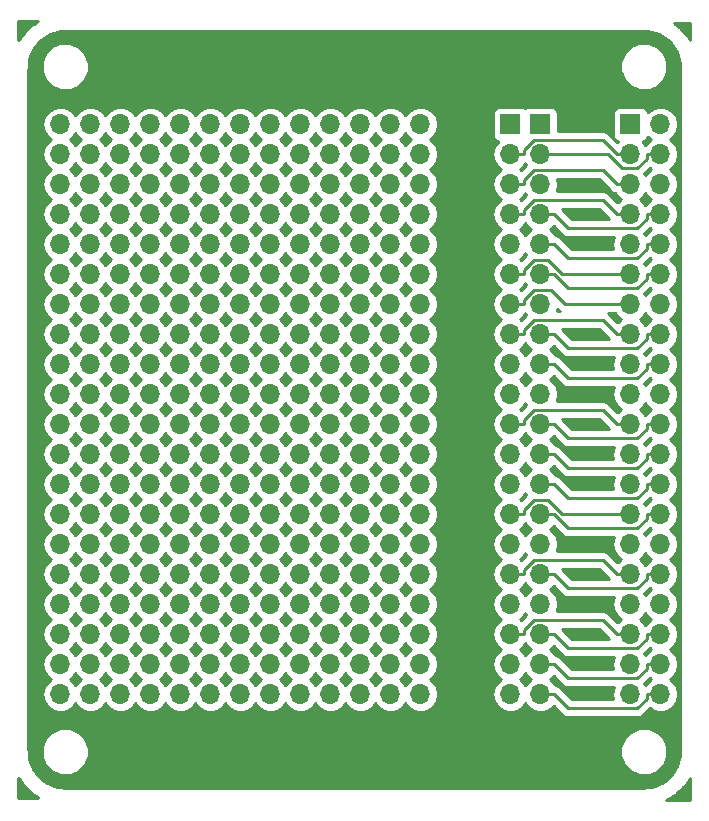
<source format=gbl>
G04 #@! TF.GenerationSoftware,KiCad,Pcbnew,5.0.0-rc1-44a33f2~62~ubuntu17.10.1*
G04 #@! TF.CreationDate,2018-04-10T00:15:36+09:00*
G04 #@! TF.ProjectId,RaspiUniversalHat,5261737069556E6976657273616C4861,rev?*
G04 #@! TF.SameCoordinates,Original*
G04 #@! TF.FileFunction,Copper,L2,Bot,Signal*
G04 #@! TF.FilePolarity,Positive*
%FSLAX46Y46*%
G04 Gerber Fmt 4.6, Leading zero omitted, Abs format (unit mm)*
G04 Created by KiCad (PCBNEW 5.0.0-rc1-44a33f2~62~ubuntu17.10.1) date Tue Apr 10 00:15:36 2018*
%MOMM*%
%LPD*%
G01*
G04 APERTURE LIST*
%ADD10O,1.700000X1.700000*%
%ADD11R,1.700000X1.700000*%
%ADD12C,0.250000*%
%ADD13C,0.254000*%
G04 APERTURE END LIST*
D10*
X80772000Y-114300000D03*
X80772000Y-116840000D03*
X80772000Y-119380000D03*
X80772000Y-121920000D03*
X80772000Y-124460000D03*
D11*
X123952000Y-76200000D03*
D10*
X126492000Y-76200000D03*
X123952000Y-78740000D03*
X126492000Y-78740000D03*
X123952000Y-81280000D03*
X126492000Y-81280000D03*
X123952000Y-83820000D03*
X126492000Y-83820000D03*
X123952000Y-86360000D03*
X126492000Y-86360000D03*
X123952000Y-88900000D03*
X126492000Y-88900000D03*
X123952000Y-91440000D03*
X126492000Y-91440000D03*
X123952000Y-93980000D03*
X126492000Y-93980000D03*
X123952000Y-96520000D03*
X126492000Y-96520000D03*
X123952000Y-99060000D03*
X126492000Y-99060000D03*
X123952000Y-101600000D03*
X126492000Y-101600000D03*
X123952000Y-104140000D03*
X126492000Y-104140000D03*
X123952000Y-106680000D03*
X126492000Y-106680000D03*
X123952000Y-109220000D03*
X126492000Y-109220000D03*
X123952000Y-111760000D03*
X126492000Y-111760000D03*
X123952000Y-114300000D03*
X126492000Y-114300000D03*
X123952000Y-116840000D03*
X126492000Y-116840000D03*
X123952000Y-119380000D03*
X126492000Y-119380000D03*
X123952000Y-121920000D03*
X126492000Y-121920000D03*
X123952000Y-124460000D03*
X126492000Y-124460000D03*
X93472000Y-124460000D03*
X93472000Y-121920000D03*
X93472000Y-119380000D03*
X93472000Y-116840000D03*
X93472000Y-114300000D03*
X101092000Y-76200000D03*
X101092000Y-78740000D03*
X101092000Y-81280000D03*
X101092000Y-83820000D03*
X101092000Y-86360000D03*
X90932000Y-114300000D03*
X90932000Y-116840000D03*
X90932000Y-119380000D03*
X90932000Y-121920000D03*
X90932000Y-124460000D03*
X75692000Y-86360000D03*
X75692000Y-83820000D03*
X75692000Y-81280000D03*
X75692000Y-78740000D03*
X75692000Y-76200000D03*
X98552000Y-86360000D03*
X98552000Y-83820000D03*
X98552000Y-81280000D03*
X98552000Y-78740000D03*
X98552000Y-76200000D03*
X96012000Y-76200000D03*
X96012000Y-78740000D03*
X96012000Y-81280000D03*
X96012000Y-83820000D03*
X96012000Y-86360000D03*
X98552000Y-124460000D03*
X98552000Y-121920000D03*
X98552000Y-119380000D03*
X98552000Y-116840000D03*
X98552000Y-114300000D03*
X93472000Y-86360000D03*
X93472000Y-83820000D03*
X93472000Y-81280000D03*
X93472000Y-78740000D03*
X93472000Y-76200000D03*
X75692000Y-114300000D03*
X75692000Y-116840000D03*
X75692000Y-119380000D03*
X75692000Y-121920000D03*
X75692000Y-124460000D03*
X96012000Y-124460000D03*
X96012000Y-121920000D03*
X96012000Y-119380000D03*
X96012000Y-116840000D03*
X96012000Y-114300000D03*
X90932000Y-86360000D03*
X90932000Y-83820000D03*
X90932000Y-81280000D03*
X90932000Y-78740000D03*
X90932000Y-76200000D03*
X88392000Y-76200000D03*
X88392000Y-78740000D03*
X88392000Y-81280000D03*
X88392000Y-83820000D03*
X88392000Y-86360000D03*
X85852000Y-86360000D03*
X85852000Y-83820000D03*
X85852000Y-81280000D03*
X85852000Y-78740000D03*
X85852000Y-76200000D03*
X83312000Y-76200000D03*
X83312000Y-78740000D03*
X83312000Y-81280000D03*
X83312000Y-83820000D03*
X83312000Y-86360000D03*
X85852000Y-124460000D03*
X85852000Y-121920000D03*
X85852000Y-119380000D03*
X85852000Y-116840000D03*
X85852000Y-114300000D03*
X75692000Y-88900000D03*
X75692000Y-91440000D03*
X75692000Y-93980000D03*
X75692000Y-96520000D03*
X75692000Y-99060000D03*
X78232000Y-99060000D03*
X78232000Y-96520000D03*
X78232000Y-93980000D03*
X78232000Y-91440000D03*
X78232000Y-88900000D03*
X78232000Y-114300000D03*
X78232000Y-116840000D03*
X78232000Y-119380000D03*
X78232000Y-121920000D03*
X78232000Y-124460000D03*
X83312000Y-114300000D03*
X83312000Y-116840000D03*
X83312000Y-119380000D03*
X83312000Y-121920000D03*
X83312000Y-124460000D03*
X103632000Y-114300000D03*
X103632000Y-116840000D03*
X103632000Y-119380000D03*
X103632000Y-121920000D03*
X103632000Y-124460000D03*
X75692000Y-101600000D03*
X75692000Y-104140000D03*
X75692000Y-106680000D03*
X75692000Y-109220000D03*
X75692000Y-111760000D03*
X101092000Y-124460000D03*
X101092000Y-121920000D03*
X101092000Y-119380000D03*
X101092000Y-116840000D03*
X101092000Y-114300000D03*
X83312000Y-88900000D03*
X83312000Y-91440000D03*
X83312000Y-93980000D03*
X83312000Y-96520000D03*
X83312000Y-99060000D03*
X106172000Y-124460000D03*
X106172000Y-121920000D03*
X106172000Y-119380000D03*
X106172000Y-116840000D03*
X106172000Y-114300000D03*
X80772000Y-101600000D03*
X80772000Y-104140000D03*
X80772000Y-106680000D03*
X80772000Y-109220000D03*
X80772000Y-111760000D03*
X88392000Y-124460000D03*
X88392000Y-121920000D03*
X88392000Y-119380000D03*
X88392000Y-116840000D03*
X88392000Y-114300000D03*
X85852000Y-88900000D03*
X85852000Y-91440000D03*
X85852000Y-93980000D03*
X85852000Y-96520000D03*
X85852000Y-99060000D03*
X101092000Y-88900000D03*
X101092000Y-91440000D03*
X101092000Y-93980000D03*
X101092000Y-96520000D03*
X101092000Y-99060000D03*
X93472000Y-101600000D03*
X93472000Y-104140000D03*
X93472000Y-106680000D03*
X93472000Y-109220000D03*
X93472000Y-111760000D03*
X78232000Y-111760000D03*
X78232000Y-109220000D03*
X78232000Y-106680000D03*
X78232000Y-104140000D03*
X78232000Y-101600000D03*
X80772000Y-76200000D03*
X80772000Y-78740000D03*
X80772000Y-81280000D03*
X80772000Y-83820000D03*
X80772000Y-86360000D03*
X103632000Y-99060000D03*
X103632000Y-96520000D03*
X103632000Y-93980000D03*
X103632000Y-91440000D03*
X103632000Y-88900000D03*
X78232000Y-76200000D03*
X78232000Y-78740000D03*
X78232000Y-81280000D03*
X78232000Y-83820000D03*
X78232000Y-86360000D03*
X83312000Y-111760000D03*
X83312000Y-109220000D03*
X83312000Y-106680000D03*
X83312000Y-104140000D03*
X83312000Y-101600000D03*
X90932000Y-101600000D03*
X90932000Y-104140000D03*
X90932000Y-106680000D03*
X90932000Y-109220000D03*
X90932000Y-111760000D03*
X106172000Y-99060000D03*
X106172000Y-96520000D03*
X106172000Y-93980000D03*
X106172000Y-91440000D03*
X106172000Y-88900000D03*
X96012000Y-111760000D03*
X96012000Y-109220000D03*
X96012000Y-106680000D03*
X96012000Y-104140000D03*
X96012000Y-101600000D03*
X85852000Y-111760000D03*
X85852000Y-109220000D03*
X85852000Y-106680000D03*
X85852000Y-104140000D03*
X85852000Y-101600000D03*
X93472000Y-88900000D03*
X93472000Y-91440000D03*
X93472000Y-93980000D03*
X93472000Y-96520000D03*
X93472000Y-99060000D03*
X90932000Y-99060000D03*
X90932000Y-96520000D03*
X90932000Y-93980000D03*
X90932000Y-91440000D03*
X90932000Y-88900000D03*
X101092000Y-101600000D03*
X101092000Y-104140000D03*
X101092000Y-106680000D03*
X101092000Y-109220000D03*
X101092000Y-111760000D03*
X96012000Y-99060000D03*
X96012000Y-96520000D03*
X96012000Y-93980000D03*
X96012000Y-91440000D03*
X96012000Y-88900000D03*
X88392000Y-111760000D03*
X88392000Y-109220000D03*
X88392000Y-106680000D03*
X88392000Y-104140000D03*
X88392000Y-101600000D03*
X106172000Y-111760000D03*
X106172000Y-109220000D03*
X106172000Y-106680000D03*
X106172000Y-104140000D03*
X106172000Y-101600000D03*
X98552000Y-111760000D03*
X98552000Y-109220000D03*
X98552000Y-106680000D03*
X98552000Y-104140000D03*
X98552000Y-101600000D03*
X98552000Y-99060000D03*
X98552000Y-96520000D03*
X98552000Y-93980000D03*
X98552000Y-91440000D03*
X98552000Y-88900000D03*
X80772000Y-88900000D03*
X80772000Y-91440000D03*
X80772000Y-93980000D03*
X80772000Y-96520000D03*
X80772000Y-99060000D03*
X103632000Y-111760000D03*
X103632000Y-109220000D03*
X103632000Y-106680000D03*
X103632000Y-104140000D03*
X103632000Y-101600000D03*
X88392000Y-88900000D03*
X88392000Y-91440000D03*
X88392000Y-93980000D03*
X88392000Y-96520000D03*
X88392000Y-99060000D03*
D11*
X113792000Y-76200000D03*
D10*
X113792000Y-78740000D03*
X113792000Y-81280000D03*
X113792000Y-83820000D03*
X113792000Y-86360000D03*
X113792000Y-88900000D03*
X113792000Y-91440000D03*
X113792000Y-93980000D03*
X113792000Y-96520000D03*
X113792000Y-99060000D03*
X113792000Y-101600000D03*
X113792000Y-104140000D03*
X113792000Y-106680000D03*
X113792000Y-109220000D03*
X113792000Y-111760000D03*
X113792000Y-114300000D03*
X113792000Y-116840000D03*
X113792000Y-119380000D03*
X113792000Y-121920000D03*
X113792000Y-124460000D03*
X116332000Y-124460000D03*
X116332000Y-121920000D03*
X116332000Y-119380000D03*
X116332000Y-116840000D03*
X116332000Y-114300000D03*
X116332000Y-111760000D03*
X116332000Y-109220000D03*
X116332000Y-106680000D03*
X116332000Y-104140000D03*
X116332000Y-101600000D03*
X116332000Y-99060000D03*
X116332000Y-96520000D03*
X116332000Y-93980000D03*
X116332000Y-91440000D03*
X116332000Y-88900000D03*
X116332000Y-86360000D03*
X116332000Y-83820000D03*
X116332000Y-81280000D03*
X116332000Y-78740000D03*
D11*
X116332000Y-76200000D03*
D10*
X106172000Y-76200000D03*
X106172000Y-78740000D03*
X106172000Y-81280000D03*
X106172000Y-83820000D03*
X106172000Y-86360000D03*
X103632000Y-76200000D03*
X103632000Y-78740000D03*
X103632000Y-81280000D03*
X103632000Y-83820000D03*
X103632000Y-86360000D03*
D12*
X121601400Y-118204700D02*
X122776700Y-119380000D01*
X115775300Y-118204700D02*
X121601400Y-118204700D01*
X114967300Y-119012700D02*
X115775300Y-118204700D01*
X114967300Y-119380000D02*
X114967300Y-119012700D01*
X113792000Y-119380000D02*
X114967300Y-119380000D01*
X123952000Y-119380000D02*
X122776700Y-119380000D01*
X121601400Y-77564700D02*
X122776700Y-78740000D01*
X115775300Y-77564700D02*
X121601400Y-77564700D01*
X114967300Y-78372700D02*
X115775300Y-77564700D01*
X114967300Y-78740000D02*
X114967300Y-78372700D01*
X113792000Y-78740000D02*
X114967300Y-78740000D01*
X123952000Y-78740000D02*
X122776700Y-78740000D01*
X121601400Y-80104700D02*
X122776700Y-81280000D01*
X115775300Y-80104700D02*
X121601400Y-80104700D01*
X114967300Y-80912700D02*
X115775300Y-80104700D01*
X114967300Y-81280000D02*
X114967300Y-80912700D01*
X113792000Y-81280000D02*
X114967300Y-81280000D01*
X123952000Y-81280000D02*
X122776700Y-81280000D01*
X121601400Y-82644700D02*
X122776700Y-83820000D01*
X115775300Y-82644700D02*
X121601400Y-82644700D01*
X114967300Y-83452700D02*
X115775300Y-82644700D01*
X114967300Y-83820000D02*
X114967300Y-83452700D01*
X113792000Y-83820000D02*
X114967300Y-83820000D01*
X123952000Y-83820000D02*
X122776700Y-83820000D01*
X118144200Y-88900000D02*
X123952000Y-88900000D01*
X116948500Y-87704300D02*
X118144200Y-88900000D01*
X115795700Y-87704300D02*
X116948500Y-87704300D01*
X114967300Y-88532700D02*
X115795700Y-87704300D01*
X114967300Y-88900000D02*
X114967300Y-88532700D01*
X113792000Y-88900000D02*
X114967300Y-88900000D01*
X118421700Y-91440000D02*
X123952000Y-91440000D01*
X117240600Y-90258900D02*
X118421700Y-91440000D01*
X115781100Y-90258900D02*
X117240600Y-90258900D01*
X114967300Y-91072700D02*
X115781100Y-90258900D01*
X114967300Y-91440000D02*
X114967300Y-91072700D01*
X113792000Y-91440000D02*
X114967300Y-91440000D01*
X121601400Y-92804700D02*
X122776700Y-93980000D01*
X115775300Y-92804700D02*
X121601400Y-92804700D01*
X114967300Y-93612700D02*
X115775300Y-92804700D01*
X114967300Y-93980000D02*
X114967300Y-93612700D01*
X113792000Y-93980000D02*
X114967300Y-93980000D01*
X123952000Y-93980000D02*
X122776700Y-93980000D01*
X121601400Y-100424700D02*
X122776700Y-101600000D01*
X115775300Y-100424700D02*
X121601400Y-100424700D01*
X114967300Y-101232700D02*
X115775300Y-100424700D01*
X114967300Y-101600000D02*
X114967300Y-101232700D01*
X113792000Y-101600000D02*
X114967300Y-101600000D01*
X123952000Y-101600000D02*
X122776700Y-101600000D01*
X118144200Y-109220000D02*
X123952000Y-109220000D01*
X116948500Y-108024300D02*
X118144200Y-109220000D01*
X115795700Y-108024300D02*
X116948500Y-108024300D01*
X114967300Y-108852700D02*
X115795700Y-108024300D01*
X114967300Y-109220000D02*
X114967300Y-108852700D01*
X113792000Y-109220000D02*
X114967300Y-109220000D01*
X121601400Y-113124700D02*
X122776700Y-114300000D01*
X115775300Y-113124700D02*
X121601400Y-113124700D01*
X114967300Y-113932700D02*
X115775300Y-113124700D01*
X114967300Y-114300000D02*
X114967300Y-113932700D01*
X113792000Y-114300000D02*
X114967300Y-114300000D01*
X123952000Y-114300000D02*
X122776700Y-114300000D01*
X125316700Y-124827400D02*
X125316700Y-124460000D01*
X124508800Y-125635300D02*
X125316700Y-124827400D01*
X118682600Y-125635300D02*
X124508800Y-125635300D01*
X117507300Y-124460000D02*
X118682600Y-125635300D01*
X116332000Y-124460000D02*
X117507300Y-124460000D01*
X126492000Y-124460000D02*
X125316700Y-124460000D01*
X125316700Y-122287400D02*
X125316700Y-121920000D01*
X124508800Y-123095300D02*
X125316700Y-122287400D01*
X118682600Y-123095300D02*
X124508800Y-123095300D01*
X117507300Y-121920000D02*
X118682600Y-123095300D01*
X116332000Y-121920000D02*
X117507300Y-121920000D01*
X126492000Y-121920000D02*
X125316700Y-121920000D01*
X125316700Y-119747400D02*
X125316700Y-119380000D01*
X124508800Y-120555300D02*
X125316700Y-119747400D01*
X118682600Y-120555300D02*
X124508800Y-120555300D01*
X117507300Y-119380000D02*
X118682600Y-120555300D01*
X116332000Y-119380000D02*
X117507300Y-119380000D01*
X126492000Y-119380000D02*
X125316700Y-119380000D01*
X125316700Y-114667400D02*
X125316700Y-114300000D01*
X124508800Y-115475300D02*
X125316700Y-114667400D01*
X118682600Y-115475300D02*
X124508800Y-115475300D01*
X117507300Y-114300000D02*
X118682600Y-115475300D01*
X116332000Y-114300000D02*
X117507300Y-114300000D01*
X126492000Y-114300000D02*
X125316700Y-114300000D01*
X125316700Y-109587400D02*
X125316700Y-109220000D01*
X124508800Y-110395300D02*
X125316700Y-109587400D01*
X118682600Y-110395300D02*
X124508800Y-110395300D01*
X117507300Y-109220000D02*
X118682600Y-110395300D01*
X116332000Y-109220000D02*
X117507300Y-109220000D01*
X126492000Y-109220000D02*
X125316700Y-109220000D01*
X125316700Y-107047400D02*
X125316700Y-106680000D01*
X124508800Y-107855300D02*
X125316700Y-107047400D01*
X118682600Y-107855300D02*
X124508800Y-107855300D01*
X117507300Y-106680000D02*
X118682600Y-107855300D01*
X116332000Y-106680000D02*
X117507300Y-106680000D01*
X126492000Y-106680000D02*
X125316700Y-106680000D01*
X125316700Y-104507400D02*
X125316700Y-104140000D01*
X124508800Y-105315300D02*
X125316700Y-104507400D01*
X118682600Y-105315300D02*
X124508800Y-105315300D01*
X117507300Y-104140000D02*
X118682600Y-105315300D01*
X116332000Y-104140000D02*
X117507300Y-104140000D01*
X126492000Y-104140000D02*
X125316700Y-104140000D01*
X125316700Y-101967400D02*
X125316700Y-101600000D01*
X124508800Y-102775300D02*
X125316700Y-101967400D01*
X118682600Y-102775300D02*
X124508800Y-102775300D01*
X117507300Y-101600000D02*
X118682600Y-102775300D01*
X116332000Y-101600000D02*
X117507300Y-101600000D01*
X126492000Y-101600000D02*
X125316700Y-101600000D01*
X125316700Y-96887400D02*
X125316700Y-96520000D01*
X124508800Y-97695300D02*
X125316700Y-96887400D01*
X118682600Y-97695300D02*
X124508800Y-97695300D01*
X117507300Y-96520000D02*
X118682600Y-97695300D01*
X116332000Y-96520000D02*
X117507300Y-96520000D01*
X126492000Y-96520000D02*
X125316700Y-96520000D01*
X125316700Y-94347400D02*
X125316700Y-93980000D01*
X124508800Y-95155300D02*
X125316700Y-94347400D01*
X118682600Y-95155300D02*
X124508800Y-95155300D01*
X117507300Y-93980000D02*
X118682600Y-95155300D01*
X116332000Y-93980000D02*
X117507300Y-93980000D01*
X126492000Y-93980000D02*
X125316700Y-93980000D01*
X125316700Y-89267400D02*
X125316700Y-88900000D01*
X124508800Y-90075300D02*
X125316700Y-89267400D01*
X118682600Y-90075300D02*
X124508800Y-90075300D01*
X117507300Y-88900000D02*
X118682600Y-90075300D01*
X116332000Y-88900000D02*
X117507300Y-88900000D01*
X126492000Y-88900000D02*
X125316700Y-88900000D01*
X125316700Y-86727400D02*
X125316700Y-86360000D01*
X124508800Y-87535300D02*
X125316700Y-86727400D01*
X118682600Y-87535300D02*
X124508800Y-87535300D01*
X117507300Y-86360000D02*
X118682600Y-87535300D01*
X116332000Y-86360000D02*
X117507300Y-86360000D01*
X126492000Y-86360000D02*
X125316700Y-86360000D01*
X125316700Y-84187400D02*
X125316700Y-83820000D01*
X124508800Y-84995300D02*
X125316700Y-84187400D01*
X118682600Y-84995300D02*
X124508800Y-84995300D01*
X117507300Y-83820000D02*
X118682600Y-84995300D01*
X116332000Y-83820000D02*
X117507300Y-83820000D01*
X126492000Y-83820000D02*
X125316700Y-83820000D01*
X125316700Y-79107400D02*
X125316700Y-78740000D01*
X124508800Y-79915300D02*
X125316700Y-79107400D01*
X123227100Y-79915300D02*
X124508800Y-79915300D01*
X122051800Y-78740000D02*
X123227100Y-79915300D01*
X117507300Y-78740000D02*
X122051800Y-78740000D01*
X116332000Y-78740000D02*
X117507300Y-78740000D01*
X126492000Y-78740000D02*
X125316700Y-78740000D01*
D13*
G36*
X129032000Y-133413076D02*
X127008119Y-133406330D01*
X127333675Y-133240451D01*
X127333683Y-133240447D01*
X127358069Y-133226367D01*
X127400309Y-133201981D01*
X127400322Y-133201972D01*
X127734763Y-132984783D01*
X127734772Y-132984778D01*
X127773226Y-132956839D01*
X127797012Y-132939558D01*
X127797023Y-132939548D01*
X128106929Y-132688591D01*
X128106939Y-132688584D01*
X128147982Y-132651628D01*
X128164111Y-132637106D01*
X128164120Y-132637096D01*
X128446106Y-132355111D01*
X128497584Y-132297939D01*
X128497591Y-132297929D01*
X128748548Y-131988023D01*
X128748558Y-131988012D01*
X128775908Y-131950367D01*
X128793778Y-131925772D01*
X128793783Y-131925763D01*
X129010980Y-131591310D01*
X129026789Y-131563929D01*
X129032000Y-131554903D01*
X129032000Y-133413076D01*
X129032000Y-133413076D01*
G37*
X129032000Y-133413076D02*
X127008119Y-133406330D01*
X127333675Y-133240451D01*
X127333683Y-133240447D01*
X127358069Y-133226367D01*
X127400309Y-133201981D01*
X127400322Y-133201972D01*
X127734763Y-132984783D01*
X127734772Y-132984778D01*
X127773226Y-132956839D01*
X127797012Y-132939558D01*
X127797023Y-132939548D01*
X128106929Y-132688591D01*
X128106939Y-132688584D01*
X128147982Y-132651628D01*
X128164111Y-132637106D01*
X128164120Y-132637096D01*
X128446106Y-132355111D01*
X128497584Y-132297939D01*
X128497591Y-132297929D01*
X128748548Y-131988023D01*
X128748558Y-131988012D01*
X128775908Y-131950367D01*
X128793778Y-131925772D01*
X128793783Y-131925763D01*
X129010980Y-131591310D01*
X129026789Y-131563929D01*
X129032000Y-131554903D01*
X129032000Y-133413076D01*
G36*
X72157019Y-131591309D02*
X72157028Y-131591322D01*
X72374217Y-131925763D01*
X72374222Y-131925772D01*
X72392092Y-131950367D01*
X72419442Y-131988012D01*
X72419452Y-131988023D01*
X72670409Y-132297929D01*
X72670416Y-132297939D01*
X72694806Y-132325027D01*
X72721894Y-132355111D01*
X72721904Y-132355120D01*
X73003889Y-132637106D01*
X73061061Y-132688584D01*
X73061071Y-132688591D01*
X73370977Y-132939548D01*
X73370988Y-132939558D01*
X73394774Y-132956839D01*
X73433228Y-132984778D01*
X73433237Y-132984783D01*
X73767686Y-133201978D01*
X73767691Y-133201981D01*
X73814521Y-133229018D01*
X72136000Y-133223423D01*
X72136000Y-131554901D01*
X72157019Y-131591309D01*
X72157019Y-131591309D01*
G37*
X72157019Y-131591309D02*
X72157028Y-131591322D01*
X72374217Y-131925763D01*
X72374222Y-131925772D01*
X72392092Y-131950367D01*
X72419442Y-131988012D01*
X72419452Y-131988023D01*
X72670409Y-132297929D01*
X72670416Y-132297939D01*
X72694806Y-132325027D01*
X72721894Y-132355111D01*
X72721904Y-132355120D01*
X73003889Y-132637106D01*
X73061061Y-132688584D01*
X73061071Y-132688591D01*
X73370977Y-132939548D01*
X73370988Y-132939558D01*
X73394774Y-132956839D01*
X73433228Y-132984778D01*
X73433237Y-132984783D01*
X73767686Y-133201978D01*
X73767691Y-133201981D01*
X73814521Y-133229018D01*
X72136000Y-133223423D01*
X72136000Y-131554901D01*
X72157019Y-131591309D01*
G36*
X124980020Y-68289951D02*
X125056532Y-68297993D01*
X125416322Y-68316849D01*
X125734123Y-68367184D01*
X126044918Y-68450462D01*
X126345306Y-68565770D01*
X126631999Y-68711847D01*
X126901853Y-68887093D01*
X127151903Y-69089579D01*
X127379424Y-69317101D01*
X127581910Y-69567151D01*
X127757153Y-69837001D01*
X127903229Y-70123691D01*
X128018541Y-70424090D01*
X128101816Y-70734876D01*
X128152151Y-71052678D01*
X128170000Y-71393254D01*
X128170001Y-129266727D01*
X128152151Y-129607322D01*
X128101816Y-129925124D01*
X128018541Y-130235910D01*
X127903229Y-130536309D01*
X127757153Y-130822999D01*
X127581910Y-131092849D01*
X127379424Y-131342899D01*
X127151903Y-131570421D01*
X126901853Y-131772907D01*
X126631999Y-131948153D01*
X126345306Y-132094230D01*
X126044918Y-132209538D01*
X125734123Y-132292816D01*
X125416322Y-132343151D01*
X125056532Y-132362007D01*
X124980020Y-132370049D01*
X124904979Y-132386000D01*
X76263021Y-132386000D01*
X76187980Y-132370049D01*
X76111468Y-132362007D01*
X75751678Y-132343151D01*
X75433876Y-132292816D01*
X75123090Y-132209541D01*
X74822691Y-132094229D01*
X74536001Y-131948153D01*
X74266151Y-131772910D01*
X74016101Y-131570424D01*
X73788579Y-131342903D01*
X73586093Y-131092853D01*
X73410847Y-130822999D01*
X73264770Y-130536306D01*
X73149462Y-130235918D01*
X73066184Y-129925123D01*
X73015849Y-129607322D01*
X72996993Y-129247532D01*
X72988951Y-129171020D01*
X72973000Y-129095979D01*
X72973000Y-128981955D01*
X74101263Y-128981955D01*
X74110000Y-129353329D01*
X74110000Y-129724841D01*
X74119267Y-129747212D01*
X74119836Y-129771418D01*
X74386218Y-130414522D01*
X74397942Y-130419992D01*
X74412199Y-130454412D01*
X74970588Y-131012801D01*
X75005008Y-131027058D01*
X75010478Y-131038782D01*
X75356946Y-131172836D01*
X75700159Y-131315000D01*
X75724374Y-131315000D01*
X75746955Y-131323737D01*
X76118329Y-131315000D01*
X76489841Y-131315000D01*
X76512212Y-131305733D01*
X76536418Y-131305164D01*
X77179522Y-131038782D01*
X77184992Y-131027058D01*
X77219412Y-131012801D01*
X77777801Y-130454412D01*
X77792058Y-130419992D01*
X77803782Y-130414522D01*
X77937836Y-130068054D01*
X78080000Y-129724841D01*
X78080000Y-129700626D01*
X78088737Y-129678045D01*
X78080000Y-129306671D01*
X78080000Y-128981955D01*
X123101263Y-128981955D01*
X123110000Y-129353329D01*
X123110000Y-129724841D01*
X123119267Y-129747212D01*
X123119836Y-129771418D01*
X123386218Y-130414522D01*
X123397942Y-130419992D01*
X123412199Y-130454412D01*
X123970588Y-131012801D01*
X124005008Y-131027058D01*
X124010478Y-131038782D01*
X124356946Y-131172836D01*
X124700159Y-131315000D01*
X124724374Y-131315000D01*
X124746955Y-131323737D01*
X125118329Y-131315000D01*
X125489841Y-131315000D01*
X125512212Y-131305733D01*
X125536418Y-131305164D01*
X126179522Y-131038782D01*
X126184992Y-131027058D01*
X126219412Y-131012801D01*
X126777801Y-130454412D01*
X126792058Y-130419992D01*
X126803782Y-130414522D01*
X126937836Y-130068054D01*
X127080000Y-129724841D01*
X127080000Y-129700626D01*
X127088737Y-129678045D01*
X127080000Y-129306671D01*
X127080000Y-128935159D01*
X127070733Y-128912788D01*
X127070164Y-128888582D01*
X126803782Y-128245478D01*
X126792058Y-128240008D01*
X126777801Y-128205588D01*
X126219412Y-127647199D01*
X126184992Y-127632942D01*
X126179522Y-127621218D01*
X125833054Y-127487164D01*
X125489841Y-127345000D01*
X125465626Y-127345000D01*
X125443045Y-127336263D01*
X125071671Y-127345000D01*
X124700159Y-127345000D01*
X124677788Y-127354267D01*
X124653582Y-127354836D01*
X124010478Y-127621218D01*
X124005008Y-127632942D01*
X123970588Y-127647199D01*
X123412199Y-128205588D01*
X123397942Y-128240008D01*
X123386218Y-128245478D01*
X123252164Y-128591946D01*
X123110000Y-128935159D01*
X123110000Y-128959374D01*
X123101263Y-128981955D01*
X78080000Y-128981955D01*
X78080000Y-128935159D01*
X78070733Y-128912788D01*
X78070164Y-128888582D01*
X77803782Y-128245478D01*
X77792058Y-128240008D01*
X77777801Y-128205588D01*
X77219412Y-127647199D01*
X77184992Y-127632942D01*
X77179522Y-127621218D01*
X76833054Y-127487164D01*
X76489841Y-127345000D01*
X76465626Y-127345000D01*
X76443045Y-127336263D01*
X76071671Y-127345000D01*
X75700159Y-127345000D01*
X75677788Y-127354267D01*
X75653582Y-127354836D01*
X75010478Y-127621218D01*
X75005008Y-127632942D01*
X74970588Y-127647199D01*
X74412199Y-128205588D01*
X74397942Y-128240008D01*
X74386218Y-128245478D01*
X74252164Y-128591946D01*
X74110000Y-128935159D01*
X74110000Y-128959374D01*
X74101263Y-128981955D01*
X72973000Y-128981955D01*
X72973000Y-76200000D01*
X74177908Y-76200000D01*
X74293161Y-76779418D01*
X74621375Y-77270625D01*
X74919761Y-77470000D01*
X74621375Y-77669375D01*
X74293161Y-78160582D01*
X74177908Y-78740000D01*
X74293161Y-79319418D01*
X74621375Y-79810625D01*
X74919761Y-80010000D01*
X74621375Y-80209375D01*
X74293161Y-80700582D01*
X74177908Y-81280000D01*
X74293161Y-81859418D01*
X74621375Y-82350625D01*
X74919761Y-82550000D01*
X74621375Y-82749375D01*
X74293161Y-83240582D01*
X74177908Y-83820000D01*
X74293161Y-84399418D01*
X74621375Y-84890625D01*
X74919761Y-85090000D01*
X74621375Y-85289375D01*
X74293161Y-85780582D01*
X74177908Y-86360000D01*
X74293161Y-86939418D01*
X74621375Y-87430625D01*
X74919761Y-87630000D01*
X74621375Y-87829375D01*
X74293161Y-88320582D01*
X74177908Y-88900000D01*
X74293161Y-89479418D01*
X74621375Y-89970625D01*
X74919761Y-90170000D01*
X74621375Y-90369375D01*
X74293161Y-90860582D01*
X74177908Y-91440000D01*
X74293161Y-92019418D01*
X74621375Y-92510625D01*
X74919761Y-92710000D01*
X74621375Y-92909375D01*
X74293161Y-93400582D01*
X74177908Y-93980000D01*
X74293161Y-94559418D01*
X74621375Y-95050625D01*
X74919761Y-95250000D01*
X74621375Y-95449375D01*
X74293161Y-95940582D01*
X74177908Y-96520000D01*
X74293161Y-97099418D01*
X74621375Y-97590625D01*
X74919761Y-97790000D01*
X74621375Y-97989375D01*
X74293161Y-98480582D01*
X74177908Y-99060000D01*
X74293161Y-99639418D01*
X74621375Y-100130625D01*
X74919761Y-100330000D01*
X74621375Y-100529375D01*
X74293161Y-101020582D01*
X74177908Y-101600000D01*
X74293161Y-102179418D01*
X74621375Y-102670625D01*
X74919761Y-102870000D01*
X74621375Y-103069375D01*
X74293161Y-103560582D01*
X74177908Y-104140000D01*
X74293161Y-104719418D01*
X74621375Y-105210625D01*
X74919761Y-105410000D01*
X74621375Y-105609375D01*
X74293161Y-106100582D01*
X74177908Y-106680000D01*
X74293161Y-107259418D01*
X74621375Y-107750625D01*
X74919761Y-107950000D01*
X74621375Y-108149375D01*
X74293161Y-108640582D01*
X74177908Y-109220000D01*
X74293161Y-109799418D01*
X74621375Y-110290625D01*
X74919761Y-110490000D01*
X74621375Y-110689375D01*
X74293161Y-111180582D01*
X74177908Y-111760000D01*
X74293161Y-112339418D01*
X74621375Y-112830625D01*
X74919761Y-113030000D01*
X74621375Y-113229375D01*
X74293161Y-113720582D01*
X74177908Y-114300000D01*
X74293161Y-114879418D01*
X74621375Y-115370625D01*
X74919761Y-115570000D01*
X74621375Y-115769375D01*
X74293161Y-116260582D01*
X74177908Y-116840000D01*
X74293161Y-117419418D01*
X74621375Y-117910625D01*
X74919761Y-118110000D01*
X74621375Y-118309375D01*
X74293161Y-118800582D01*
X74177908Y-119380000D01*
X74293161Y-119959418D01*
X74621375Y-120450625D01*
X74919761Y-120650000D01*
X74621375Y-120849375D01*
X74293161Y-121340582D01*
X74177908Y-121920000D01*
X74293161Y-122499418D01*
X74621375Y-122990625D01*
X74919761Y-123190000D01*
X74621375Y-123389375D01*
X74293161Y-123880582D01*
X74177908Y-124460000D01*
X74293161Y-125039418D01*
X74621375Y-125530625D01*
X75112582Y-125858839D01*
X75545744Y-125945000D01*
X75838256Y-125945000D01*
X76271418Y-125858839D01*
X76762625Y-125530625D01*
X76962000Y-125232239D01*
X77161375Y-125530625D01*
X77652582Y-125858839D01*
X78085744Y-125945000D01*
X78378256Y-125945000D01*
X78811418Y-125858839D01*
X79302625Y-125530625D01*
X79502000Y-125232239D01*
X79701375Y-125530625D01*
X80192582Y-125858839D01*
X80625744Y-125945000D01*
X80918256Y-125945000D01*
X81351418Y-125858839D01*
X81842625Y-125530625D01*
X82042000Y-125232239D01*
X82241375Y-125530625D01*
X82732582Y-125858839D01*
X83165744Y-125945000D01*
X83458256Y-125945000D01*
X83891418Y-125858839D01*
X84382625Y-125530625D01*
X84582000Y-125232239D01*
X84781375Y-125530625D01*
X85272582Y-125858839D01*
X85705744Y-125945000D01*
X85998256Y-125945000D01*
X86431418Y-125858839D01*
X86922625Y-125530625D01*
X87122000Y-125232239D01*
X87321375Y-125530625D01*
X87812582Y-125858839D01*
X88245744Y-125945000D01*
X88538256Y-125945000D01*
X88971418Y-125858839D01*
X89462625Y-125530625D01*
X89662000Y-125232239D01*
X89861375Y-125530625D01*
X90352582Y-125858839D01*
X90785744Y-125945000D01*
X91078256Y-125945000D01*
X91511418Y-125858839D01*
X92002625Y-125530625D01*
X92202000Y-125232239D01*
X92401375Y-125530625D01*
X92892582Y-125858839D01*
X93325744Y-125945000D01*
X93618256Y-125945000D01*
X94051418Y-125858839D01*
X94542625Y-125530625D01*
X94742000Y-125232239D01*
X94941375Y-125530625D01*
X95432582Y-125858839D01*
X95865744Y-125945000D01*
X96158256Y-125945000D01*
X96591418Y-125858839D01*
X97082625Y-125530625D01*
X97282000Y-125232239D01*
X97481375Y-125530625D01*
X97972582Y-125858839D01*
X98405744Y-125945000D01*
X98698256Y-125945000D01*
X99131418Y-125858839D01*
X99622625Y-125530625D01*
X99822000Y-125232239D01*
X100021375Y-125530625D01*
X100512582Y-125858839D01*
X100945744Y-125945000D01*
X101238256Y-125945000D01*
X101671418Y-125858839D01*
X102162625Y-125530625D01*
X102362000Y-125232239D01*
X102561375Y-125530625D01*
X103052582Y-125858839D01*
X103485744Y-125945000D01*
X103778256Y-125945000D01*
X104211418Y-125858839D01*
X104702625Y-125530625D01*
X104902000Y-125232239D01*
X105101375Y-125530625D01*
X105592582Y-125858839D01*
X106025744Y-125945000D01*
X106318256Y-125945000D01*
X106751418Y-125858839D01*
X107242625Y-125530625D01*
X107570839Y-125039418D01*
X107686092Y-124460000D01*
X107570839Y-123880582D01*
X107242625Y-123389375D01*
X106944239Y-123190000D01*
X107242625Y-122990625D01*
X107570839Y-122499418D01*
X107686092Y-121920000D01*
X107570839Y-121340582D01*
X107242625Y-120849375D01*
X106944239Y-120650000D01*
X107242625Y-120450625D01*
X107570839Y-119959418D01*
X107686092Y-119380000D01*
X107570839Y-118800582D01*
X107242625Y-118309375D01*
X106944239Y-118110000D01*
X107242625Y-117910625D01*
X107570839Y-117419418D01*
X107686092Y-116840000D01*
X107570839Y-116260582D01*
X107242625Y-115769375D01*
X106944239Y-115570000D01*
X107242625Y-115370625D01*
X107570839Y-114879418D01*
X107686092Y-114300000D01*
X107570839Y-113720582D01*
X107242625Y-113229375D01*
X106944239Y-113030000D01*
X107242625Y-112830625D01*
X107570839Y-112339418D01*
X107686092Y-111760000D01*
X107570839Y-111180582D01*
X107242625Y-110689375D01*
X106944239Y-110490000D01*
X107242625Y-110290625D01*
X107570839Y-109799418D01*
X107686092Y-109220000D01*
X107570839Y-108640582D01*
X107242625Y-108149375D01*
X106944239Y-107950000D01*
X107242625Y-107750625D01*
X107570839Y-107259418D01*
X107686092Y-106680000D01*
X107570839Y-106100582D01*
X107242625Y-105609375D01*
X106944239Y-105410000D01*
X107242625Y-105210625D01*
X107570839Y-104719418D01*
X107686092Y-104140000D01*
X107570839Y-103560582D01*
X107242625Y-103069375D01*
X106944239Y-102870000D01*
X107242625Y-102670625D01*
X107570839Y-102179418D01*
X107686092Y-101600000D01*
X107570839Y-101020582D01*
X107242625Y-100529375D01*
X106944239Y-100330000D01*
X107242625Y-100130625D01*
X107570839Y-99639418D01*
X107686092Y-99060000D01*
X107570839Y-98480582D01*
X107242625Y-97989375D01*
X106944239Y-97790000D01*
X107242625Y-97590625D01*
X107570839Y-97099418D01*
X107686092Y-96520000D01*
X107570839Y-95940582D01*
X107242625Y-95449375D01*
X106944239Y-95250000D01*
X107242625Y-95050625D01*
X107570839Y-94559418D01*
X107686092Y-93980000D01*
X107570839Y-93400582D01*
X107242625Y-92909375D01*
X106944239Y-92710000D01*
X107242625Y-92510625D01*
X107570839Y-92019418D01*
X107686092Y-91440000D01*
X107570839Y-90860582D01*
X107242625Y-90369375D01*
X106944239Y-90170000D01*
X107242625Y-89970625D01*
X107570839Y-89479418D01*
X107686092Y-88900000D01*
X107570839Y-88320582D01*
X107242625Y-87829375D01*
X106944239Y-87630000D01*
X107242625Y-87430625D01*
X107570839Y-86939418D01*
X107686092Y-86360000D01*
X107570839Y-85780582D01*
X107242625Y-85289375D01*
X106944239Y-85090000D01*
X107242625Y-84890625D01*
X107570839Y-84399418D01*
X107686092Y-83820000D01*
X107570839Y-83240582D01*
X107242625Y-82749375D01*
X106944239Y-82550000D01*
X107242625Y-82350625D01*
X107570839Y-81859418D01*
X107686092Y-81280000D01*
X107570839Y-80700582D01*
X107242625Y-80209375D01*
X106944239Y-80010000D01*
X107242625Y-79810625D01*
X107570839Y-79319418D01*
X107686092Y-78740000D01*
X112277908Y-78740000D01*
X112393161Y-79319418D01*
X112721375Y-79810625D01*
X113019761Y-80010000D01*
X112721375Y-80209375D01*
X112393161Y-80700582D01*
X112277908Y-81280000D01*
X112393161Y-81859418D01*
X112721375Y-82350625D01*
X113019761Y-82550000D01*
X112721375Y-82749375D01*
X112393161Y-83240582D01*
X112277908Y-83820000D01*
X112393161Y-84399418D01*
X112721375Y-84890625D01*
X113019761Y-85090000D01*
X112721375Y-85289375D01*
X112393161Y-85780582D01*
X112277908Y-86360000D01*
X112393161Y-86939418D01*
X112721375Y-87430625D01*
X113019761Y-87630000D01*
X112721375Y-87829375D01*
X112393161Y-88320582D01*
X112277908Y-88900000D01*
X112393161Y-89479418D01*
X112721375Y-89970625D01*
X113019761Y-90170000D01*
X112721375Y-90369375D01*
X112393161Y-90860582D01*
X112277908Y-91440000D01*
X112393161Y-92019418D01*
X112721375Y-92510625D01*
X113019761Y-92710000D01*
X112721375Y-92909375D01*
X112393161Y-93400582D01*
X112277908Y-93980000D01*
X112393161Y-94559418D01*
X112721375Y-95050625D01*
X113019761Y-95250000D01*
X112721375Y-95449375D01*
X112393161Y-95940582D01*
X112277908Y-96520000D01*
X112393161Y-97099418D01*
X112721375Y-97590625D01*
X113019761Y-97790000D01*
X112721375Y-97989375D01*
X112393161Y-98480582D01*
X112277908Y-99060000D01*
X112393161Y-99639418D01*
X112721375Y-100130625D01*
X113019761Y-100330000D01*
X112721375Y-100529375D01*
X112393161Y-101020582D01*
X112277908Y-101600000D01*
X112393161Y-102179418D01*
X112721375Y-102670625D01*
X113019761Y-102870000D01*
X112721375Y-103069375D01*
X112393161Y-103560582D01*
X112277908Y-104140000D01*
X112393161Y-104719418D01*
X112721375Y-105210625D01*
X113019761Y-105410000D01*
X112721375Y-105609375D01*
X112393161Y-106100582D01*
X112277908Y-106680000D01*
X112393161Y-107259418D01*
X112721375Y-107750625D01*
X113019761Y-107950000D01*
X112721375Y-108149375D01*
X112393161Y-108640582D01*
X112277908Y-109220000D01*
X112393161Y-109799418D01*
X112721375Y-110290625D01*
X113019761Y-110490000D01*
X112721375Y-110689375D01*
X112393161Y-111180582D01*
X112277908Y-111760000D01*
X112393161Y-112339418D01*
X112721375Y-112830625D01*
X113019761Y-113030000D01*
X112721375Y-113229375D01*
X112393161Y-113720582D01*
X112277908Y-114300000D01*
X112393161Y-114879418D01*
X112721375Y-115370625D01*
X113019761Y-115570000D01*
X112721375Y-115769375D01*
X112393161Y-116260582D01*
X112277908Y-116840000D01*
X112393161Y-117419418D01*
X112721375Y-117910625D01*
X113019761Y-118110000D01*
X112721375Y-118309375D01*
X112393161Y-118800582D01*
X112277908Y-119380000D01*
X112393161Y-119959418D01*
X112721375Y-120450625D01*
X113019761Y-120650000D01*
X112721375Y-120849375D01*
X112393161Y-121340582D01*
X112277908Y-121920000D01*
X112393161Y-122499418D01*
X112721375Y-122990625D01*
X113019761Y-123190000D01*
X112721375Y-123389375D01*
X112393161Y-123880582D01*
X112277908Y-124460000D01*
X112393161Y-125039418D01*
X112721375Y-125530625D01*
X113212582Y-125858839D01*
X113645744Y-125945000D01*
X113938256Y-125945000D01*
X114371418Y-125858839D01*
X114862625Y-125530625D01*
X115062000Y-125232239D01*
X115261375Y-125530625D01*
X115752582Y-125858839D01*
X116185744Y-125945000D01*
X116478256Y-125945000D01*
X116911418Y-125858839D01*
X117402625Y-125530625D01*
X117442879Y-125470380D01*
X118092271Y-126119773D01*
X118134671Y-126183229D01*
X118386063Y-126351204D01*
X118607748Y-126395300D01*
X118607752Y-126395300D01*
X118682599Y-126410188D01*
X118757446Y-126395300D01*
X124433953Y-126395300D01*
X124508800Y-126410188D01*
X124583647Y-126395300D01*
X124583652Y-126395300D01*
X124805337Y-126351204D01*
X125056729Y-126183229D01*
X125099131Y-126119770D01*
X125581371Y-125637531D01*
X125912582Y-125858839D01*
X126345744Y-125945000D01*
X126638256Y-125945000D01*
X127071418Y-125858839D01*
X127562625Y-125530625D01*
X127890839Y-125039418D01*
X128006092Y-124460000D01*
X127890839Y-123880582D01*
X127562625Y-123389375D01*
X127264239Y-123190000D01*
X127562625Y-122990625D01*
X127890839Y-122499418D01*
X128006092Y-121920000D01*
X127890839Y-121340582D01*
X127562625Y-120849375D01*
X127264239Y-120650000D01*
X127562625Y-120450625D01*
X127890839Y-119959418D01*
X128006092Y-119380000D01*
X127890839Y-118800582D01*
X127562625Y-118309375D01*
X127264239Y-118110000D01*
X127562625Y-117910625D01*
X127890839Y-117419418D01*
X128006092Y-116840000D01*
X127890839Y-116260582D01*
X127562625Y-115769375D01*
X127264239Y-115570000D01*
X127562625Y-115370625D01*
X127890839Y-114879418D01*
X128006092Y-114300000D01*
X127890839Y-113720582D01*
X127562625Y-113229375D01*
X127264239Y-113030000D01*
X127562625Y-112830625D01*
X127890839Y-112339418D01*
X128006092Y-111760000D01*
X127890839Y-111180582D01*
X127562625Y-110689375D01*
X127264239Y-110490000D01*
X127562625Y-110290625D01*
X127890839Y-109799418D01*
X128006092Y-109220000D01*
X127890839Y-108640582D01*
X127562625Y-108149375D01*
X127264239Y-107950000D01*
X127562625Y-107750625D01*
X127890839Y-107259418D01*
X128006092Y-106680000D01*
X127890839Y-106100582D01*
X127562625Y-105609375D01*
X127264239Y-105410000D01*
X127562625Y-105210625D01*
X127890839Y-104719418D01*
X128006092Y-104140000D01*
X127890839Y-103560582D01*
X127562625Y-103069375D01*
X127264239Y-102870000D01*
X127562625Y-102670625D01*
X127890839Y-102179418D01*
X128006092Y-101600000D01*
X127890839Y-101020582D01*
X127562625Y-100529375D01*
X127264239Y-100330000D01*
X127562625Y-100130625D01*
X127890839Y-99639418D01*
X128006092Y-99060000D01*
X127890839Y-98480582D01*
X127562625Y-97989375D01*
X127264239Y-97790000D01*
X127562625Y-97590625D01*
X127890839Y-97099418D01*
X128006092Y-96520000D01*
X127890839Y-95940582D01*
X127562625Y-95449375D01*
X127264239Y-95250000D01*
X127562625Y-95050625D01*
X127890839Y-94559418D01*
X128006092Y-93980000D01*
X127890839Y-93400582D01*
X127562625Y-92909375D01*
X127264239Y-92710000D01*
X127562625Y-92510625D01*
X127890839Y-92019418D01*
X128006092Y-91440000D01*
X127890839Y-90860582D01*
X127562625Y-90369375D01*
X127264239Y-90170000D01*
X127562625Y-89970625D01*
X127890839Y-89479418D01*
X128006092Y-88900000D01*
X127890839Y-88320582D01*
X127562625Y-87829375D01*
X127264239Y-87630000D01*
X127562625Y-87430625D01*
X127890839Y-86939418D01*
X128006092Y-86360000D01*
X127890839Y-85780582D01*
X127562625Y-85289375D01*
X127264239Y-85090000D01*
X127562625Y-84890625D01*
X127890839Y-84399418D01*
X128006092Y-83820000D01*
X127890839Y-83240582D01*
X127562625Y-82749375D01*
X127264239Y-82550000D01*
X127562625Y-82350625D01*
X127890839Y-81859418D01*
X128006092Y-81280000D01*
X127890839Y-80700582D01*
X127562625Y-80209375D01*
X127264239Y-80010000D01*
X127562625Y-79810625D01*
X127890839Y-79319418D01*
X128006092Y-78740000D01*
X127890839Y-78160582D01*
X127562625Y-77669375D01*
X127264239Y-77470000D01*
X127562625Y-77270625D01*
X127890839Y-76779418D01*
X128006092Y-76200000D01*
X127890839Y-75620582D01*
X127562625Y-75129375D01*
X127071418Y-74801161D01*
X126638256Y-74715000D01*
X126345744Y-74715000D01*
X125912582Y-74801161D01*
X125421375Y-75129375D01*
X125409184Y-75147619D01*
X125400157Y-75102235D01*
X125259809Y-74892191D01*
X125049765Y-74751843D01*
X124802000Y-74702560D01*
X123102000Y-74702560D01*
X122854235Y-74751843D01*
X122644191Y-74892191D01*
X122503843Y-75102235D01*
X122454560Y-75350000D01*
X122454560Y-77050000D01*
X122503843Y-77297765D01*
X122644191Y-77507809D01*
X122854235Y-77648157D01*
X122899619Y-77657184D01*
X122881375Y-77669375D01*
X122841121Y-77729619D01*
X122191731Y-77080230D01*
X122149329Y-77016771D01*
X121897937Y-76848796D01*
X121676252Y-76804700D01*
X121676247Y-76804700D01*
X121601400Y-76789812D01*
X121526553Y-76804700D01*
X117829440Y-76804700D01*
X117829440Y-75350000D01*
X117780157Y-75102235D01*
X117639809Y-74892191D01*
X117429765Y-74751843D01*
X117182000Y-74702560D01*
X115482000Y-74702560D01*
X115234235Y-74751843D01*
X115062000Y-74866928D01*
X114889765Y-74751843D01*
X114642000Y-74702560D01*
X112942000Y-74702560D01*
X112694235Y-74751843D01*
X112484191Y-74892191D01*
X112343843Y-75102235D01*
X112294560Y-75350000D01*
X112294560Y-77050000D01*
X112343843Y-77297765D01*
X112484191Y-77507809D01*
X112694235Y-77648157D01*
X112739619Y-77657184D01*
X112721375Y-77669375D01*
X112393161Y-78160582D01*
X112277908Y-78740000D01*
X107686092Y-78740000D01*
X107570839Y-78160582D01*
X107242625Y-77669375D01*
X106944239Y-77470000D01*
X107242625Y-77270625D01*
X107570839Y-76779418D01*
X107686092Y-76200000D01*
X107570839Y-75620582D01*
X107242625Y-75129375D01*
X106751418Y-74801161D01*
X106318256Y-74715000D01*
X106025744Y-74715000D01*
X105592582Y-74801161D01*
X105101375Y-75129375D01*
X104902000Y-75427761D01*
X104702625Y-75129375D01*
X104211418Y-74801161D01*
X103778256Y-74715000D01*
X103485744Y-74715000D01*
X103052582Y-74801161D01*
X102561375Y-75129375D01*
X102362000Y-75427761D01*
X102162625Y-75129375D01*
X101671418Y-74801161D01*
X101238256Y-74715000D01*
X100945744Y-74715000D01*
X100512582Y-74801161D01*
X100021375Y-75129375D01*
X99822000Y-75427761D01*
X99622625Y-75129375D01*
X99131418Y-74801161D01*
X98698256Y-74715000D01*
X98405744Y-74715000D01*
X97972582Y-74801161D01*
X97481375Y-75129375D01*
X97282000Y-75427761D01*
X97082625Y-75129375D01*
X96591418Y-74801161D01*
X96158256Y-74715000D01*
X95865744Y-74715000D01*
X95432582Y-74801161D01*
X94941375Y-75129375D01*
X94742000Y-75427761D01*
X94542625Y-75129375D01*
X94051418Y-74801161D01*
X93618256Y-74715000D01*
X93325744Y-74715000D01*
X92892582Y-74801161D01*
X92401375Y-75129375D01*
X92202000Y-75427761D01*
X92002625Y-75129375D01*
X91511418Y-74801161D01*
X91078256Y-74715000D01*
X90785744Y-74715000D01*
X90352582Y-74801161D01*
X89861375Y-75129375D01*
X89662000Y-75427761D01*
X89462625Y-75129375D01*
X88971418Y-74801161D01*
X88538256Y-74715000D01*
X88245744Y-74715000D01*
X87812582Y-74801161D01*
X87321375Y-75129375D01*
X87122000Y-75427761D01*
X86922625Y-75129375D01*
X86431418Y-74801161D01*
X85998256Y-74715000D01*
X85705744Y-74715000D01*
X85272582Y-74801161D01*
X84781375Y-75129375D01*
X84582000Y-75427761D01*
X84382625Y-75129375D01*
X83891418Y-74801161D01*
X83458256Y-74715000D01*
X83165744Y-74715000D01*
X82732582Y-74801161D01*
X82241375Y-75129375D01*
X82042000Y-75427761D01*
X81842625Y-75129375D01*
X81351418Y-74801161D01*
X80918256Y-74715000D01*
X80625744Y-74715000D01*
X80192582Y-74801161D01*
X79701375Y-75129375D01*
X79502000Y-75427761D01*
X79302625Y-75129375D01*
X78811418Y-74801161D01*
X78378256Y-74715000D01*
X78085744Y-74715000D01*
X77652582Y-74801161D01*
X77161375Y-75129375D01*
X76962000Y-75427761D01*
X76762625Y-75129375D01*
X76271418Y-74801161D01*
X75838256Y-74715000D01*
X75545744Y-74715000D01*
X75112582Y-74801161D01*
X74621375Y-75129375D01*
X74293161Y-75620582D01*
X74177908Y-76200000D01*
X72973000Y-76200000D01*
X72973000Y-71564021D01*
X72988951Y-71488980D01*
X72996993Y-71412468D01*
X73015849Y-71052678D01*
X73027050Y-70981955D01*
X74101263Y-70981955D01*
X74110000Y-71353329D01*
X74110000Y-71724841D01*
X74119267Y-71747212D01*
X74119836Y-71771418D01*
X74386218Y-72414522D01*
X74397942Y-72419992D01*
X74412199Y-72454412D01*
X74970588Y-73012801D01*
X75005008Y-73027058D01*
X75010478Y-73038782D01*
X75356946Y-73172836D01*
X75700159Y-73315000D01*
X75724374Y-73315000D01*
X75746955Y-73323737D01*
X76118329Y-73315000D01*
X76489841Y-73315000D01*
X76512212Y-73305733D01*
X76536418Y-73305164D01*
X77179522Y-73038782D01*
X77184992Y-73027058D01*
X77219412Y-73012801D01*
X77777801Y-72454412D01*
X77792058Y-72419992D01*
X77803782Y-72414522D01*
X77937836Y-72068054D01*
X78080000Y-71724841D01*
X78080000Y-71700626D01*
X78088737Y-71678045D01*
X78080000Y-71306671D01*
X78080000Y-70981955D01*
X123101263Y-70981955D01*
X123110000Y-71353329D01*
X123110000Y-71724841D01*
X123119267Y-71747212D01*
X123119836Y-71771418D01*
X123386218Y-72414522D01*
X123397942Y-72419992D01*
X123412199Y-72454412D01*
X123970588Y-73012801D01*
X124005008Y-73027058D01*
X124010478Y-73038782D01*
X124356946Y-73172836D01*
X124700159Y-73315000D01*
X124724374Y-73315000D01*
X124746955Y-73323737D01*
X125118329Y-73315000D01*
X125489841Y-73315000D01*
X125512212Y-73305733D01*
X125536418Y-73305164D01*
X126179522Y-73038782D01*
X126184992Y-73027058D01*
X126219412Y-73012801D01*
X126777801Y-72454412D01*
X126792058Y-72419992D01*
X126803782Y-72414522D01*
X126937836Y-72068054D01*
X127080000Y-71724841D01*
X127080000Y-71700626D01*
X127088737Y-71678045D01*
X127080000Y-71306671D01*
X127080000Y-70935159D01*
X127070733Y-70912788D01*
X127070164Y-70888582D01*
X126803782Y-70245478D01*
X126792058Y-70240008D01*
X126777801Y-70205588D01*
X126219412Y-69647199D01*
X126184992Y-69632942D01*
X126179522Y-69621218D01*
X125833054Y-69487164D01*
X125489841Y-69345000D01*
X125465626Y-69345000D01*
X125443045Y-69336263D01*
X125071671Y-69345000D01*
X124700159Y-69345000D01*
X124677788Y-69354267D01*
X124653582Y-69354836D01*
X124010478Y-69621218D01*
X124005008Y-69632942D01*
X123970588Y-69647199D01*
X123412199Y-70205588D01*
X123397942Y-70240008D01*
X123386218Y-70245478D01*
X123252164Y-70591946D01*
X123110000Y-70935159D01*
X123110000Y-70959374D01*
X123101263Y-70981955D01*
X78080000Y-70981955D01*
X78080000Y-70935159D01*
X78070733Y-70912788D01*
X78070164Y-70888582D01*
X77803782Y-70245478D01*
X77792058Y-70240008D01*
X77777801Y-70205588D01*
X77219412Y-69647199D01*
X77184992Y-69632942D01*
X77179522Y-69621218D01*
X76833054Y-69487164D01*
X76489841Y-69345000D01*
X76465626Y-69345000D01*
X76443045Y-69336263D01*
X76071671Y-69345000D01*
X75700159Y-69345000D01*
X75677788Y-69354267D01*
X75653582Y-69354836D01*
X75010478Y-69621218D01*
X75005008Y-69632942D01*
X74970588Y-69647199D01*
X74412199Y-70205588D01*
X74397942Y-70240008D01*
X74386218Y-70245478D01*
X74252164Y-70591946D01*
X74110000Y-70935159D01*
X74110000Y-70959374D01*
X74101263Y-70981955D01*
X73027050Y-70981955D01*
X73066184Y-70734877D01*
X73149462Y-70424082D01*
X73264770Y-70123694D01*
X73410847Y-69837001D01*
X73586093Y-69567147D01*
X73788579Y-69317097D01*
X74016101Y-69089576D01*
X74266151Y-68887090D01*
X74536001Y-68711847D01*
X74822691Y-68565771D01*
X75123090Y-68450459D01*
X75433876Y-68367184D01*
X75751678Y-68316849D01*
X76111468Y-68297993D01*
X76187980Y-68289951D01*
X76263021Y-68274000D01*
X124904979Y-68274000D01*
X124980020Y-68289951D01*
X124980020Y-68289951D01*
G37*
X124980020Y-68289951D02*
X125056532Y-68297993D01*
X125416322Y-68316849D01*
X125734123Y-68367184D01*
X126044918Y-68450462D01*
X126345306Y-68565770D01*
X126631999Y-68711847D01*
X126901853Y-68887093D01*
X127151903Y-69089579D01*
X127379424Y-69317101D01*
X127581910Y-69567151D01*
X127757153Y-69837001D01*
X127903229Y-70123691D01*
X128018541Y-70424090D01*
X128101816Y-70734876D01*
X128152151Y-71052678D01*
X128170000Y-71393254D01*
X128170001Y-129266727D01*
X128152151Y-129607322D01*
X128101816Y-129925124D01*
X128018541Y-130235910D01*
X127903229Y-130536309D01*
X127757153Y-130822999D01*
X127581910Y-131092849D01*
X127379424Y-131342899D01*
X127151903Y-131570421D01*
X126901853Y-131772907D01*
X126631999Y-131948153D01*
X126345306Y-132094230D01*
X126044918Y-132209538D01*
X125734123Y-132292816D01*
X125416322Y-132343151D01*
X125056532Y-132362007D01*
X124980020Y-132370049D01*
X124904979Y-132386000D01*
X76263021Y-132386000D01*
X76187980Y-132370049D01*
X76111468Y-132362007D01*
X75751678Y-132343151D01*
X75433876Y-132292816D01*
X75123090Y-132209541D01*
X74822691Y-132094229D01*
X74536001Y-131948153D01*
X74266151Y-131772910D01*
X74016101Y-131570424D01*
X73788579Y-131342903D01*
X73586093Y-131092853D01*
X73410847Y-130822999D01*
X73264770Y-130536306D01*
X73149462Y-130235918D01*
X73066184Y-129925123D01*
X73015849Y-129607322D01*
X72996993Y-129247532D01*
X72988951Y-129171020D01*
X72973000Y-129095979D01*
X72973000Y-128981955D01*
X74101263Y-128981955D01*
X74110000Y-129353329D01*
X74110000Y-129724841D01*
X74119267Y-129747212D01*
X74119836Y-129771418D01*
X74386218Y-130414522D01*
X74397942Y-130419992D01*
X74412199Y-130454412D01*
X74970588Y-131012801D01*
X75005008Y-131027058D01*
X75010478Y-131038782D01*
X75356946Y-131172836D01*
X75700159Y-131315000D01*
X75724374Y-131315000D01*
X75746955Y-131323737D01*
X76118329Y-131315000D01*
X76489841Y-131315000D01*
X76512212Y-131305733D01*
X76536418Y-131305164D01*
X77179522Y-131038782D01*
X77184992Y-131027058D01*
X77219412Y-131012801D01*
X77777801Y-130454412D01*
X77792058Y-130419992D01*
X77803782Y-130414522D01*
X77937836Y-130068054D01*
X78080000Y-129724841D01*
X78080000Y-129700626D01*
X78088737Y-129678045D01*
X78080000Y-129306671D01*
X78080000Y-128981955D01*
X123101263Y-128981955D01*
X123110000Y-129353329D01*
X123110000Y-129724841D01*
X123119267Y-129747212D01*
X123119836Y-129771418D01*
X123386218Y-130414522D01*
X123397942Y-130419992D01*
X123412199Y-130454412D01*
X123970588Y-131012801D01*
X124005008Y-131027058D01*
X124010478Y-131038782D01*
X124356946Y-131172836D01*
X124700159Y-131315000D01*
X124724374Y-131315000D01*
X124746955Y-131323737D01*
X125118329Y-131315000D01*
X125489841Y-131315000D01*
X125512212Y-131305733D01*
X125536418Y-131305164D01*
X126179522Y-131038782D01*
X126184992Y-131027058D01*
X126219412Y-131012801D01*
X126777801Y-130454412D01*
X126792058Y-130419992D01*
X126803782Y-130414522D01*
X126937836Y-130068054D01*
X127080000Y-129724841D01*
X127080000Y-129700626D01*
X127088737Y-129678045D01*
X127080000Y-129306671D01*
X127080000Y-128935159D01*
X127070733Y-128912788D01*
X127070164Y-128888582D01*
X126803782Y-128245478D01*
X126792058Y-128240008D01*
X126777801Y-128205588D01*
X126219412Y-127647199D01*
X126184992Y-127632942D01*
X126179522Y-127621218D01*
X125833054Y-127487164D01*
X125489841Y-127345000D01*
X125465626Y-127345000D01*
X125443045Y-127336263D01*
X125071671Y-127345000D01*
X124700159Y-127345000D01*
X124677788Y-127354267D01*
X124653582Y-127354836D01*
X124010478Y-127621218D01*
X124005008Y-127632942D01*
X123970588Y-127647199D01*
X123412199Y-128205588D01*
X123397942Y-128240008D01*
X123386218Y-128245478D01*
X123252164Y-128591946D01*
X123110000Y-128935159D01*
X123110000Y-128959374D01*
X123101263Y-128981955D01*
X78080000Y-128981955D01*
X78080000Y-128935159D01*
X78070733Y-128912788D01*
X78070164Y-128888582D01*
X77803782Y-128245478D01*
X77792058Y-128240008D01*
X77777801Y-128205588D01*
X77219412Y-127647199D01*
X77184992Y-127632942D01*
X77179522Y-127621218D01*
X76833054Y-127487164D01*
X76489841Y-127345000D01*
X76465626Y-127345000D01*
X76443045Y-127336263D01*
X76071671Y-127345000D01*
X75700159Y-127345000D01*
X75677788Y-127354267D01*
X75653582Y-127354836D01*
X75010478Y-127621218D01*
X75005008Y-127632942D01*
X74970588Y-127647199D01*
X74412199Y-128205588D01*
X74397942Y-128240008D01*
X74386218Y-128245478D01*
X74252164Y-128591946D01*
X74110000Y-128935159D01*
X74110000Y-128959374D01*
X74101263Y-128981955D01*
X72973000Y-128981955D01*
X72973000Y-76200000D01*
X74177908Y-76200000D01*
X74293161Y-76779418D01*
X74621375Y-77270625D01*
X74919761Y-77470000D01*
X74621375Y-77669375D01*
X74293161Y-78160582D01*
X74177908Y-78740000D01*
X74293161Y-79319418D01*
X74621375Y-79810625D01*
X74919761Y-80010000D01*
X74621375Y-80209375D01*
X74293161Y-80700582D01*
X74177908Y-81280000D01*
X74293161Y-81859418D01*
X74621375Y-82350625D01*
X74919761Y-82550000D01*
X74621375Y-82749375D01*
X74293161Y-83240582D01*
X74177908Y-83820000D01*
X74293161Y-84399418D01*
X74621375Y-84890625D01*
X74919761Y-85090000D01*
X74621375Y-85289375D01*
X74293161Y-85780582D01*
X74177908Y-86360000D01*
X74293161Y-86939418D01*
X74621375Y-87430625D01*
X74919761Y-87630000D01*
X74621375Y-87829375D01*
X74293161Y-88320582D01*
X74177908Y-88900000D01*
X74293161Y-89479418D01*
X74621375Y-89970625D01*
X74919761Y-90170000D01*
X74621375Y-90369375D01*
X74293161Y-90860582D01*
X74177908Y-91440000D01*
X74293161Y-92019418D01*
X74621375Y-92510625D01*
X74919761Y-92710000D01*
X74621375Y-92909375D01*
X74293161Y-93400582D01*
X74177908Y-93980000D01*
X74293161Y-94559418D01*
X74621375Y-95050625D01*
X74919761Y-95250000D01*
X74621375Y-95449375D01*
X74293161Y-95940582D01*
X74177908Y-96520000D01*
X74293161Y-97099418D01*
X74621375Y-97590625D01*
X74919761Y-97790000D01*
X74621375Y-97989375D01*
X74293161Y-98480582D01*
X74177908Y-99060000D01*
X74293161Y-99639418D01*
X74621375Y-100130625D01*
X74919761Y-100330000D01*
X74621375Y-100529375D01*
X74293161Y-101020582D01*
X74177908Y-101600000D01*
X74293161Y-102179418D01*
X74621375Y-102670625D01*
X74919761Y-102870000D01*
X74621375Y-103069375D01*
X74293161Y-103560582D01*
X74177908Y-104140000D01*
X74293161Y-104719418D01*
X74621375Y-105210625D01*
X74919761Y-105410000D01*
X74621375Y-105609375D01*
X74293161Y-106100582D01*
X74177908Y-106680000D01*
X74293161Y-107259418D01*
X74621375Y-107750625D01*
X74919761Y-107950000D01*
X74621375Y-108149375D01*
X74293161Y-108640582D01*
X74177908Y-109220000D01*
X74293161Y-109799418D01*
X74621375Y-110290625D01*
X74919761Y-110490000D01*
X74621375Y-110689375D01*
X74293161Y-111180582D01*
X74177908Y-111760000D01*
X74293161Y-112339418D01*
X74621375Y-112830625D01*
X74919761Y-113030000D01*
X74621375Y-113229375D01*
X74293161Y-113720582D01*
X74177908Y-114300000D01*
X74293161Y-114879418D01*
X74621375Y-115370625D01*
X74919761Y-115570000D01*
X74621375Y-115769375D01*
X74293161Y-116260582D01*
X74177908Y-116840000D01*
X74293161Y-117419418D01*
X74621375Y-117910625D01*
X74919761Y-118110000D01*
X74621375Y-118309375D01*
X74293161Y-118800582D01*
X74177908Y-119380000D01*
X74293161Y-119959418D01*
X74621375Y-120450625D01*
X74919761Y-120650000D01*
X74621375Y-120849375D01*
X74293161Y-121340582D01*
X74177908Y-121920000D01*
X74293161Y-122499418D01*
X74621375Y-122990625D01*
X74919761Y-123190000D01*
X74621375Y-123389375D01*
X74293161Y-123880582D01*
X74177908Y-124460000D01*
X74293161Y-125039418D01*
X74621375Y-125530625D01*
X75112582Y-125858839D01*
X75545744Y-125945000D01*
X75838256Y-125945000D01*
X76271418Y-125858839D01*
X76762625Y-125530625D01*
X76962000Y-125232239D01*
X77161375Y-125530625D01*
X77652582Y-125858839D01*
X78085744Y-125945000D01*
X78378256Y-125945000D01*
X78811418Y-125858839D01*
X79302625Y-125530625D01*
X79502000Y-125232239D01*
X79701375Y-125530625D01*
X80192582Y-125858839D01*
X80625744Y-125945000D01*
X80918256Y-125945000D01*
X81351418Y-125858839D01*
X81842625Y-125530625D01*
X82042000Y-125232239D01*
X82241375Y-125530625D01*
X82732582Y-125858839D01*
X83165744Y-125945000D01*
X83458256Y-125945000D01*
X83891418Y-125858839D01*
X84382625Y-125530625D01*
X84582000Y-125232239D01*
X84781375Y-125530625D01*
X85272582Y-125858839D01*
X85705744Y-125945000D01*
X85998256Y-125945000D01*
X86431418Y-125858839D01*
X86922625Y-125530625D01*
X87122000Y-125232239D01*
X87321375Y-125530625D01*
X87812582Y-125858839D01*
X88245744Y-125945000D01*
X88538256Y-125945000D01*
X88971418Y-125858839D01*
X89462625Y-125530625D01*
X89662000Y-125232239D01*
X89861375Y-125530625D01*
X90352582Y-125858839D01*
X90785744Y-125945000D01*
X91078256Y-125945000D01*
X91511418Y-125858839D01*
X92002625Y-125530625D01*
X92202000Y-125232239D01*
X92401375Y-125530625D01*
X92892582Y-125858839D01*
X93325744Y-125945000D01*
X93618256Y-125945000D01*
X94051418Y-125858839D01*
X94542625Y-125530625D01*
X94742000Y-125232239D01*
X94941375Y-125530625D01*
X95432582Y-125858839D01*
X95865744Y-125945000D01*
X96158256Y-125945000D01*
X96591418Y-125858839D01*
X97082625Y-125530625D01*
X97282000Y-125232239D01*
X97481375Y-125530625D01*
X97972582Y-125858839D01*
X98405744Y-125945000D01*
X98698256Y-125945000D01*
X99131418Y-125858839D01*
X99622625Y-125530625D01*
X99822000Y-125232239D01*
X100021375Y-125530625D01*
X100512582Y-125858839D01*
X100945744Y-125945000D01*
X101238256Y-125945000D01*
X101671418Y-125858839D01*
X102162625Y-125530625D01*
X102362000Y-125232239D01*
X102561375Y-125530625D01*
X103052582Y-125858839D01*
X103485744Y-125945000D01*
X103778256Y-125945000D01*
X104211418Y-125858839D01*
X104702625Y-125530625D01*
X104902000Y-125232239D01*
X105101375Y-125530625D01*
X105592582Y-125858839D01*
X106025744Y-125945000D01*
X106318256Y-125945000D01*
X106751418Y-125858839D01*
X107242625Y-125530625D01*
X107570839Y-125039418D01*
X107686092Y-124460000D01*
X107570839Y-123880582D01*
X107242625Y-123389375D01*
X106944239Y-123190000D01*
X107242625Y-122990625D01*
X107570839Y-122499418D01*
X107686092Y-121920000D01*
X107570839Y-121340582D01*
X107242625Y-120849375D01*
X106944239Y-120650000D01*
X107242625Y-120450625D01*
X107570839Y-119959418D01*
X107686092Y-119380000D01*
X107570839Y-118800582D01*
X107242625Y-118309375D01*
X106944239Y-118110000D01*
X107242625Y-117910625D01*
X107570839Y-117419418D01*
X107686092Y-116840000D01*
X107570839Y-116260582D01*
X107242625Y-115769375D01*
X106944239Y-115570000D01*
X107242625Y-115370625D01*
X107570839Y-114879418D01*
X107686092Y-114300000D01*
X107570839Y-113720582D01*
X107242625Y-113229375D01*
X106944239Y-113030000D01*
X107242625Y-112830625D01*
X107570839Y-112339418D01*
X107686092Y-111760000D01*
X107570839Y-111180582D01*
X107242625Y-110689375D01*
X106944239Y-110490000D01*
X107242625Y-110290625D01*
X107570839Y-109799418D01*
X107686092Y-109220000D01*
X107570839Y-108640582D01*
X107242625Y-108149375D01*
X106944239Y-107950000D01*
X107242625Y-107750625D01*
X107570839Y-107259418D01*
X107686092Y-106680000D01*
X107570839Y-106100582D01*
X107242625Y-105609375D01*
X106944239Y-105410000D01*
X107242625Y-105210625D01*
X107570839Y-104719418D01*
X107686092Y-104140000D01*
X107570839Y-103560582D01*
X107242625Y-103069375D01*
X106944239Y-102870000D01*
X107242625Y-102670625D01*
X107570839Y-102179418D01*
X107686092Y-101600000D01*
X107570839Y-101020582D01*
X107242625Y-100529375D01*
X106944239Y-100330000D01*
X107242625Y-100130625D01*
X107570839Y-99639418D01*
X107686092Y-99060000D01*
X107570839Y-98480582D01*
X107242625Y-97989375D01*
X106944239Y-97790000D01*
X107242625Y-97590625D01*
X107570839Y-97099418D01*
X107686092Y-96520000D01*
X107570839Y-95940582D01*
X107242625Y-95449375D01*
X106944239Y-95250000D01*
X107242625Y-95050625D01*
X107570839Y-94559418D01*
X107686092Y-93980000D01*
X107570839Y-93400582D01*
X107242625Y-92909375D01*
X106944239Y-92710000D01*
X107242625Y-92510625D01*
X107570839Y-92019418D01*
X107686092Y-91440000D01*
X107570839Y-90860582D01*
X107242625Y-90369375D01*
X106944239Y-90170000D01*
X107242625Y-89970625D01*
X107570839Y-89479418D01*
X107686092Y-88900000D01*
X107570839Y-88320582D01*
X107242625Y-87829375D01*
X106944239Y-87630000D01*
X107242625Y-87430625D01*
X107570839Y-86939418D01*
X107686092Y-86360000D01*
X107570839Y-85780582D01*
X107242625Y-85289375D01*
X106944239Y-85090000D01*
X107242625Y-84890625D01*
X107570839Y-84399418D01*
X107686092Y-83820000D01*
X107570839Y-83240582D01*
X107242625Y-82749375D01*
X106944239Y-82550000D01*
X107242625Y-82350625D01*
X107570839Y-81859418D01*
X107686092Y-81280000D01*
X107570839Y-80700582D01*
X107242625Y-80209375D01*
X106944239Y-80010000D01*
X107242625Y-79810625D01*
X107570839Y-79319418D01*
X107686092Y-78740000D01*
X112277908Y-78740000D01*
X112393161Y-79319418D01*
X112721375Y-79810625D01*
X113019761Y-80010000D01*
X112721375Y-80209375D01*
X112393161Y-80700582D01*
X112277908Y-81280000D01*
X112393161Y-81859418D01*
X112721375Y-82350625D01*
X113019761Y-82550000D01*
X112721375Y-82749375D01*
X112393161Y-83240582D01*
X112277908Y-83820000D01*
X112393161Y-84399418D01*
X112721375Y-84890625D01*
X113019761Y-85090000D01*
X112721375Y-85289375D01*
X112393161Y-85780582D01*
X112277908Y-86360000D01*
X112393161Y-86939418D01*
X112721375Y-87430625D01*
X113019761Y-87630000D01*
X112721375Y-87829375D01*
X112393161Y-88320582D01*
X112277908Y-88900000D01*
X112393161Y-89479418D01*
X112721375Y-89970625D01*
X113019761Y-90170000D01*
X112721375Y-90369375D01*
X112393161Y-90860582D01*
X112277908Y-91440000D01*
X112393161Y-92019418D01*
X112721375Y-92510625D01*
X113019761Y-92710000D01*
X112721375Y-92909375D01*
X112393161Y-93400582D01*
X112277908Y-93980000D01*
X112393161Y-94559418D01*
X112721375Y-95050625D01*
X113019761Y-95250000D01*
X112721375Y-95449375D01*
X112393161Y-95940582D01*
X112277908Y-96520000D01*
X112393161Y-97099418D01*
X112721375Y-97590625D01*
X113019761Y-97790000D01*
X112721375Y-97989375D01*
X112393161Y-98480582D01*
X112277908Y-99060000D01*
X112393161Y-99639418D01*
X112721375Y-100130625D01*
X113019761Y-100330000D01*
X112721375Y-100529375D01*
X112393161Y-101020582D01*
X112277908Y-101600000D01*
X112393161Y-102179418D01*
X112721375Y-102670625D01*
X113019761Y-102870000D01*
X112721375Y-103069375D01*
X112393161Y-103560582D01*
X112277908Y-104140000D01*
X112393161Y-104719418D01*
X112721375Y-105210625D01*
X113019761Y-105410000D01*
X112721375Y-105609375D01*
X112393161Y-106100582D01*
X112277908Y-106680000D01*
X112393161Y-107259418D01*
X112721375Y-107750625D01*
X113019761Y-107950000D01*
X112721375Y-108149375D01*
X112393161Y-108640582D01*
X112277908Y-109220000D01*
X112393161Y-109799418D01*
X112721375Y-110290625D01*
X113019761Y-110490000D01*
X112721375Y-110689375D01*
X112393161Y-111180582D01*
X112277908Y-111760000D01*
X112393161Y-112339418D01*
X112721375Y-112830625D01*
X113019761Y-113030000D01*
X112721375Y-113229375D01*
X112393161Y-113720582D01*
X112277908Y-114300000D01*
X112393161Y-114879418D01*
X112721375Y-115370625D01*
X113019761Y-115570000D01*
X112721375Y-115769375D01*
X112393161Y-116260582D01*
X112277908Y-116840000D01*
X112393161Y-117419418D01*
X112721375Y-117910625D01*
X113019761Y-118110000D01*
X112721375Y-118309375D01*
X112393161Y-118800582D01*
X112277908Y-119380000D01*
X112393161Y-119959418D01*
X112721375Y-120450625D01*
X113019761Y-120650000D01*
X112721375Y-120849375D01*
X112393161Y-121340582D01*
X112277908Y-121920000D01*
X112393161Y-122499418D01*
X112721375Y-122990625D01*
X113019761Y-123190000D01*
X112721375Y-123389375D01*
X112393161Y-123880582D01*
X112277908Y-124460000D01*
X112393161Y-125039418D01*
X112721375Y-125530625D01*
X113212582Y-125858839D01*
X113645744Y-125945000D01*
X113938256Y-125945000D01*
X114371418Y-125858839D01*
X114862625Y-125530625D01*
X115062000Y-125232239D01*
X115261375Y-125530625D01*
X115752582Y-125858839D01*
X116185744Y-125945000D01*
X116478256Y-125945000D01*
X116911418Y-125858839D01*
X117402625Y-125530625D01*
X117442879Y-125470380D01*
X118092271Y-126119773D01*
X118134671Y-126183229D01*
X118386063Y-126351204D01*
X118607748Y-126395300D01*
X118607752Y-126395300D01*
X118682599Y-126410188D01*
X118757446Y-126395300D01*
X124433953Y-126395300D01*
X124508800Y-126410188D01*
X124583647Y-126395300D01*
X124583652Y-126395300D01*
X124805337Y-126351204D01*
X125056729Y-126183229D01*
X125099131Y-126119770D01*
X125581371Y-125637531D01*
X125912582Y-125858839D01*
X126345744Y-125945000D01*
X126638256Y-125945000D01*
X127071418Y-125858839D01*
X127562625Y-125530625D01*
X127890839Y-125039418D01*
X128006092Y-124460000D01*
X127890839Y-123880582D01*
X127562625Y-123389375D01*
X127264239Y-123190000D01*
X127562625Y-122990625D01*
X127890839Y-122499418D01*
X128006092Y-121920000D01*
X127890839Y-121340582D01*
X127562625Y-120849375D01*
X127264239Y-120650000D01*
X127562625Y-120450625D01*
X127890839Y-119959418D01*
X128006092Y-119380000D01*
X127890839Y-118800582D01*
X127562625Y-118309375D01*
X127264239Y-118110000D01*
X127562625Y-117910625D01*
X127890839Y-117419418D01*
X128006092Y-116840000D01*
X127890839Y-116260582D01*
X127562625Y-115769375D01*
X127264239Y-115570000D01*
X127562625Y-115370625D01*
X127890839Y-114879418D01*
X128006092Y-114300000D01*
X127890839Y-113720582D01*
X127562625Y-113229375D01*
X127264239Y-113030000D01*
X127562625Y-112830625D01*
X127890839Y-112339418D01*
X128006092Y-111760000D01*
X127890839Y-111180582D01*
X127562625Y-110689375D01*
X127264239Y-110490000D01*
X127562625Y-110290625D01*
X127890839Y-109799418D01*
X128006092Y-109220000D01*
X127890839Y-108640582D01*
X127562625Y-108149375D01*
X127264239Y-107950000D01*
X127562625Y-107750625D01*
X127890839Y-107259418D01*
X128006092Y-106680000D01*
X127890839Y-106100582D01*
X127562625Y-105609375D01*
X127264239Y-105410000D01*
X127562625Y-105210625D01*
X127890839Y-104719418D01*
X128006092Y-104140000D01*
X127890839Y-103560582D01*
X127562625Y-103069375D01*
X127264239Y-102870000D01*
X127562625Y-102670625D01*
X127890839Y-102179418D01*
X128006092Y-101600000D01*
X127890839Y-101020582D01*
X127562625Y-100529375D01*
X127264239Y-100330000D01*
X127562625Y-100130625D01*
X127890839Y-99639418D01*
X128006092Y-99060000D01*
X127890839Y-98480582D01*
X127562625Y-97989375D01*
X127264239Y-97790000D01*
X127562625Y-97590625D01*
X127890839Y-97099418D01*
X128006092Y-96520000D01*
X127890839Y-95940582D01*
X127562625Y-95449375D01*
X127264239Y-95250000D01*
X127562625Y-95050625D01*
X127890839Y-94559418D01*
X128006092Y-93980000D01*
X127890839Y-93400582D01*
X127562625Y-92909375D01*
X127264239Y-92710000D01*
X127562625Y-92510625D01*
X127890839Y-92019418D01*
X128006092Y-91440000D01*
X127890839Y-90860582D01*
X127562625Y-90369375D01*
X127264239Y-90170000D01*
X127562625Y-89970625D01*
X127890839Y-89479418D01*
X128006092Y-88900000D01*
X127890839Y-88320582D01*
X127562625Y-87829375D01*
X127264239Y-87630000D01*
X127562625Y-87430625D01*
X127890839Y-86939418D01*
X128006092Y-86360000D01*
X127890839Y-85780582D01*
X127562625Y-85289375D01*
X127264239Y-85090000D01*
X127562625Y-84890625D01*
X127890839Y-84399418D01*
X128006092Y-83820000D01*
X127890839Y-83240582D01*
X127562625Y-82749375D01*
X127264239Y-82550000D01*
X127562625Y-82350625D01*
X127890839Y-81859418D01*
X128006092Y-81280000D01*
X127890839Y-80700582D01*
X127562625Y-80209375D01*
X127264239Y-80010000D01*
X127562625Y-79810625D01*
X127890839Y-79319418D01*
X128006092Y-78740000D01*
X127890839Y-78160582D01*
X127562625Y-77669375D01*
X127264239Y-77470000D01*
X127562625Y-77270625D01*
X127890839Y-76779418D01*
X128006092Y-76200000D01*
X127890839Y-75620582D01*
X127562625Y-75129375D01*
X127071418Y-74801161D01*
X126638256Y-74715000D01*
X126345744Y-74715000D01*
X125912582Y-74801161D01*
X125421375Y-75129375D01*
X125409184Y-75147619D01*
X125400157Y-75102235D01*
X125259809Y-74892191D01*
X125049765Y-74751843D01*
X124802000Y-74702560D01*
X123102000Y-74702560D01*
X122854235Y-74751843D01*
X122644191Y-74892191D01*
X122503843Y-75102235D01*
X122454560Y-75350000D01*
X122454560Y-77050000D01*
X122503843Y-77297765D01*
X122644191Y-77507809D01*
X122854235Y-77648157D01*
X122899619Y-77657184D01*
X122881375Y-77669375D01*
X122841121Y-77729619D01*
X122191731Y-77080230D01*
X122149329Y-77016771D01*
X121897937Y-76848796D01*
X121676252Y-76804700D01*
X121676247Y-76804700D01*
X121601400Y-76789812D01*
X121526553Y-76804700D01*
X117829440Y-76804700D01*
X117829440Y-75350000D01*
X117780157Y-75102235D01*
X117639809Y-74892191D01*
X117429765Y-74751843D01*
X117182000Y-74702560D01*
X115482000Y-74702560D01*
X115234235Y-74751843D01*
X115062000Y-74866928D01*
X114889765Y-74751843D01*
X114642000Y-74702560D01*
X112942000Y-74702560D01*
X112694235Y-74751843D01*
X112484191Y-74892191D01*
X112343843Y-75102235D01*
X112294560Y-75350000D01*
X112294560Y-77050000D01*
X112343843Y-77297765D01*
X112484191Y-77507809D01*
X112694235Y-77648157D01*
X112739619Y-77657184D01*
X112721375Y-77669375D01*
X112393161Y-78160582D01*
X112277908Y-78740000D01*
X107686092Y-78740000D01*
X107570839Y-78160582D01*
X107242625Y-77669375D01*
X106944239Y-77470000D01*
X107242625Y-77270625D01*
X107570839Y-76779418D01*
X107686092Y-76200000D01*
X107570839Y-75620582D01*
X107242625Y-75129375D01*
X106751418Y-74801161D01*
X106318256Y-74715000D01*
X106025744Y-74715000D01*
X105592582Y-74801161D01*
X105101375Y-75129375D01*
X104902000Y-75427761D01*
X104702625Y-75129375D01*
X104211418Y-74801161D01*
X103778256Y-74715000D01*
X103485744Y-74715000D01*
X103052582Y-74801161D01*
X102561375Y-75129375D01*
X102362000Y-75427761D01*
X102162625Y-75129375D01*
X101671418Y-74801161D01*
X101238256Y-74715000D01*
X100945744Y-74715000D01*
X100512582Y-74801161D01*
X100021375Y-75129375D01*
X99822000Y-75427761D01*
X99622625Y-75129375D01*
X99131418Y-74801161D01*
X98698256Y-74715000D01*
X98405744Y-74715000D01*
X97972582Y-74801161D01*
X97481375Y-75129375D01*
X97282000Y-75427761D01*
X97082625Y-75129375D01*
X96591418Y-74801161D01*
X96158256Y-74715000D01*
X95865744Y-74715000D01*
X95432582Y-74801161D01*
X94941375Y-75129375D01*
X94742000Y-75427761D01*
X94542625Y-75129375D01*
X94051418Y-74801161D01*
X93618256Y-74715000D01*
X93325744Y-74715000D01*
X92892582Y-74801161D01*
X92401375Y-75129375D01*
X92202000Y-75427761D01*
X92002625Y-75129375D01*
X91511418Y-74801161D01*
X91078256Y-74715000D01*
X90785744Y-74715000D01*
X90352582Y-74801161D01*
X89861375Y-75129375D01*
X89662000Y-75427761D01*
X89462625Y-75129375D01*
X88971418Y-74801161D01*
X88538256Y-74715000D01*
X88245744Y-74715000D01*
X87812582Y-74801161D01*
X87321375Y-75129375D01*
X87122000Y-75427761D01*
X86922625Y-75129375D01*
X86431418Y-74801161D01*
X85998256Y-74715000D01*
X85705744Y-74715000D01*
X85272582Y-74801161D01*
X84781375Y-75129375D01*
X84582000Y-75427761D01*
X84382625Y-75129375D01*
X83891418Y-74801161D01*
X83458256Y-74715000D01*
X83165744Y-74715000D01*
X82732582Y-74801161D01*
X82241375Y-75129375D01*
X82042000Y-75427761D01*
X81842625Y-75129375D01*
X81351418Y-74801161D01*
X80918256Y-74715000D01*
X80625744Y-74715000D01*
X80192582Y-74801161D01*
X79701375Y-75129375D01*
X79502000Y-75427761D01*
X79302625Y-75129375D01*
X78811418Y-74801161D01*
X78378256Y-74715000D01*
X78085744Y-74715000D01*
X77652582Y-74801161D01*
X77161375Y-75129375D01*
X76962000Y-75427761D01*
X76762625Y-75129375D01*
X76271418Y-74801161D01*
X75838256Y-74715000D01*
X75545744Y-74715000D01*
X75112582Y-74801161D01*
X74621375Y-75129375D01*
X74293161Y-75620582D01*
X74177908Y-76200000D01*
X72973000Y-76200000D01*
X72973000Y-71564021D01*
X72988951Y-71488980D01*
X72996993Y-71412468D01*
X73015849Y-71052678D01*
X73027050Y-70981955D01*
X74101263Y-70981955D01*
X74110000Y-71353329D01*
X74110000Y-71724841D01*
X74119267Y-71747212D01*
X74119836Y-71771418D01*
X74386218Y-72414522D01*
X74397942Y-72419992D01*
X74412199Y-72454412D01*
X74970588Y-73012801D01*
X75005008Y-73027058D01*
X75010478Y-73038782D01*
X75356946Y-73172836D01*
X75700159Y-73315000D01*
X75724374Y-73315000D01*
X75746955Y-73323737D01*
X76118329Y-73315000D01*
X76489841Y-73315000D01*
X76512212Y-73305733D01*
X76536418Y-73305164D01*
X77179522Y-73038782D01*
X77184992Y-73027058D01*
X77219412Y-73012801D01*
X77777801Y-72454412D01*
X77792058Y-72419992D01*
X77803782Y-72414522D01*
X77937836Y-72068054D01*
X78080000Y-71724841D01*
X78080000Y-71700626D01*
X78088737Y-71678045D01*
X78080000Y-71306671D01*
X78080000Y-70981955D01*
X123101263Y-70981955D01*
X123110000Y-71353329D01*
X123110000Y-71724841D01*
X123119267Y-71747212D01*
X123119836Y-71771418D01*
X123386218Y-72414522D01*
X123397942Y-72419992D01*
X123412199Y-72454412D01*
X123970588Y-73012801D01*
X124005008Y-73027058D01*
X124010478Y-73038782D01*
X124356946Y-73172836D01*
X124700159Y-73315000D01*
X124724374Y-73315000D01*
X124746955Y-73323737D01*
X125118329Y-73315000D01*
X125489841Y-73315000D01*
X125512212Y-73305733D01*
X125536418Y-73305164D01*
X126179522Y-73038782D01*
X126184992Y-73027058D01*
X126219412Y-73012801D01*
X126777801Y-72454412D01*
X126792058Y-72419992D01*
X126803782Y-72414522D01*
X126937836Y-72068054D01*
X127080000Y-71724841D01*
X127080000Y-71700626D01*
X127088737Y-71678045D01*
X127080000Y-71306671D01*
X127080000Y-70935159D01*
X127070733Y-70912788D01*
X127070164Y-70888582D01*
X126803782Y-70245478D01*
X126792058Y-70240008D01*
X126777801Y-70205588D01*
X126219412Y-69647199D01*
X126184992Y-69632942D01*
X126179522Y-69621218D01*
X125833054Y-69487164D01*
X125489841Y-69345000D01*
X125465626Y-69345000D01*
X125443045Y-69336263D01*
X125071671Y-69345000D01*
X124700159Y-69345000D01*
X124677788Y-69354267D01*
X124653582Y-69354836D01*
X124010478Y-69621218D01*
X124005008Y-69632942D01*
X123970588Y-69647199D01*
X123412199Y-70205588D01*
X123397942Y-70240008D01*
X123386218Y-70245478D01*
X123252164Y-70591946D01*
X123110000Y-70935159D01*
X123110000Y-70959374D01*
X123101263Y-70981955D01*
X78080000Y-70981955D01*
X78080000Y-70935159D01*
X78070733Y-70912788D01*
X78070164Y-70888582D01*
X77803782Y-70245478D01*
X77792058Y-70240008D01*
X77777801Y-70205588D01*
X77219412Y-69647199D01*
X77184992Y-69632942D01*
X77179522Y-69621218D01*
X76833054Y-69487164D01*
X76489841Y-69345000D01*
X76465626Y-69345000D01*
X76443045Y-69336263D01*
X76071671Y-69345000D01*
X75700159Y-69345000D01*
X75677788Y-69354267D01*
X75653582Y-69354836D01*
X75010478Y-69621218D01*
X75005008Y-69632942D01*
X74970588Y-69647199D01*
X74412199Y-70205588D01*
X74397942Y-70240008D01*
X74386218Y-70245478D01*
X74252164Y-70591946D01*
X74110000Y-70935159D01*
X74110000Y-70959374D01*
X74101263Y-70981955D01*
X73027050Y-70981955D01*
X73066184Y-70734877D01*
X73149462Y-70424082D01*
X73264770Y-70123694D01*
X73410847Y-69837001D01*
X73586093Y-69567147D01*
X73788579Y-69317097D01*
X74016101Y-69089576D01*
X74266151Y-68887090D01*
X74536001Y-68711847D01*
X74822691Y-68565771D01*
X75123090Y-68450459D01*
X75433876Y-68367184D01*
X75751678Y-68316849D01*
X76111468Y-68297993D01*
X76187980Y-68289951D01*
X76263021Y-68274000D01*
X124904979Y-68274000D01*
X124980020Y-68289951D01*
G36*
X118092271Y-123579773D02*
X118134671Y-123643229D01*
X118386063Y-123811204D01*
X118607748Y-123855300D01*
X118607752Y-123855300D01*
X118682599Y-123870188D01*
X118757446Y-123855300D01*
X122570054Y-123855300D01*
X122553161Y-123880582D01*
X122437908Y-124460000D01*
X122520516Y-124875300D01*
X118997402Y-124875300D01*
X118097631Y-123975530D01*
X118055229Y-123912071D01*
X117803837Y-123744096D01*
X117614474Y-123706429D01*
X117402625Y-123389375D01*
X117104239Y-123190000D01*
X117402625Y-122990625D01*
X117442879Y-122930380D01*
X118092271Y-123579773D01*
X118092271Y-123579773D01*
G37*
X118092271Y-123579773D02*
X118134671Y-123643229D01*
X118386063Y-123811204D01*
X118607748Y-123855300D01*
X118607752Y-123855300D01*
X118682599Y-123870188D01*
X118757446Y-123855300D01*
X122570054Y-123855300D01*
X122553161Y-123880582D01*
X122437908Y-124460000D01*
X122520516Y-124875300D01*
X118997402Y-124875300D01*
X118097631Y-123975530D01*
X118055229Y-123912071D01*
X117803837Y-123744096D01*
X117614474Y-123706429D01*
X117402625Y-123389375D01*
X117104239Y-123190000D01*
X117402625Y-122990625D01*
X117442879Y-122930380D01*
X118092271Y-123579773D01*
G36*
X115261375Y-122990625D02*
X115559761Y-123190000D01*
X115261375Y-123389375D01*
X115062000Y-123687761D01*
X114862625Y-123389375D01*
X114564239Y-123190000D01*
X114862625Y-122990625D01*
X115062000Y-122692239D01*
X115261375Y-122990625D01*
X115261375Y-122990625D01*
G37*
X115261375Y-122990625D02*
X115559761Y-123190000D01*
X115261375Y-123389375D01*
X115062000Y-123687761D01*
X114862625Y-123389375D01*
X114564239Y-123190000D01*
X114862625Y-122990625D01*
X115062000Y-122692239D01*
X115261375Y-122990625D01*
G36*
X125719761Y-123190000D02*
X125421375Y-123389375D01*
X125222000Y-123687761D01*
X125129531Y-123549371D01*
X125581371Y-123097531D01*
X125719761Y-123190000D01*
X125719761Y-123190000D01*
G37*
X125719761Y-123190000D02*
X125421375Y-123389375D01*
X125222000Y-123687761D01*
X125129531Y-123549371D01*
X125581371Y-123097531D01*
X125719761Y-123190000D01*
G36*
X118092271Y-121039773D02*
X118134671Y-121103229D01*
X118386063Y-121271204D01*
X118607748Y-121315300D01*
X118607752Y-121315300D01*
X118682599Y-121330188D01*
X118757446Y-121315300D01*
X122570054Y-121315300D01*
X122553161Y-121340582D01*
X122437908Y-121920000D01*
X122520516Y-122335300D01*
X118997402Y-122335300D01*
X118097631Y-121435530D01*
X118055229Y-121372071D01*
X117803837Y-121204096D01*
X117614474Y-121166429D01*
X117402625Y-120849375D01*
X117104239Y-120650000D01*
X117402625Y-120450625D01*
X117442879Y-120390380D01*
X118092271Y-121039773D01*
X118092271Y-121039773D01*
G37*
X118092271Y-121039773D02*
X118134671Y-121103229D01*
X118386063Y-121271204D01*
X118607748Y-121315300D01*
X118607752Y-121315300D01*
X118682599Y-121330188D01*
X118757446Y-121315300D01*
X122570054Y-121315300D01*
X122553161Y-121340582D01*
X122437908Y-121920000D01*
X122520516Y-122335300D01*
X118997402Y-122335300D01*
X118097631Y-121435530D01*
X118055229Y-121372071D01*
X117803837Y-121204096D01*
X117614474Y-121166429D01*
X117402625Y-120849375D01*
X117104239Y-120650000D01*
X117402625Y-120450625D01*
X117442879Y-120390380D01*
X118092271Y-121039773D01*
G36*
X125719761Y-120650000D02*
X125421375Y-120849375D01*
X125222000Y-121147761D01*
X125129531Y-121009371D01*
X125581371Y-120557531D01*
X125719761Y-120650000D01*
X125719761Y-120650000D01*
G37*
X125719761Y-120650000D02*
X125421375Y-120849375D01*
X125222000Y-121147761D01*
X125129531Y-121009371D01*
X125581371Y-120557531D01*
X125719761Y-120650000D01*
G36*
X115261375Y-120450625D02*
X115559761Y-120650000D01*
X115261375Y-120849375D01*
X115062000Y-121147761D01*
X114862625Y-120849375D01*
X114564239Y-120650000D01*
X114862625Y-120450625D01*
X115062000Y-120152239D01*
X115261375Y-120450625D01*
X115261375Y-120450625D01*
G37*
X115261375Y-120450625D02*
X115559761Y-120650000D01*
X115261375Y-120849375D01*
X115062000Y-121147761D01*
X114862625Y-120849375D01*
X114564239Y-120650000D01*
X114862625Y-120450625D01*
X115062000Y-120152239D01*
X115261375Y-120450625D01*
G36*
X122117198Y-119795300D02*
X118997402Y-119795300D01*
X118166801Y-118964700D01*
X121286599Y-118964700D01*
X122117198Y-119795300D01*
X122117198Y-119795300D01*
G37*
X122117198Y-119795300D02*
X118997402Y-119795300D01*
X118166801Y-118964700D01*
X121286599Y-118964700D01*
X122117198Y-119795300D01*
G36*
X125421375Y-117910625D02*
X125719761Y-118110000D01*
X125421375Y-118309375D01*
X125222000Y-118607761D01*
X125022625Y-118309375D01*
X124724239Y-118110000D01*
X125022625Y-117910625D01*
X125222000Y-117612239D01*
X125421375Y-117910625D01*
X125421375Y-117910625D01*
G37*
X125421375Y-117910625D02*
X125719761Y-118110000D01*
X125421375Y-118309375D01*
X125222000Y-118607761D01*
X125022625Y-118309375D01*
X124724239Y-118110000D01*
X125022625Y-117910625D01*
X125222000Y-117612239D01*
X125421375Y-117910625D01*
G36*
X118092271Y-115959773D02*
X118134671Y-116023229D01*
X118386063Y-116191204D01*
X118607748Y-116235300D01*
X118607752Y-116235300D01*
X118682599Y-116250188D01*
X118757446Y-116235300D01*
X122570054Y-116235300D01*
X122553161Y-116260582D01*
X122437908Y-116840000D01*
X122553161Y-117419418D01*
X122881375Y-117910625D01*
X123179761Y-118110000D01*
X122881375Y-118309375D01*
X122841121Y-118369619D01*
X122191731Y-117720230D01*
X122149329Y-117656771D01*
X121897937Y-117488796D01*
X121676252Y-117444700D01*
X121676247Y-117444700D01*
X121601400Y-117429812D01*
X121526553Y-117444700D01*
X117713946Y-117444700D01*
X117730839Y-117419418D01*
X117846092Y-116840000D01*
X117730839Y-116260582D01*
X117402625Y-115769375D01*
X117104239Y-115570000D01*
X117402625Y-115370625D01*
X117442879Y-115310380D01*
X118092271Y-115959773D01*
X118092271Y-115959773D01*
G37*
X118092271Y-115959773D02*
X118134671Y-116023229D01*
X118386063Y-116191204D01*
X118607748Y-116235300D01*
X118607752Y-116235300D01*
X118682599Y-116250188D01*
X118757446Y-116235300D01*
X122570054Y-116235300D01*
X122553161Y-116260582D01*
X122437908Y-116840000D01*
X122553161Y-117419418D01*
X122881375Y-117910625D01*
X123179761Y-118110000D01*
X122881375Y-118309375D01*
X122841121Y-118369619D01*
X122191731Y-117720230D01*
X122149329Y-117656771D01*
X121897937Y-117488796D01*
X121676252Y-117444700D01*
X121676247Y-117444700D01*
X121601400Y-117429812D01*
X121526553Y-117444700D01*
X117713946Y-117444700D01*
X117730839Y-117419418D01*
X117846092Y-116840000D01*
X117730839Y-116260582D01*
X117402625Y-115769375D01*
X117104239Y-115570000D01*
X117402625Y-115370625D01*
X117442879Y-115310380D01*
X118092271Y-115959773D01*
G36*
X115154509Y-117750689D02*
X114702689Y-118202509D01*
X114564239Y-118110000D01*
X114862625Y-117910625D01*
X115062000Y-117612239D01*
X115154509Y-117750689D01*
X115154509Y-117750689D01*
G37*
X115154509Y-117750689D02*
X114702689Y-118202509D01*
X114564239Y-118110000D01*
X114862625Y-117910625D01*
X115062000Y-117612239D01*
X115154509Y-117750689D01*
G36*
X115261375Y-115370625D02*
X115559761Y-115570000D01*
X115261375Y-115769375D01*
X115062000Y-116067761D01*
X114862625Y-115769375D01*
X114564239Y-115570000D01*
X114862625Y-115370625D01*
X115062000Y-115072239D01*
X115261375Y-115370625D01*
X115261375Y-115370625D01*
G37*
X115261375Y-115370625D02*
X115559761Y-115570000D01*
X115261375Y-115769375D01*
X115062000Y-116067761D01*
X114862625Y-115769375D01*
X114564239Y-115570000D01*
X114862625Y-115370625D01*
X115062000Y-115072239D01*
X115261375Y-115370625D01*
G36*
X125719761Y-115570000D02*
X125421375Y-115769375D01*
X125222000Y-116067761D01*
X125129531Y-115929371D01*
X125581371Y-115477531D01*
X125719761Y-115570000D01*
X125719761Y-115570000D01*
G37*
X125719761Y-115570000D02*
X125421375Y-115769375D01*
X125222000Y-116067761D01*
X125129531Y-115929371D01*
X125581371Y-115477531D01*
X125719761Y-115570000D01*
G36*
X122117198Y-114715300D02*
X118997402Y-114715300D01*
X118166801Y-113884700D01*
X121286599Y-113884700D01*
X122117198Y-114715300D01*
X122117198Y-114715300D01*
G37*
X122117198Y-114715300D02*
X118997402Y-114715300D01*
X118166801Y-113884700D01*
X121286599Y-113884700D01*
X122117198Y-114715300D01*
G36*
X125421375Y-112830625D02*
X125719761Y-113030000D01*
X125421375Y-113229375D01*
X125222000Y-113527761D01*
X125022625Y-113229375D01*
X124724239Y-113030000D01*
X125022625Y-112830625D01*
X125222000Y-112532239D01*
X125421375Y-112830625D01*
X125421375Y-112830625D01*
G37*
X125421375Y-112830625D02*
X125719761Y-113030000D01*
X125421375Y-113229375D01*
X125222000Y-113527761D01*
X125022625Y-113229375D01*
X124724239Y-113030000D01*
X125022625Y-112830625D01*
X125222000Y-112532239D01*
X125421375Y-112830625D01*
G36*
X118092271Y-110879773D02*
X118134671Y-110943229D01*
X118386063Y-111111204D01*
X118607748Y-111155300D01*
X118607752Y-111155300D01*
X118682599Y-111170188D01*
X118757446Y-111155300D01*
X122570054Y-111155300D01*
X122553161Y-111180582D01*
X122437908Y-111760000D01*
X122553161Y-112339418D01*
X122881375Y-112830625D01*
X123179761Y-113030000D01*
X122881375Y-113229375D01*
X122841121Y-113289619D01*
X122191731Y-112640230D01*
X122149329Y-112576771D01*
X121897937Y-112408796D01*
X121676252Y-112364700D01*
X121676247Y-112364700D01*
X121601400Y-112349812D01*
X121526553Y-112364700D01*
X117713946Y-112364700D01*
X117730839Y-112339418D01*
X117846092Y-111760000D01*
X117730839Y-111180582D01*
X117402625Y-110689375D01*
X117104239Y-110490000D01*
X117402625Y-110290625D01*
X117442879Y-110230380D01*
X118092271Y-110879773D01*
X118092271Y-110879773D01*
G37*
X118092271Y-110879773D02*
X118134671Y-110943229D01*
X118386063Y-111111204D01*
X118607748Y-111155300D01*
X118607752Y-111155300D01*
X118682599Y-111170188D01*
X118757446Y-111155300D01*
X122570054Y-111155300D01*
X122553161Y-111180582D01*
X122437908Y-111760000D01*
X122553161Y-112339418D01*
X122881375Y-112830625D01*
X123179761Y-113030000D01*
X122881375Y-113229375D01*
X122841121Y-113289619D01*
X122191731Y-112640230D01*
X122149329Y-112576771D01*
X121897937Y-112408796D01*
X121676252Y-112364700D01*
X121676247Y-112364700D01*
X121601400Y-112349812D01*
X121526553Y-112364700D01*
X117713946Y-112364700D01*
X117730839Y-112339418D01*
X117846092Y-111760000D01*
X117730839Y-111180582D01*
X117402625Y-110689375D01*
X117104239Y-110490000D01*
X117402625Y-110290625D01*
X117442879Y-110230380D01*
X118092271Y-110879773D01*
G36*
X115154509Y-112670689D02*
X114702689Y-113122509D01*
X114564239Y-113030000D01*
X114862625Y-112830625D01*
X115062000Y-112532239D01*
X115154509Y-112670689D01*
X115154509Y-112670689D01*
G37*
X115154509Y-112670689D02*
X114702689Y-113122509D01*
X114564239Y-113030000D01*
X114862625Y-112830625D01*
X115062000Y-112532239D01*
X115154509Y-112670689D01*
G36*
X125719761Y-110490000D02*
X125421375Y-110689375D01*
X125222000Y-110987761D01*
X125129531Y-110849371D01*
X125581371Y-110397531D01*
X125719761Y-110490000D01*
X125719761Y-110490000D01*
G37*
X125719761Y-110490000D02*
X125421375Y-110689375D01*
X125222000Y-110987761D01*
X125129531Y-110849371D01*
X125581371Y-110397531D01*
X125719761Y-110490000D01*
G36*
X115261375Y-110290625D02*
X115559761Y-110490000D01*
X115261375Y-110689375D01*
X115062000Y-110987761D01*
X114862625Y-110689375D01*
X114564239Y-110490000D01*
X114862625Y-110290625D01*
X115062000Y-109992239D01*
X115261375Y-110290625D01*
X115261375Y-110290625D01*
G37*
X115261375Y-110290625D02*
X115559761Y-110490000D01*
X115261375Y-110689375D01*
X115062000Y-110987761D01*
X114862625Y-110689375D01*
X114564239Y-110490000D01*
X114862625Y-110290625D01*
X115062000Y-109992239D01*
X115261375Y-110290625D01*
G36*
X125719761Y-107950000D02*
X125421375Y-108149375D01*
X125222000Y-108447761D01*
X125129531Y-108309371D01*
X125581371Y-107857531D01*
X125719761Y-107950000D01*
X125719761Y-107950000D01*
G37*
X125719761Y-107950000D02*
X125421375Y-108149375D01*
X125222000Y-108447761D01*
X125129531Y-108309371D01*
X125581371Y-107857531D01*
X125719761Y-107950000D01*
G36*
X115154509Y-107590689D02*
X114702689Y-108042509D01*
X114564239Y-107950000D01*
X114862625Y-107750625D01*
X115062000Y-107452239D01*
X115154509Y-107590689D01*
X115154509Y-107590689D01*
G37*
X115154509Y-107590689D02*
X114702689Y-108042509D01*
X114564239Y-107950000D01*
X114862625Y-107750625D01*
X115062000Y-107452239D01*
X115154509Y-107590689D01*
G36*
X118092271Y-105799773D02*
X118134671Y-105863229D01*
X118386063Y-106031204D01*
X118607748Y-106075300D01*
X118607752Y-106075300D01*
X118682599Y-106090188D01*
X118757446Y-106075300D01*
X122570054Y-106075300D01*
X122553161Y-106100582D01*
X122437908Y-106680000D01*
X122520516Y-107095300D01*
X118997402Y-107095300D01*
X118097631Y-106195530D01*
X118055229Y-106132071D01*
X117803837Y-105964096D01*
X117614474Y-105926429D01*
X117402625Y-105609375D01*
X117104239Y-105410000D01*
X117402625Y-105210625D01*
X117442879Y-105150380D01*
X118092271Y-105799773D01*
X118092271Y-105799773D01*
G37*
X118092271Y-105799773D02*
X118134671Y-105863229D01*
X118386063Y-106031204D01*
X118607748Y-106075300D01*
X118607752Y-106075300D01*
X118682599Y-106090188D01*
X118757446Y-106075300D01*
X122570054Y-106075300D01*
X122553161Y-106100582D01*
X122437908Y-106680000D01*
X122520516Y-107095300D01*
X118997402Y-107095300D01*
X118097631Y-106195530D01*
X118055229Y-106132071D01*
X117803837Y-105964096D01*
X117614474Y-105926429D01*
X117402625Y-105609375D01*
X117104239Y-105410000D01*
X117402625Y-105210625D01*
X117442879Y-105150380D01*
X118092271Y-105799773D01*
G36*
X125719761Y-105410000D02*
X125421375Y-105609375D01*
X125222000Y-105907761D01*
X125129531Y-105769371D01*
X125581371Y-105317531D01*
X125719761Y-105410000D01*
X125719761Y-105410000D01*
G37*
X125719761Y-105410000D02*
X125421375Y-105609375D01*
X125222000Y-105907761D01*
X125129531Y-105769371D01*
X125581371Y-105317531D01*
X125719761Y-105410000D01*
G36*
X115261375Y-105210625D02*
X115559761Y-105410000D01*
X115261375Y-105609375D01*
X115062000Y-105907761D01*
X114862625Y-105609375D01*
X114564239Y-105410000D01*
X114862625Y-105210625D01*
X115062000Y-104912239D01*
X115261375Y-105210625D01*
X115261375Y-105210625D01*
G37*
X115261375Y-105210625D02*
X115559761Y-105410000D01*
X115261375Y-105609375D01*
X115062000Y-105907761D01*
X114862625Y-105609375D01*
X114564239Y-105410000D01*
X114862625Y-105210625D01*
X115062000Y-104912239D01*
X115261375Y-105210625D01*
G36*
X118092271Y-103259773D02*
X118134671Y-103323229D01*
X118386063Y-103491204D01*
X118607748Y-103535300D01*
X118607752Y-103535300D01*
X118682599Y-103550188D01*
X118757446Y-103535300D01*
X122570054Y-103535300D01*
X122553161Y-103560582D01*
X122437908Y-104140000D01*
X122520516Y-104555300D01*
X118997402Y-104555300D01*
X118097631Y-103655530D01*
X118055229Y-103592071D01*
X117803837Y-103424096D01*
X117614474Y-103386429D01*
X117402625Y-103069375D01*
X117104239Y-102870000D01*
X117402625Y-102670625D01*
X117442879Y-102610380D01*
X118092271Y-103259773D01*
X118092271Y-103259773D01*
G37*
X118092271Y-103259773D02*
X118134671Y-103323229D01*
X118386063Y-103491204D01*
X118607748Y-103535300D01*
X118607752Y-103535300D01*
X118682599Y-103550188D01*
X118757446Y-103535300D01*
X122570054Y-103535300D01*
X122553161Y-103560582D01*
X122437908Y-104140000D01*
X122520516Y-104555300D01*
X118997402Y-104555300D01*
X118097631Y-103655530D01*
X118055229Y-103592071D01*
X117803837Y-103424096D01*
X117614474Y-103386429D01*
X117402625Y-103069375D01*
X117104239Y-102870000D01*
X117402625Y-102670625D01*
X117442879Y-102610380D01*
X118092271Y-103259773D01*
G36*
X115261375Y-102670625D02*
X115559761Y-102870000D01*
X115261375Y-103069375D01*
X115062000Y-103367761D01*
X114862625Y-103069375D01*
X114564239Y-102870000D01*
X114862625Y-102670625D01*
X115062000Y-102372239D01*
X115261375Y-102670625D01*
X115261375Y-102670625D01*
G37*
X115261375Y-102670625D02*
X115559761Y-102870000D01*
X115261375Y-103069375D01*
X115062000Y-103367761D01*
X114862625Y-103069375D01*
X114564239Y-102870000D01*
X114862625Y-102670625D01*
X115062000Y-102372239D01*
X115261375Y-102670625D01*
G36*
X125719761Y-102870000D02*
X125421375Y-103069375D01*
X125222000Y-103367761D01*
X125129531Y-103229371D01*
X125581371Y-102777531D01*
X125719761Y-102870000D01*
X125719761Y-102870000D01*
G37*
X125719761Y-102870000D02*
X125421375Y-103069375D01*
X125222000Y-103367761D01*
X125129531Y-103229371D01*
X125581371Y-102777531D01*
X125719761Y-102870000D01*
G36*
X122117198Y-102015300D02*
X118997402Y-102015300D01*
X118166801Y-101184700D01*
X121286599Y-101184700D01*
X122117198Y-102015300D01*
X122117198Y-102015300D01*
G37*
X122117198Y-102015300D02*
X118997402Y-102015300D01*
X118166801Y-101184700D01*
X121286599Y-101184700D01*
X122117198Y-102015300D01*
G36*
X125421375Y-100130625D02*
X125719761Y-100330000D01*
X125421375Y-100529375D01*
X125222000Y-100827761D01*
X125022625Y-100529375D01*
X124724239Y-100330000D01*
X125022625Y-100130625D01*
X125222000Y-99832239D01*
X125421375Y-100130625D01*
X125421375Y-100130625D01*
G37*
X125421375Y-100130625D02*
X125719761Y-100330000D01*
X125421375Y-100529375D01*
X125222000Y-100827761D01*
X125022625Y-100529375D01*
X124724239Y-100330000D01*
X125022625Y-100130625D01*
X125222000Y-99832239D01*
X125421375Y-100130625D01*
G36*
X118092271Y-98179773D02*
X118134671Y-98243229D01*
X118386063Y-98411204D01*
X118607748Y-98455300D01*
X118607752Y-98455300D01*
X118682599Y-98470188D01*
X118757446Y-98455300D01*
X122570054Y-98455300D01*
X122553161Y-98480582D01*
X122437908Y-99060000D01*
X122553161Y-99639418D01*
X122881375Y-100130625D01*
X123179761Y-100330000D01*
X122881375Y-100529375D01*
X122841121Y-100589619D01*
X122191731Y-99940230D01*
X122149329Y-99876771D01*
X121897937Y-99708796D01*
X121676252Y-99664700D01*
X121676247Y-99664700D01*
X121601400Y-99649812D01*
X121526553Y-99664700D01*
X117713946Y-99664700D01*
X117730839Y-99639418D01*
X117846092Y-99060000D01*
X117730839Y-98480582D01*
X117402625Y-97989375D01*
X117104239Y-97790000D01*
X117402625Y-97590625D01*
X117442879Y-97530380D01*
X118092271Y-98179773D01*
X118092271Y-98179773D01*
G37*
X118092271Y-98179773D02*
X118134671Y-98243229D01*
X118386063Y-98411204D01*
X118607748Y-98455300D01*
X118607752Y-98455300D01*
X118682599Y-98470188D01*
X118757446Y-98455300D01*
X122570054Y-98455300D01*
X122553161Y-98480582D01*
X122437908Y-99060000D01*
X122553161Y-99639418D01*
X122881375Y-100130625D01*
X123179761Y-100330000D01*
X122881375Y-100529375D01*
X122841121Y-100589619D01*
X122191731Y-99940230D01*
X122149329Y-99876771D01*
X121897937Y-99708796D01*
X121676252Y-99664700D01*
X121676247Y-99664700D01*
X121601400Y-99649812D01*
X121526553Y-99664700D01*
X117713946Y-99664700D01*
X117730839Y-99639418D01*
X117846092Y-99060000D01*
X117730839Y-98480582D01*
X117402625Y-97989375D01*
X117104239Y-97790000D01*
X117402625Y-97590625D01*
X117442879Y-97530380D01*
X118092271Y-98179773D01*
G36*
X115154509Y-99970689D02*
X114702689Y-100422509D01*
X114564239Y-100330000D01*
X114862625Y-100130625D01*
X115062000Y-99832239D01*
X115154509Y-99970689D01*
X115154509Y-99970689D01*
G37*
X115154509Y-99970689D02*
X114702689Y-100422509D01*
X114564239Y-100330000D01*
X114862625Y-100130625D01*
X115062000Y-99832239D01*
X115154509Y-99970689D01*
G36*
X125719761Y-97790000D02*
X125421375Y-97989375D01*
X125222000Y-98287761D01*
X125129531Y-98149371D01*
X125581371Y-97697531D01*
X125719761Y-97790000D01*
X125719761Y-97790000D01*
G37*
X125719761Y-97790000D02*
X125421375Y-97989375D01*
X125222000Y-98287761D01*
X125129531Y-98149371D01*
X125581371Y-97697531D01*
X125719761Y-97790000D01*
G36*
X115261375Y-97590625D02*
X115559761Y-97790000D01*
X115261375Y-97989375D01*
X115062000Y-98287761D01*
X114862625Y-97989375D01*
X114564239Y-97790000D01*
X114862625Y-97590625D01*
X115062000Y-97292239D01*
X115261375Y-97590625D01*
X115261375Y-97590625D01*
G37*
X115261375Y-97590625D02*
X115559761Y-97790000D01*
X115261375Y-97989375D01*
X115062000Y-98287761D01*
X114862625Y-97989375D01*
X114564239Y-97790000D01*
X114862625Y-97590625D01*
X115062000Y-97292239D01*
X115261375Y-97590625D01*
G36*
X118092271Y-95639773D02*
X118134671Y-95703229D01*
X118386063Y-95871204D01*
X118607748Y-95915300D01*
X118607752Y-95915300D01*
X118682599Y-95930188D01*
X118757446Y-95915300D01*
X122570054Y-95915300D01*
X122553161Y-95940582D01*
X122437908Y-96520000D01*
X122520516Y-96935300D01*
X118997402Y-96935300D01*
X118097631Y-96035530D01*
X118055229Y-95972071D01*
X117803837Y-95804096D01*
X117614474Y-95766429D01*
X117402625Y-95449375D01*
X117104239Y-95250000D01*
X117402625Y-95050625D01*
X117442879Y-94990380D01*
X118092271Y-95639773D01*
X118092271Y-95639773D01*
G37*
X118092271Y-95639773D02*
X118134671Y-95703229D01*
X118386063Y-95871204D01*
X118607748Y-95915300D01*
X118607752Y-95915300D01*
X118682599Y-95930188D01*
X118757446Y-95915300D01*
X122570054Y-95915300D01*
X122553161Y-95940582D01*
X122437908Y-96520000D01*
X122520516Y-96935300D01*
X118997402Y-96935300D01*
X118097631Y-96035530D01*
X118055229Y-95972071D01*
X117803837Y-95804096D01*
X117614474Y-95766429D01*
X117402625Y-95449375D01*
X117104239Y-95250000D01*
X117402625Y-95050625D01*
X117442879Y-94990380D01*
X118092271Y-95639773D01*
G36*
X115261375Y-95050625D02*
X115559761Y-95250000D01*
X115261375Y-95449375D01*
X115062000Y-95747761D01*
X114862625Y-95449375D01*
X114564239Y-95250000D01*
X114862625Y-95050625D01*
X115062000Y-94752239D01*
X115261375Y-95050625D01*
X115261375Y-95050625D01*
G37*
X115261375Y-95050625D02*
X115559761Y-95250000D01*
X115261375Y-95449375D01*
X115062000Y-95747761D01*
X114862625Y-95449375D01*
X114564239Y-95250000D01*
X114862625Y-95050625D01*
X115062000Y-94752239D01*
X115261375Y-95050625D01*
G36*
X125719761Y-95250000D02*
X125421375Y-95449375D01*
X125222000Y-95747761D01*
X125129531Y-95609371D01*
X125581371Y-95157531D01*
X125719761Y-95250000D01*
X125719761Y-95250000D01*
G37*
X125719761Y-95250000D02*
X125421375Y-95449375D01*
X125222000Y-95747761D01*
X125129531Y-95609371D01*
X125581371Y-95157531D01*
X125719761Y-95250000D01*
G36*
X122117198Y-94395300D02*
X118997402Y-94395300D01*
X118166801Y-93564700D01*
X121286599Y-93564700D01*
X122117198Y-94395300D01*
X122117198Y-94395300D01*
G37*
X122117198Y-94395300D02*
X118997402Y-94395300D01*
X118166801Y-93564700D01*
X121286599Y-93564700D01*
X122117198Y-94395300D01*
G36*
X125421375Y-92510625D02*
X125719761Y-92710000D01*
X125421375Y-92909375D01*
X125222000Y-93207761D01*
X125022625Y-92909375D01*
X124724239Y-92710000D01*
X125022625Y-92510625D01*
X125222000Y-92212239D01*
X125421375Y-92510625D01*
X125421375Y-92510625D01*
G37*
X125421375Y-92510625D02*
X125719761Y-92710000D01*
X125421375Y-92909375D01*
X125222000Y-93207761D01*
X125022625Y-92909375D01*
X124724239Y-92710000D01*
X125022625Y-92510625D01*
X125222000Y-92212239D01*
X125421375Y-92510625D01*
G36*
X122881375Y-92510625D02*
X123179761Y-92710000D01*
X122881375Y-92909375D01*
X122841121Y-92969619D01*
X122191731Y-92320230D01*
X122149329Y-92256771D01*
X122064365Y-92200000D01*
X122673822Y-92200000D01*
X122881375Y-92510625D01*
X122881375Y-92510625D01*
G37*
X122881375Y-92510625D02*
X123179761Y-92710000D01*
X122881375Y-92909375D01*
X122841121Y-92969619D01*
X122191731Y-92320230D01*
X122149329Y-92256771D01*
X122064365Y-92200000D01*
X122673822Y-92200000D01*
X122881375Y-92510625D01*
G36*
X115154509Y-92350689D02*
X114702689Y-92802509D01*
X114564239Y-92710000D01*
X114862625Y-92510625D01*
X115062000Y-92212239D01*
X115154509Y-92350689D01*
X115154509Y-92350689D01*
G37*
X115154509Y-92350689D02*
X114702689Y-92802509D01*
X114564239Y-92710000D01*
X114862625Y-92510625D01*
X115062000Y-92212239D01*
X115154509Y-92350689D01*
G36*
X117831371Y-91924473D02*
X117873771Y-91987929D01*
X117958735Y-92044700D01*
X117713946Y-92044700D01*
X117730839Y-92019418D01*
X117763271Y-91856373D01*
X117831371Y-91924473D01*
X117831371Y-91924473D01*
G37*
X117831371Y-91924473D02*
X117873771Y-91987929D01*
X117958735Y-92044700D01*
X117713946Y-92044700D01*
X117730839Y-92019418D01*
X117763271Y-91856373D01*
X117831371Y-91924473D01*
G36*
X125719761Y-90170000D02*
X125421375Y-90369375D01*
X125222000Y-90667761D01*
X125129531Y-90529371D01*
X125581371Y-90077531D01*
X125719761Y-90170000D01*
X125719761Y-90170000D01*
G37*
X125719761Y-90170000D02*
X125421375Y-90369375D01*
X125222000Y-90667761D01*
X125129531Y-90529371D01*
X125581371Y-90077531D01*
X125719761Y-90170000D01*
G36*
X115154509Y-89810689D02*
X114702689Y-90262509D01*
X114564239Y-90170000D01*
X114862625Y-89970625D01*
X115062000Y-89672239D01*
X115154509Y-89810689D01*
X115154509Y-89810689D01*
G37*
X115154509Y-89810689D02*
X114702689Y-90262509D01*
X114564239Y-90170000D01*
X114862625Y-89970625D01*
X115062000Y-89672239D01*
X115154509Y-89810689D01*
G36*
X125719761Y-87630000D02*
X125421375Y-87829375D01*
X125222000Y-88127761D01*
X125129531Y-87989371D01*
X125581371Y-87537531D01*
X125719761Y-87630000D01*
X125719761Y-87630000D01*
G37*
X125719761Y-87630000D02*
X125421375Y-87829375D01*
X125222000Y-88127761D01*
X125129531Y-87989371D01*
X125581371Y-87537531D01*
X125719761Y-87630000D01*
G36*
X115154509Y-87270689D02*
X114702689Y-87722509D01*
X114564239Y-87630000D01*
X114862625Y-87430625D01*
X115062000Y-87132239D01*
X115154509Y-87270689D01*
X115154509Y-87270689D01*
G37*
X115154509Y-87270689D02*
X114702689Y-87722509D01*
X114564239Y-87630000D01*
X114862625Y-87430625D01*
X115062000Y-87132239D01*
X115154509Y-87270689D01*
G36*
X118092271Y-85479773D02*
X118134671Y-85543229D01*
X118386063Y-85711204D01*
X118607748Y-85755300D01*
X118607752Y-85755300D01*
X118682599Y-85770188D01*
X118757446Y-85755300D01*
X122570054Y-85755300D01*
X122553161Y-85780582D01*
X122437908Y-86360000D01*
X122520516Y-86775300D01*
X118997402Y-86775300D01*
X118097631Y-85875530D01*
X118055229Y-85812071D01*
X117803837Y-85644096D01*
X117614474Y-85606429D01*
X117402625Y-85289375D01*
X117104239Y-85090000D01*
X117402625Y-84890625D01*
X117442879Y-84830380D01*
X118092271Y-85479773D01*
X118092271Y-85479773D01*
G37*
X118092271Y-85479773D02*
X118134671Y-85543229D01*
X118386063Y-85711204D01*
X118607748Y-85755300D01*
X118607752Y-85755300D01*
X118682599Y-85770188D01*
X118757446Y-85755300D01*
X122570054Y-85755300D01*
X122553161Y-85780582D01*
X122437908Y-86360000D01*
X122520516Y-86775300D01*
X118997402Y-86775300D01*
X118097631Y-85875530D01*
X118055229Y-85812071D01*
X117803837Y-85644096D01*
X117614474Y-85606429D01*
X117402625Y-85289375D01*
X117104239Y-85090000D01*
X117402625Y-84890625D01*
X117442879Y-84830380D01*
X118092271Y-85479773D01*
G36*
X125719761Y-85090000D02*
X125421375Y-85289375D01*
X125222000Y-85587761D01*
X125129531Y-85449371D01*
X125581371Y-84997531D01*
X125719761Y-85090000D01*
X125719761Y-85090000D01*
G37*
X125719761Y-85090000D02*
X125421375Y-85289375D01*
X125222000Y-85587761D01*
X125129531Y-85449371D01*
X125581371Y-84997531D01*
X125719761Y-85090000D01*
G36*
X115261375Y-84890625D02*
X115559761Y-85090000D01*
X115261375Y-85289375D01*
X115062000Y-85587761D01*
X114862625Y-85289375D01*
X114564239Y-85090000D01*
X114862625Y-84890625D01*
X115062000Y-84592239D01*
X115261375Y-84890625D01*
X115261375Y-84890625D01*
G37*
X115261375Y-84890625D02*
X115559761Y-85090000D01*
X115261375Y-85289375D01*
X115062000Y-85587761D01*
X114862625Y-85289375D01*
X114564239Y-85090000D01*
X114862625Y-84890625D01*
X115062000Y-84592239D01*
X115261375Y-84890625D01*
G36*
X122117198Y-84235300D02*
X118997402Y-84235300D01*
X118166801Y-83404700D01*
X121286599Y-83404700D01*
X122117198Y-84235300D01*
X122117198Y-84235300D01*
G37*
X122117198Y-84235300D02*
X118997402Y-84235300D01*
X118166801Y-83404700D01*
X121286599Y-83404700D01*
X122117198Y-84235300D01*
G36*
X125421375Y-82350625D02*
X125719761Y-82550000D01*
X125421375Y-82749375D01*
X125222000Y-83047761D01*
X125022625Y-82749375D01*
X124724239Y-82550000D01*
X125022625Y-82350625D01*
X125222000Y-82052239D01*
X125421375Y-82350625D01*
X125421375Y-82350625D01*
G37*
X125421375Y-82350625D02*
X125719761Y-82550000D01*
X125421375Y-82749375D01*
X125222000Y-83047761D01*
X125022625Y-82749375D01*
X124724239Y-82550000D01*
X125022625Y-82350625D01*
X125222000Y-82052239D01*
X125421375Y-82350625D01*
G36*
X122186371Y-81764473D02*
X122228771Y-81827929D01*
X122480163Y-81995904D01*
X122669526Y-82033571D01*
X122881375Y-82350625D01*
X123179761Y-82550000D01*
X122881375Y-82749375D01*
X122841121Y-82809619D01*
X122191731Y-82160230D01*
X122149329Y-82096771D01*
X121897937Y-81928796D01*
X121676252Y-81884700D01*
X121676247Y-81884700D01*
X121601400Y-81869812D01*
X121526553Y-81884700D01*
X117713946Y-81884700D01*
X117730839Y-81859418D01*
X117846092Y-81280000D01*
X117763484Y-80864700D01*
X121286599Y-80864700D01*
X122186371Y-81764473D01*
X122186371Y-81764473D01*
G37*
X122186371Y-81764473D02*
X122228771Y-81827929D01*
X122480163Y-81995904D01*
X122669526Y-82033571D01*
X122881375Y-82350625D01*
X123179761Y-82550000D01*
X122881375Y-82749375D01*
X122841121Y-82809619D01*
X122191731Y-82160230D01*
X122149329Y-82096771D01*
X121897937Y-81928796D01*
X121676252Y-81884700D01*
X121676247Y-81884700D01*
X121601400Y-81869812D01*
X121526553Y-81884700D01*
X117713946Y-81884700D01*
X117730839Y-81859418D01*
X117846092Y-81280000D01*
X117763484Y-80864700D01*
X121286599Y-80864700D01*
X122186371Y-81764473D01*
G36*
X115154509Y-82190689D02*
X114702689Y-82642509D01*
X114564239Y-82550000D01*
X114862625Y-82350625D01*
X115062000Y-82052239D01*
X115154509Y-82190689D01*
X115154509Y-82190689D01*
G37*
X115154509Y-82190689D02*
X114702689Y-82642509D01*
X114564239Y-82550000D01*
X114862625Y-82350625D01*
X115062000Y-82052239D01*
X115154509Y-82190689D01*
G36*
X125719761Y-80010000D02*
X125421375Y-80209375D01*
X125222000Y-80507761D01*
X125129531Y-80369371D01*
X125581371Y-79917531D01*
X125719761Y-80010000D01*
X125719761Y-80010000D01*
G37*
X125719761Y-80010000D02*
X125421375Y-80209375D01*
X125222000Y-80507761D01*
X125129531Y-80369371D01*
X125581371Y-79917531D01*
X125719761Y-80010000D01*
G36*
X115154509Y-79650689D02*
X114702689Y-80102509D01*
X114564239Y-80010000D01*
X114862625Y-79810625D01*
X115062000Y-79512239D01*
X115154509Y-79650689D01*
X115154509Y-79650689D01*
G37*
X115154509Y-79650689D02*
X114702689Y-80102509D01*
X114564239Y-80010000D01*
X114862625Y-79810625D01*
X115062000Y-79512239D01*
X115154509Y-79650689D01*
G36*
X125421375Y-77270625D02*
X125719761Y-77470000D01*
X125421375Y-77669375D01*
X125222000Y-77967761D01*
X125022625Y-77669375D01*
X125004381Y-77657184D01*
X125049765Y-77648157D01*
X125259809Y-77507809D01*
X125400157Y-77297765D01*
X125409184Y-77252381D01*
X125421375Y-77270625D01*
X125421375Y-77270625D01*
G37*
X125421375Y-77270625D02*
X125719761Y-77470000D01*
X125421375Y-77669375D01*
X125222000Y-77967761D01*
X125022625Y-77669375D01*
X125004381Y-77657184D01*
X125049765Y-77648157D01*
X125259809Y-77507809D01*
X125400157Y-77297765D01*
X125409184Y-77252381D01*
X125421375Y-77270625D01*
G36*
X87321375Y-122990625D02*
X87619761Y-123190000D01*
X87321375Y-123389375D01*
X87122000Y-123687761D01*
X86922625Y-123389375D01*
X86624239Y-123190000D01*
X86922625Y-122990625D01*
X87122000Y-122692239D01*
X87321375Y-122990625D01*
X87321375Y-122990625D01*
G37*
X87321375Y-122990625D02*
X87619761Y-123190000D01*
X87321375Y-123389375D01*
X87122000Y-123687761D01*
X86922625Y-123389375D01*
X86624239Y-123190000D01*
X86922625Y-122990625D01*
X87122000Y-122692239D01*
X87321375Y-122990625D01*
G36*
X84781375Y-122990625D02*
X85079761Y-123190000D01*
X84781375Y-123389375D01*
X84582000Y-123687761D01*
X84382625Y-123389375D01*
X84084239Y-123190000D01*
X84382625Y-122990625D01*
X84582000Y-122692239D01*
X84781375Y-122990625D01*
X84781375Y-122990625D01*
G37*
X84781375Y-122990625D02*
X85079761Y-123190000D01*
X84781375Y-123389375D01*
X84582000Y-123687761D01*
X84382625Y-123389375D01*
X84084239Y-123190000D01*
X84382625Y-122990625D01*
X84582000Y-122692239D01*
X84781375Y-122990625D01*
G36*
X77161375Y-122990625D02*
X77459761Y-123190000D01*
X77161375Y-123389375D01*
X76962000Y-123687761D01*
X76762625Y-123389375D01*
X76464239Y-123190000D01*
X76762625Y-122990625D01*
X76962000Y-122692239D01*
X77161375Y-122990625D01*
X77161375Y-122990625D01*
G37*
X77161375Y-122990625D02*
X77459761Y-123190000D01*
X77161375Y-123389375D01*
X76962000Y-123687761D01*
X76762625Y-123389375D01*
X76464239Y-123190000D01*
X76762625Y-122990625D01*
X76962000Y-122692239D01*
X77161375Y-122990625D01*
G36*
X105101375Y-122990625D02*
X105399761Y-123190000D01*
X105101375Y-123389375D01*
X104902000Y-123687761D01*
X104702625Y-123389375D01*
X104404239Y-123190000D01*
X104702625Y-122990625D01*
X104902000Y-122692239D01*
X105101375Y-122990625D01*
X105101375Y-122990625D01*
G37*
X105101375Y-122990625D02*
X105399761Y-123190000D01*
X105101375Y-123389375D01*
X104902000Y-123687761D01*
X104702625Y-123389375D01*
X104404239Y-123190000D01*
X104702625Y-122990625D01*
X104902000Y-122692239D01*
X105101375Y-122990625D01*
G36*
X100021375Y-122990625D02*
X100319761Y-123190000D01*
X100021375Y-123389375D01*
X99822000Y-123687761D01*
X99622625Y-123389375D01*
X99324239Y-123190000D01*
X99622625Y-122990625D01*
X99822000Y-122692239D01*
X100021375Y-122990625D01*
X100021375Y-122990625D01*
G37*
X100021375Y-122990625D02*
X100319761Y-123190000D01*
X100021375Y-123389375D01*
X99822000Y-123687761D01*
X99622625Y-123389375D01*
X99324239Y-123190000D01*
X99622625Y-122990625D01*
X99822000Y-122692239D01*
X100021375Y-122990625D01*
G36*
X102561375Y-122990625D02*
X102859761Y-123190000D01*
X102561375Y-123389375D01*
X102362000Y-123687761D01*
X102162625Y-123389375D01*
X101864239Y-123190000D01*
X102162625Y-122990625D01*
X102362000Y-122692239D01*
X102561375Y-122990625D01*
X102561375Y-122990625D01*
G37*
X102561375Y-122990625D02*
X102859761Y-123190000D01*
X102561375Y-123389375D01*
X102362000Y-123687761D01*
X102162625Y-123389375D01*
X101864239Y-123190000D01*
X102162625Y-122990625D01*
X102362000Y-122692239D01*
X102561375Y-122990625D01*
G36*
X92401375Y-122990625D02*
X92699761Y-123190000D01*
X92401375Y-123389375D01*
X92202000Y-123687761D01*
X92002625Y-123389375D01*
X91704239Y-123190000D01*
X92002625Y-122990625D01*
X92202000Y-122692239D01*
X92401375Y-122990625D01*
X92401375Y-122990625D01*
G37*
X92401375Y-122990625D02*
X92699761Y-123190000D01*
X92401375Y-123389375D01*
X92202000Y-123687761D01*
X92002625Y-123389375D01*
X91704239Y-123190000D01*
X92002625Y-122990625D01*
X92202000Y-122692239D01*
X92401375Y-122990625D01*
G36*
X94941375Y-122990625D02*
X95239761Y-123190000D01*
X94941375Y-123389375D01*
X94742000Y-123687761D01*
X94542625Y-123389375D01*
X94244239Y-123190000D01*
X94542625Y-122990625D01*
X94742000Y-122692239D01*
X94941375Y-122990625D01*
X94941375Y-122990625D01*
G37*
X94941375Y-122990625D02*
X95239761Y-123190000D01*
X94941375Y-123389375D01*
X94742000Y-123687761D01*
X94542625Y-123389375D01*
X94244239Y-123190000D01*
X94542625Y-122990625D01*
X94742000Y-122692239D01*
X94941375Y-122990625D01*
G36*
X82241375Y-122990625D02*
X82539761Y-123190000D01*
X82241375Y-123389375D01*
X82042000Y-123687761D01*
X81842625Y-123389375D01*
X81544239Y-123190000D01*
X81842625Y-122990625D01*
X82042000Y-122692239D01*
X82241375Y-122990625D01*
X82241375Y-122990625D01*
G37*
X82241375Y-122990625D02*
X82539761Y-123190000D01*
X82241375Y-123389375D01*
X82042000Y-123687761D01*
X81842625Y-123389375D01*
X81544239Y-123190000D01*
X81842625Y-122990625D01*
X82042000Y-122692239D01*
X82241375Y-122990625D01*
G36*
X97481375Y-122990625D02*
X97779761Y-123190000D01*
X97481375Y-123389375D01*
X97282000Y-123687761D01*
X97082625Y-123389375D01*
X96784239Y-123190000D01*
X97082625Y-122990625D01*
X97282000Y-122692239D01*
X97481375Y-122990625D01*
X97481375Y-122990625D01*
G37*
X97481375Y-122990625D02*
X97779761Y-123190000D01*
X97481375Y-123389375D01*
X97282000Y-123687761D01*
X97082625Y-123389375D01*
X96784239Y-123190000D01*
X97082625Y-122990625D01*
X97282000Y-122692239D01*
X97481375Y-122990625D01*
G36*
X79701375Y-122990625D02*
X79999761Y-123190000D01*
X79701375Y-123389375D01*
X79502000Y-123687761D01*
X79302625Y-123389375D01*
X79004239Y-123190000D01*
X79302625Y-122990625D01*
X79502000Y-122692239D01*
X79701375Y-122990625D01*
X79701375Y-122990625D01*
G37*
X79701375Y-122990625D02*
X79999761Y-123190000D01*
X79701375Y-123389375D01*
X79502000Y-123687761D01*
X79302625Y-123389375D01*
X79004239Y-123190000D01*
X79302625Y-122990625D01*
X79502000Y-122692239D01*
X79701375Y-122990625D01*
G36*
X89861375Y-122990625D02*
X90159761Y-123190000D01*
X89861375Y-123389375D01*
X89662000Y-123687761D01*
X89462625Y-123389375D01*
X89164239Y-123190000D01*
X89462625Y-122990625D01*
X89662000Y-122692239D01*
X89861375Y-122990625D01*
X89861375Y-122990625D01*
G37*
X89861375Y-122990625D02*
X90159761Y-123190000D01*
X89861375Y-123389375D01*
X89662000Y-123687761D01*
X89462625Y-123389375D01*
X89164239Y-123190000D01*
X89462625Y-122990625D01*
X89662000Y-122692239D01*
X89861375Y-122990625D01*
G36*
X92401375Y-120450625D02*
X92699761Y-120650000D01*
X92401375Y-120849375D01*
X92202000Y-121147761D01*
X92002625Y-120849375D01*
X91704239Y-120650000D01*
X92002625Y-120450625D01*
X92202000Y-120152239D01*
X92401375Y-120450625D01*
X92401375Y-120450625D01*
G37*
X92401375Y-120450625D02*
X92699761Y-120650000D01*
X92401375Y-120849375D01*
X92202000Y-121147761D01*
X92002625Y-120849375D01*
X91704239Y-120650000D01*
X92002625Y-120450625D01*
X92202000Y-120152239D01*
X92401375Y-120450625D01*
G36*
X77161375Y-120450625D02*
X77459761Y-120650000D01*
X77161375Y-120849375D01*
X76962000Y-121147761D01*
X76762625Y-120849375D01*
X76464239Y-120650000D01*
X76762625Y-120450625D01*
X76962000Y-120152239D01*
X77161375Y-120450625D01*
X77161375Y-120450625D01*
G37*
X77161375Y-120450625D02*
X77459761Y-120650000D01*
X77161375Y-120849375D01*
X76962000Y-121147761D01*
X76762625Y-120849375D01*
X76464239Y-120650000D01*
X76762625Y-120450625D01*
X76962000Y-120152239D01*
X77161375Y-120450625D01*
G36*
X84781375Y-120450625D02*
X85079761Y-120650000D01*
X84781375Y-120849375D01*
X84582000Y-121147761D01*
X84382625Y-120849375D01*
X84084239Y-120650000D01*
X84382625Y-120450625D01*
X84582000Y-120152239D01*
X84781375Y-120450625D01*
X84781375Y-120450625D01*
G37*
X84781375Y-120450625D02*
X85079761Y-120650000D01*
X84781375Y-120849375D01*
X84582000Y-121147761D01*
X84382625Y-120849375D01*
X84084239Y-120650000D01*
X84382625Y-120450625D01*
X84582000Y-120152239D01*
X84781375Y-120450625D01*
G36*
X79701375Y-120450625D02*
X79999761Y-120650000D01*
X79701375Y-120849375D01*
X79502000Y-121147761D01*
X79302625Y-120849375D01*
X79004239Y-120650000D01*
X79302625Y-120450625D01*
X79502000Y-120152239D01*
X79701375Y-120450625D01*
X79701375Y-120450625D01*
G37*
X79701375Y-120450625D02*
X79999761Y-120650000D01*
X79701375Y-120849375D01*
X79502000Y-121147761D01*
X79302625Y-120849375D01*
X79004239Y-120650000D01*
X79302625Y-120450625D01*
X79502000Y-120152239D01*
X79701375Y-120450625D01*
G36*
X82241375Y-120450625D02*
X82539761Y-120650000D01*
X82241375Y-120849375D01*
X82042000Y-121147761D01*
X81842625Y-120849375D01*
X81544239Y-120650000D01*
X81842625Y-120450625D01*
X82042000Y-120152239D01*
X82241375Y-120450625D01*
X82241375Y-120450625D01*
G37*
X82241375Y-120450625D02*
X82539761Y-120650000D01*
X82241375Y-120849375D01*
X82042000Y-121147761D01*
X81842625Y-120849375D01*
X81544239Y-120650000D01*
X81842625Y-120450625D01*
X82042000Y-120152239D01*
X82241375Y-120450625D01*
G36*
X87321375Y-120450625D02*
X87619761Y-120650000D01*
X87321375Y-120849375D01*
X87122000Y-121147761D01*
X86922625Y-120849375D01*
X86624239Y-120650000D01*
X86922625Y-120450625D01*
X87122000Y-120152239D01*
X87321375Y-120450625D01*
X87321375Y-120450625D01*
G37*
X87321375Y-120450625D02*
X87619761Y-120650000D01*
X87321375Y-120849375D01*
X87122000Y-121147761D01*
X86922625Y-120849375D01*
X86624239Y-120650000D01*
X86922625Y-120450625D01*
X87122000Y-120152239D01*
X87321375Y-120450625D01*
G36*
X89861375Y-120450625D02*
X90159761Y-120650000D01*
X89861375Y-120849375D01*
X89662000Y-121147761D01*
X89462625Y-120849375D01*
X89164239Y-120650000D01*
X89462625Y-120450625D01*
X89662000Y-120152239D01*
X89861375Y-120450625D01*
X89861375Y-120450625D01*
G37*
X89861375Y-120450625D02*
X90159761Y-120650000D01*
X89861375Y-120849375D01*
X89662000Y-121147761D01*
X89462625Y-120849375D01*
X89164239Y-120650000D01*
X89462625Y-120450625D01*
X89662000Y-120152239D01*
X89861375Y-120450625D01*
G36*
X94941375Y-120450625D02*
X95239761Y-120650000D01*
X94941375Y-120849375D01*
X94742000Y-121147761D01*
X94542625Y-120849375D01*
X94244239Y-120650000D01*
X94542625Y-120450625D01*
X94742000Y-120152239D01*
X94941375Y-120450625D01*
X94941375Y-120450625D01*
G37*
X94941375Y-120450625D02*
X95239761Y-120650000D01*
X94941375Y-120849375D01*
X94742000Y-121147761D01*
X94542625Y-120849375D01*
X94244239Y-120650000D01*
X94542625Y-120450625D01*
X94742000Y-120152239D01*
X94941375Y-120450625D01*
G36*
X105101375Y-120450625D02*
X105399761Y-120650000D01*
X105101375Y-120849375D01*
X104902000Y-121147761D01*
X104702625Y-120849375D01*
X104404239Y-120650000D01*
X104702625Y-120450625D01*
X104902000Y-120152239D01*
X105101375Y-120450625D01*
X105101375Y-120450625D01*
G37*
X105101375Y-120450625D02*
X105399761Y-120650000D01*
X105101375Y-120849375D01*
X104902000Y-121147761D01*
X104702625Y-120849375D01*
X104404239Y-120650000D01*
X104702625Y-120450625D01*
X104902000Y-120152239D01*
X105101375Y-120450625D01*
G36*
X102561375Y-120450625D02*
X102859761Y-120650000D01*
X102561375Y-120849375D01*
X102362000Y-121147761D01*
X102162625Y-120849375D01*
X101864239Y-120650000D01*
X102162625Y-120450625D01*
X102362000Y-120152239D01*
X102561375Y-120450625D01*
X102561375Y-120450625D01*
G37*
X102561375Y-120450625D02*
X102859761Y-120650000D01*
X102561375Y-120849375D01*
X102362000Y-121147761D01*
X102162625Y-120849375D01*
X101864239Y-120650000D01*
X102162625Y-120450625D01*
X102362000Y-120152239D01*
X102561375Y-120450625D01*
G36*
X100021375Y-120450625D02*
X100319761Y-120650000D01*
X100021375Y-120849375D01*
X99822000Y-121147761D01*
X99622625Y-120849375D01*
X99324239Y-120650000D01*
X99622625Y-120450625D01*
X99822000Y-120152239D01*
X100021375Y-120450625D01*
X100021375Y-120450625D01*
G37*
X100021375Y-120450625D02*
X100319761Y-120650000D01*
X100021375Y-120849375D01*
X99822000Y-121147761D01*
X99622625Y-120849375D01*
X99324239Y-120650000D01*
X99622625Y-120450625D01*
X99822000Y-120152239D01*
X100021375Y-120450625D01*
G36*
X97481375Y-120450625D02*
X97779761Y-120650000D01*
X97481375Y-120849375D01*
X97282000Y-121147761D01*
X97082625Y-120849375D01*
X96784239Y-120650000D01*
X97082625Y-120450625D01*
X97282000Y-120152239D01*
X97481375Y-120450625D01*
X97481375Y-120450625D01*
G37*
X97481375Y-120450625D02*
X97779761Y-120650000D01*
X97481375Y-120849375D01*
X97282000Y-121147761D01*
X97082625Y-120849375D01*
X96784239Y-120650000D01*
X97082625Y-120450625D01*
X97282000Y-120152239D01*
X97481375Y-120450625D01*
G36*
X77161375Y-117910625D02*
X77459761Y-118110000D01*
X77161375Y-118309375D01*
X76962000Y-118607761D01*
X76762625Y-118309375D01*
X76464239Y-118110000D01*
X76762625Y-117910625D01*
X76962000Y-117612239D01*
X77161375Y-117910625D01*
X77161375Y-117910625D01*
G37*
X77161375Y-117910625D02*
X77459761Y-118110000D01*
X77161375Y-118309375D01*
X76962000Y-118607761D01*
X76762625Y-118309375D01*
X76464239Y-118110000D01*
X76762625Y-117910625D01*
X76962000Y-117612239D01*
X77161375Y-117910625D01*
G36*
X89861375Y-117910625D02*
X90159761Y-118110000D01*
X89861375Y-118309375D01*
X89662000Y-118607761D01*
X89462625Y-118309375D01*
X89164239Y-118110000D01*
X89462625Y-117910625D01*
X89662000Y-117612239D01*
X89861375Y-117910625D01*
X89861375Y-117910625D01*
G37*
X89861375Y-117910625D02*
X90159761Y-118110000D01*
X89861375Y-118309375D01*
X89662000Y-118607761D01*
X89462625Y-118309375D01*
X89164239Y-118110000D01*
X89462625Y-117910625D01*
X89662000Y-117612239D01*
X89861375Y-117910625D01*
G36*
X79701375Y-117910625D02*
X79999761Y-118110000D01*
X79701375Y-118309375D01*
X79502000Y-118607761D01*
X79302625Y-118309375D01*
X79004239Y-118110000D01*
X79302625Y-117910625D01*
X79502000Y-117612239D01*
X79701375Y-117910625D01*
X79701375Y-117910625D01*
G37*
X79701375Y-117910625D02*
X79999761Y-118110000D01*
X79701375Y-118309375D01*
X79502000Y-118607761D01*
X79302625Y-118309375D01*
X79004239Y-118110000D01*
X79302625Y-117910625D01*
X79502000Y-117612239D01*
X79701375Y-117910625D01*
G36*
X82241375Y-117910625D02*
X82539761Y-118110000D01*
X82241375Y-118309375D01*
X82042000Y-118607761D01*
X81842625Y-118309375D01*
X81544239Y-118110000D01*
X81842625Y-117910625D01*
X82042000Y-117612239D01*
X82241375Y-117910625D01*
X82241375Y-117910625D01*
G37*
X82241375Y-117910625D02*
X82539761Y-118110000D01*
X82241375Y-118309375D01*
X82042000Y-118607761D01*
X81842625Y-118309375D01*
X81544239Y-118110000D01*
X81842625Y-117910625D01*
X82042000Y-117612239D01*
X82241375Y-117910625D01*
G36*
X84781375Y-117910625D02*
X85079761Y-118110000D01*
X84781375Y-118309375D01*
X84582000Y-118607761D01*
X84382625Y-118309375D01*
X84084239Y-118110000D01*
X84382625Y-117910625D01*
X84582000Y-117612239D01*
X84781375Y-117910625D01*
X84781375Y-117910625D01*
G37*
X84781375Y-117910625D02*
X85079761Y-118110000D01*
X84781375Y-118309375D01*
X84582000Y-118607761D01*
X84382625Y-118309375D01*
X84084239Y-118110000D01*
X84382625Y-117910625D01*
X84582000Y-117612239D01*
X84781375Y-117910625D01*
G36*
X87321375Y-117910625D02*
X87619761Y-118110000D01*
X87321375Y-118309375D01*
X87122000Y-118607761D01*
X86922625Y-118309375D01*
X86624239Y-118110000D01*
X86922625Y-117910625D01*
X87122000Y-117612239D01*
X87321375Y-117910625D01*
X87321375Y-117910625D01*
G37*
X87321375Y-117910625D02*
X87619761Y-118110000D01*
X87321375Y-118309375D01*
X87122000Y-118607761D01*
X86922625Y-118309375D01*
X86624239Y-118110000D01*
X86922625Y-117910625D01*
X87122000Y-117612239D01*
X87321375Y-117910625D01*
G36*
X92401375Y-117910625D02*
X92699761Y-118110000D01*
X92401375Y-118309375D01*
X92202000Y-118607761D01*
X92002625Y-118309375D01*
X91704239Y-118110000D01*
X92002625Y-117910625D01*
X92202000Y-117612239D01*
X92401375Y-117910625D01*
X92401375Y-117910625D01*
G37*
X92401375Y-117910625D02*
X92699761Y-118110000D01*
X92401375Y-118309375D01*
X92202000Y-118607761D01*
X92002625Y-118309375D01*
X91704239Y-118110000D01*
X92002625Y-117910625D01*
X92202000Y-117612239D01*
X92401375Y-117910625D01*
G36*
X105101375Y-117910625D02*
X105399761Y-118110000D01*
X105101375Y-118309375D01*
X104902000Y-118607761D01*
X104702625Y-118309375D01*
X104404239Y-118110000D01*
X104702625Y-117910625D01*
X104902000Y-117612239D01*
X105101375Y-117910625D01*
X105101375Y-117910625D01*
G37*
X105101375Y-117910625D02*
X105399761Y-118110000D01*
X105101375Y-118309375D01*
X104902000Y-118607761D01*
X104702625Y-118309375D01*
X104404239Y-118110000D01*
X104702625Y-117910625D01*
X104902000Y-117612239D01*
X105101375Y-117910625D01*
G36*
X94941375Y-117910625D02*
X95239761Y-118110000D01*
X94941375Y-118309375D01*
X94742000Y-118607761D01*
X94542625Y-118309375D01*
X94244239Y-118110000D01*
X94542625Y-117910625D01*
X94742000Y-117612239D01*
X94941375Y-117910625D01*
X94941375Y-117910625D01*
G37*
X94941375Y-117910625D02*
X95239761Y-118110000D01*
X94941375Y-118309375D01*
X94742000Y-118607761D01*
X94542625Y-118309375D01*
X94244239Y-118110000D01*
X94542625Y-117910625D01*
X94742000Y-117612239D01*
X94941375Y-117910625D01*
G36*
X97481375Y-117910625D02*
X97779761Y-118110000D01*
X97481375Y-118309375D01*
X97282000Y-118607761D01*
X97082625Y-118309375D01*
X96784239Y-118110000D01*
X97082625Y-117910625D01*
X97282000Y-117612239D01*
X97481375Y-117910625D01*
X97481375Y-117910625D01*
G37*
X97481375Y-117910625D02*
X97779761Y-118110000D01*
X97481375Y-118309375D01*
X97282000Y-118607761D01*
X97082625Y-118309375D01*
X96784239Y-118110000D01*
X97082625Y-117910625D01*
X97282000Y-117612239D01*
X97481375Y-117910625D01*
G36*
X102561375Y-117910625D02*
X102859761Y-118110000D01*
X102561375Y-118309375D01*
X102362000Y-118607761D01*
X102162625Y-118309375D01*
X101864239Y-118110000D01*
X102162625Y-117910625D01*
X102362000Y-117612239D01*
X102561375Y-117910625D01*
X102561375Y-117910625D01*
G37*
X102561375Y-117910625D02*
X102859761Y-118110000D01*
X102561375Y-118309375D01*
X102362000Y-118607761D01*
X102162625Y-118309375D01*
X101864239Y-118110000D01*
X102162625Y-117910625D01*
X102362000Y-117612239D01*
X102561375Y-117910625D01*
G36*
X100021375Y-117910625D02*
X100319761Y-118110000D01*
X100021375Y-118309375D01*
X99822000Y-118607761D01*
X99622625Y-118309375D01*
X99324239Y-118110000D01*
X99622625Y-117910625D01*
X99822000Y-117612239D01*
X100021375Y-117910625D01*
X100021375Y-117910625D01*
G37*
X100021375Y-117910625D02*
X100319761Y-118110000D01*
X100021375Y-118309375D01*
X99822000Y-118607761D01*
X99622625Y-118309375D01*
X99324239Y-118110000D01*
X99622625Y-117910625D01*
X99822000Y-117612239D01*
X100021375Y-117910625D01*
G36*
X89861375Y-115370625D02*
X90159761Y-115570000D01*
X89861375Y-115769375D01*
X89662000Y-116067761D01*
X89462625Y-115769375D01*
X89164239Y-115570000D01*
X89462625Y-115370625D01*
X89662000Y-115072239D01*
X89861375Y-115370625D01*
X89861375Y-115370625D01*
G37*
X89861375Y-115370625D02*
X90159761Y-115570000D01*
X89861375Y-115769375D01*
X89662000Y-116067761D01*
X89462625Y-115769375D01*
X89164239Y-115570000D01*
X89462625Y-115370625D01*
X89662000Y-115072239D01*
X89861375Y-115370625D01*
G36*
X92401375Y-115370625D02*
X92699761Y-115570000D01*
X92401375Y-115769375D01*
X92202000Y-116067761D01*
X92002625Y-115769375D01*
X91704239Y-115570000D01*
X92002625Y-115370625D01*
X92202000Y-115072239D01*
X92401375Y-115370625D01*
X92401375Y-115370625D01*
G37*
X92401375Y-115370625D02*
X92699761Y-115570000D01*
X92401375Y-115769375D01*
X92202000Y-116067761D01*
X92002625Y-115769375D01*
X91704239Y-115570000D01*
X92002625Y-115370625D01*
X92202000Y-115072239D01*
X92401375Y-115370625D01*
G36*
X94941375Y-115370625D02*
X95239761Y-115570000D01*
X94941375Y-115769375D01*
X94742000Y-116067761D01*
X94542625Y-115769375D01*
X94244239Y-115570000D01*
X94542625Y-115370625D01*
X94742000Y-115072239D01*
X94941375Y-115370625D01*
X94941375Y-115370625D01*
G37*
X94941375Y-115370625D02*
X95239761Y-115570000D01*
X94941375Y-115769375D01*
X94742000Y-116067761D01*
X94542625Y-115769375D01*
X94244239Y-115570000D01*
X94542625Y-115370625D01*
X94742000Y-115072239D01*
X94941375Y-115370625D01*
G36*
X97481375Y-115370625D02*
X97779761Y-115570000D01*
X97481375Y-115769375D01*
X97282000Y-116067761D01*
X97082625Y-115769375D01*
X96784239Y-115570000D01*
X97082625Y-115370625D01*
X97282000Y-115072239D01*
X97481375Y-115370625D01*
X97481375Y-115370625D01*
G37*
X97481375Y-115370625D02*
X97779761Y-115570000D01*
X97481375Y-115769375D01*
X97282000Y-116067761D01*
X97082625Y-115769375D01*
X96784239Y-115570000D01*
X97082625Y-115370625D01*
X97282000Y-115072239D01*
X97481375Y-115370625D01*
G36*
X100021375Y-115370625D02*
X100319761Y-115570000D01*
X100021375Y-115769375D01*
X99822000Y-116067761D01*
X99622625Y-115769375D01*
X99324239Y-115570000D01*
X99622625Y-115370625D01*
X99822000Y-115072239D01*
X100021375Y-115370625D01*
X100021375Y-115370625D01*
G37*
X100021375Y-115370625D02*
X100319761Y-115570000D01*
X100021375Y-115769375D01*
X99822000Y-116067761D01*
X99622625Y-115769375D01*
X99324239Y-115570000D01*
X99622625Y-115370625D01*
X99822000Y-115072239D01*
X100021375Y-115370625D01*
G36*
X102561375Y-115370625D02*
X102859761Y-115570000D01*
X102561375Y-115769375D01*
X102362000Y-116067761D01*
X102162625Y-115769375D01*
X101864239Y-115570000D01*
X102162625Y-115370625D01*
X102362000Y-115072239D01*
X102561375Y-115370625D01*
X102561375Y-115370625D01*
G37*
X102561375Y-115370625D02*
X102859761Y-115570000D01*
X102561375Y-115769375D01*
X102362000Y-116067761D01*
X102162625Y-115769375D01*
X101864239Y-115570000D01*
X102162625Y-115370625D01*
X102362000Y-115072239D01*
X102561375Y-115370625D01*
G36*
X105101375Y-115370625D02*
X105399761Y-115570000D01*
X105101375Y-115769375D01*
X104902000Y-116067761D01*
X104702625Y-115769375D01*
X104404239Y-115570000D01*
X104702625Y-115370625D01*
X104902000Y-115072239D01*
X105101375Y-115370625D01*
X105101375Y-115370625D01*
G37*
X105101375Y-115370625D02*
X105399761Y-115570000D01*
X105101375Y-115769375D01*
X104902000Y-116067761D01*
X104702625Y-115769375D01*
X104404239Y-115570000D01*
X104702625Y-115370625D01*
X104902000Y-115072239D01*
X105101375Y-115370625D01*
G36*
X77161375Y-115370625D02*
X77459761Y-115570000D01*
X77161375Y-115769375D01*
X76962000Y-116067761D01*
X76762625Y-115769375D01*
X76464239Y-115570000D01*
X76762625Y-115370625D01*
X76962000Y-115072239D01*
X77161375Y-115370625D01*
X77161375Y-115370625D01*
G37*
X77161375Y-115370625D02*
X77459761Y-115570000D01*
X77161375Y-115769375D01*
X76962000Y-116067761D01*
X76762625Y-115769375D01*
X76464239Y-115570000D01*
X76762625Y-115370625D01*
X76962000Y-115072239D01*
X77161375Y-115370625D01*
G36*
X87321375Y-115370625D02*
X87619761Y-115570000D01*
X87321375Y-115769375D01*
X87122000Y-116067761D01*
X86922625Y-115769375D01*
X86624239Y-115570000D01*
X86922625Y-115370625D01*
X87122000Y-115072239D01*
X87321375Y-115370625D01*
X87321375Y-115370625D01*
G37*
X87321375Y-115370625D02*
X87619761Y-115570000D01*
X87321375Y-115769375D01*
X87122000Y-116067761D01*
X86922625Y-115769375D01*
X86624239Y-115570000D01*
X86922625Y-115370625D01*
X87122000Y-115072239D01*
X87321375Y-115370625D01*
G36*
X84781375Y-115370625D02*
X85079761Y-115570000D01*
X84781375Y-115769375D01*
X84582000Y-116067761D01*
X84382625Y-115769375D01*
X84084239Y-115570000D01*
X84382625Y-115370625D01*
X84582000Y-115072239D01*
X84781375Y-115370625D01*
X84781375Y-115370625D01*
G37*
X84781375Y-115370625D02*
X85079761Y-115570000D01*
X84781375Y-115769375D01*
X84582000Y-116067761D01*
X84382625Y-115769375D01*
X84084239Y-115570000D01*
X84382625Y-115370625D01*
X84582000Y-115072239D01*
X84781375Y-115370625D01*
G36*
X82241375Y-115370625D02*
X82539761Y-115570000D01*
X82241375Y-115769375D01*
X82042000Y-116067761D01*
X81842625Y-115769375D01*
X81544239Y-115570000D01*
X81842625Y-115370625D01*
X82042000Y-115072239D01*
X82241375Y-115370625D01*
X82241375Y-115370625D01*
G37*
X82241375Y-115370625D02*
X82539761Y-115570000D01*
X82241375Y-115769375D01*
X82042000Y-116067761D01*
X81842625Y-115769375D01*
X81544239Y-115570000D01*
X81842625Y-115370625D01*
X82042000Y-115072239D01*
X82241375Y-115370625D01*
G36*
X79701375Y-115370625D02*
X79999761Y-115570000D01*
X79701375Y-115769375D01*
X79502000Y-116067761D01*
X79302625Y-115769375D01*
X79004239Y-115570000D01*
X79302625Y-115370625D01*
X79502000Y-115072239D01*
X79701375Y-115370625D01*
X79701375Y-115370625D01*
G37*
X79701375Y-115370625D02*
X79999761Y-115570000D01*
X79701375Y-115769375D01*
X79502000Y-116067761D01*
X79302625Y-115769375D01*
X79004239Y-115570000D01*
X79302625Y-115370625D01*
X79502000Y-115072239D01*
X79701375Y-115370625D01*
G36*
X89861375Y-112830625D02*
X90159761Y-113030000D01*
X89861375Y-113229375D01*
X89662000Y-113527761D01*
X89462625Y-113229375D01*
X89164239Y-113030000D01*
X89462625Y-112830625D01*
X89662000Y-112532239D01*
X89861375Y-112830625D01*
X89861375Y-112830625D01*
G37*
X89861375Y-112830625D02*
X90159761Y-113030000D01*
X89861375Y-113229375D01*
X89662000Y-113527761D01*
X89462625Y-113229375D01*
X89164239Y-113030000D01*
X89462625Y-112830625D01*
X89662000Y-112532239D01*
X89861375Y-112830625D01*
G36*
X105101375Y-112830625D02*
X105399761Y-113030000D01*
X105101375Y-113229375D01*
X104902000Y-113527761D01*
X104702625Y-113229375D01*
X104404239Y-113030000D01*
X104702625Y-112830625D01*
X104902000Y-112532239D01*
X105101375Y-112830625D01*
X105101375Y-112830625D01*
G37*
X105101375Y-112830625D02*
X105399761Y-113030000D01*
X105101375Y-113229375D01*
X104902000Y-113527761D01*
X104702625Y-113229375D01*
X104404239Y-113030000D01*
X104702625Y-112830625D01*
X104902000Y-112532239D01*
X105101375Y-112830625D01*
G36*
X87321375Y-112830625D02*
X87619761Y-113030000D01*
X87321375Y-113229375D01*
X87122000Y-113527761D01*
X86922625Y-113229375D01*
X86624239Y-113030000D01*
X86922625Y-112830625D01*
X87122000Y-112532239D01*
X87321375Y-112830625D01*
X87321375Y-112830625D01*
G37*
X87321375Y-112830625D02*
X87619761Y-113030000D01*
X87321375Y-113229375D01*
X87122000Y-113527761D01*
X86922625Y-113229375D01*
X86624239Y-113030000D01*
X86922625Y-112830625D01*
X87122000Y-112532239D01*
X87321375Y-112830625D01*
G36*
X84781375Y-112830625D02*
X85079761Y-113030000D01*
X84781375Y-113229375D01*
X84582000Y-113527761D01*
X84382625Y-113229375D01*
X84084239Y-113030000D01*
X84382625Y-112830625D01*
X84582000Y-112532239D01*
X84781375Y-112830625D01*
X84781375Y-112830625D01*
G37*
X84781375Y-112830625D02*
X85079761Y-113030000D01*
X84781375Y-113229375D01*
X84582000Y-113527761D01*
X84382625Y-113229375D01*
X84084239Y-113030000D01*
X84382625Y-112830625D01*
X84582000Y-112532239D01*
X84781375Y-112830625D01*
G36*
X82241375Y-112830625D02*
X82539761Y-113030000D01*
X82241375Y-113229375D01*
X82042000Y-113527761D01*
X81842625Y-113229375D01*
X81544239Y-113030000D01*
X81842625Y-112830625D01*
X82042000Y-112532239D01*
X82241375Y-112830625D01*
X82241375Y-112830625D01*
G37*
X82241375Y-112830625D02*
X82539761Y-113030000D01*
X82241375Y-113229375D01*
X82042000Y-113527761D01*
X81842625Y-113229375D01*
X81544239Y-113030000D01*
X81842625Y-112830625D01*
X82042000Y-112532239D01*
X82241375Y-112830625D01*
G36*
X79701375Y-112830625D02*
X79999761Y-113030000D01*
X79701375Y-113229375D01*
X79502000Y-113527761D01*
X79302625Y-113229375D01*
X79004239Y-113030000D01*
X79302625Y-112830625D01*
X79502000Y-112532239D01*
X79701375Y-112830625D01*
X79701375Y-112830625D01*
G37*
X79701375Y-112830625D02*
X79999761Y-113030000D01*
X79701375Y-113229375D01*
X79502000Y-113527761D01*
X79302625Y-113229375D01*
X79004239Y-113030000D01*
X79302625Y-112830625D01*
X79502000Y-112532239D01*
X79701375Y-112830625D01*
G36*
X77161375Y-112830625D02*
X77459761Y-113030000D01*
X77161375Y-113229375D01*
X76962000Y-113527761D01*
X76762625Y-113229375D01*
X76464239Y-113030000D01*
X76762625Y-112830625D01*
X76962000Y-112532239D01*
X77161375Y-112830625D01*
X77161375Y-112830625D01*
G37*
X77161375Y-112830625D02*
X77459761Y-113030000D01*
X77161375Y-113229375D01*
X76962000Y-113527761D01*
X76762625Y-113229375D01*
X76464239Y-113030000D01*
X76762625Y-112830625D01*
X76962000Y-112532239D01*
X77161375Y-112830625D01*
G36*
X92401375Y-112830625D02*
X92699761Y-113030000D01*
X92401375Y-113229375D01*
X92202000Y-113527761D01*
X92002625Y-113229375D01*
X91704239Y-113030000D01*
X92002625Y-112830625D01*
X92202000Y-112532239D01*
X92401375Y-112830625D01*
X92401375Y-112830625D01*
G37*
X92401375Y-112830625D02*
X92699761Y-113030000D01*
X92401375Y-113229375D01*
X92202000Y-113527761D01*
X92002625Y-113229375D01*
X91704239Y-113030000D01*
X92002625Y-112830625D01*
X92202000Y-112532239D01*
X92401375Y-112830625D01*
G36*
X97481375Y-112830625D02*
X97779761Y-113030000D01*
X97481375Y-113229375D01*
X97282000Y-113527761D01*
X97082625Y-113229375D01*
X96784239Y-113030000D01*
X97082625Y-112830625D01*
X97282000Y-112532239D01*
X97481375Y-112830625D01*
X97481375Y-112830625D01*
G37*
X97481375Y-112830625D02*
X97779761Y-113030000D01*
X97481375Y-113229375D01*
X97282000Y-113527761D01*
X97082625Y-113229375D01*
X96784239Y-113030000D01*
X97082625Y-112830625D01*
X97282000Y-112532239D01*
X97481375Y-112830625D01*
G36*
X100021375Y-112830625D02*
X100319761Y-113030000D01*
X100021375Y-113229375D01*
X99822000Y-113527761D01*
X99622625Y-113229375D01*
X99324239Y-113030000D01*
X99622625Y-112830625D01*
X99822000Y-112532239D01*
X100021375Y-112830625D01*
X100021375Y-112830625D01*
G37*
X100021375Y-112830625D02*
X100319761Y-113030000D01*
X100021375Y-113229375D01*
X99822000Y-113527761D01*
X99622625Y-113229375D01*
X99324239Y-113030000D01*
X99622625Y-112830625D01*
X99822000Y-112532239D01*
X100021375Y-112830625D01*
G36*
X94941375Y-112830625D02*
X95239761Y-113030000D01*
X94941375Y-113229375D01*
X94742000Y-113527761D01*
X94542625Y-113229375D01*
X94244239Y-113030000D01*
X94542625Y-112830625D01*
X94742000Y-112532239D01*
X94941375Y-112830625D01*
X94941375Y-112830625D01*
G37*
X94941375Y-112830625D02*
X95239761Y-113030000D01*
X94941375Y-113229375D01*
X94742000Y-113527761D01*
X94542625Y-113229375D01*
X94244239Y-113030000D01*
X94542625Y-112830625D01*
X94742000Y-112532239D01*
X94941375Y-112830625D01*
G36*
X102561375Y-112830625D02*
X102859761Y-113030000D01*
X102561375Y-113229375D01*
X102362000Y-113527761D01*
X102162625Y-113229375D01*
X101864239Y-113030000D01*
X102162625Y-112830625D01*
X102362000Y-112532239D01*
X102561375Y-112830625D01*
X102561375Y-112830625D01*
G37*
X102561375Y-112830625D02*
X102859761Y-113030000D01*
X102561375Y-113229375D01*
X102362000Y-113527761D01*
X102162625Y-113229375D01*
X101864239Y-113030000D01*
X102162625Y-112830625D01*
X102362000Y-112532239D01*
X102561375Y-112830625D01*
G36*
X97481375Y-110290625D02*
X97779761Y-110490000D01*
X97481375Y-110689375D01*
X97282000Y-110987761D01*
X97082625Y-110689375D01*
X96784239Y-110490000D01*
X97082625Y-110290625D01*
X97282000Y-109992239D01*
X97481375Y-110290625D01*
X97481375Y-110290625D01*
G37*
X97481375Y-110290625D02*
X97779761Y-110490000D01*
X97481375Y-110689375D01*
X97282000Y-110987761D01*
X97082625Y-110689375D01*
X96784239Y-110490000D01*
X97082625Y-110290625D01*
X97282000Y-109992239D01*
X97481375Y-110290625D01*
G36*
X92401375Y-110290625D02*
X92699761Y-110490000D01*
X92401375Y-110689375D01*
X92202000Y-110987761D01*
X92002625Y-110689375D01*
X91704239Y-110490000D01*
X92002625Y-110290625D01*
X92202000Y-109992239D01*
X92401375Y-110290625D01*
X92401375Y-110290625D01*
G37*
X92401375Y-110290625D02*
X92699761Y-110490000D01*
X92401375Y-110689375D01*
X92202000Y-110987761D01*
X92002625Y-110689375D01*
X91704239Y-110490000D01*
X92002625Y-110290625D01*
X92202000Y-109992239D01*
X92401375Y-110290625D01*
G36*
X89861375Y-110290625D02*
X90159761Y-110490000D01*
X89861375Y-110689375D01*
X89662000Y-110987761D01*
X89462625Y-110689375D01*
X89164239Y-110490000D01*
X89462625Y-110290625D01*
X89662000Y-109992239D01*
X89861375Y-110290625D01*
X89861375Y-110290625D01*
G37*
X89861375Y-110290625D02*
X90159761Y-110490000D01*
X89861375Y-110689375D01*
X89662000Y-110987761D01*
X89462625Y-110689375D01*
X89164239Y-110490000D01*
X89462625Y-110290625D01*
X89662000Y-109992239D01*
X89861375Y-110290625D01*
G36*
X87321375Y-110290625D02*
X87619761Y-110490000D01*
X87321375Y-110689375D01*
X87122000Y-110987761D01*
X86922625Y-110689375D01*
X86624239Y-110490000D01*
X86922625Y-110290625D01*
X87122000Y-109992239D01*
X87321375Y-110290625D01*
X87321375Y-110290625D01*
G37*
X87321375Y-110290625D02*
X87619761Y-110490000D01*
X87321375Y-110689375D01*
X87122000Y-110987761D01*
X86922625Y-110689375D01*
X86624239Y-110490000D01*
X86922625Y-110290625D01*
X87122000Y-109992239D01*
X87321375Y-110290625D01*
G36*
X84781375Y-110290625D02*
X85079761Y-110490000D01*
X84781375Y-110689375D01*
X84582000Y-110987761D01*
X84382625Y-110689375D01*
X84084239Y-110490000D01*
X84382625Y-110290625D01*
X84582000Y-109992239D01*
X84781375Y-110290625D01*
X84781375Y-110290625D01*
G37*
X84781375Y-110290625D02*
X85079761Y-110490000D01*
X84781375Y-110689375D01*
X84582000Y-110987761D01*
X84382625Y-110689375D01*
X84084239Y-110490000D01*
X84382625Y-110290625D01*
X84582000Y-109992239D01*
X84781375Y-110290625D01*
G36*
X82241375Y-110290625D02*
X82539761Y-110490000D01*
X82241375Y-110689375D01*
X82042000Y-110987761D01*
X81842625Y-110689375D01*
X81544239Y-110490000D01*
X81842625Y-110290625D01*
X82042000Y-109992239D01*
X82241375Y-110290625D01*
X82241375Y-110290625D01*
G37*
X82241375Y-110290625D02*
X82539761Y-110490000D01*
X82241375Y-110689375D01*
X82042000Y-110987761D01*
X81842625Y-110689375D01*
X81544239Y-110490000D01*
X81842625Y-110290625D01*
X82042000Y-109992239D01*
X82241375Y-110290625D01*
G36*
X79701375Y-110290625D02*
X79999761Y-110490000D01*
X79701375Y-110689375D01*
X79502000Y-110987761D01*
X79302625Y-110689375D01*
X79004239Y-110490000D01*
X79302625Y-110290625D01*
X79502000Y-109992239D01*
X79701375Y-110290625D01*
X79701375Y-110290625D01*
G37*
X79701375Y-110290625D02*
X79999761Y-110490000D01*
X79701375Y-110689375D01*
X79502000Y-110987761D01*
X79302625Y-110689375D01*
X79004239Y-110490000D01*
X79302625Y-110290625D01*
X79502000Y-109992239D01*
X79701375Y-110290625D01*
G36*
X94941375Y-110290625D02*
X95239761Y-110490000D01*
X94941375Y-110689375D01*
X94742000Y-110987761D01*
X94542625Y-110689375D01*
X94244239Y-110490000D01*
X94542625Y-110290625D01*
X94742000Y-109992239D01*
X94941375Y-110290625D01*
X94941375Y-110290625D01*
G37*
X94941375Y-110290625D02*
X95239761Y-110490000D01*
X94941375Y-110689375D01*
X94742000Y-110987761D01*
X94542625Y-110689375D01*
X94244239Y-110490000D01*
X94542625Y-110290625D01*
X94742000Y-109992239D01*
X94941375Y-110290625D01*
G36*
X105101375Y-110290625D02*
X105399761Y-110490000D01*
X105101375Y-110689375D01*
X104902000Y-110987761D01*
X104702625Y-110689375D01*
X104404239Y-110490000D01*
X104702625Y-110290625D01*
X104902000Y-109992239D01*
X105101375Y-110290625D01*
X105101375Y-110290625D01*
G37*
X105101375Y-110290625D02*
X105399761Y-110490000D01*
X105101375Y-110689375D01*
X104902000Y-110987761D01*
X104702625Y-110689375D01*
X104404239Y-110490000D01*
X104702625Y-110290625D01*
X104902000Y-109992239D01*
X105101375Y-110290625D01*
G36*
X102561375Y-110290625D02*
X102859761Y-110490000D01*
X102561375Y-110689375D01*
X102362000Y-110987761D01*
X102162625Y-110689375D01*
X101864239Y-110490000D01*
X102162625Y-110290625D01*
X102362000Y-109992239D01*
X102561375Y-110290625D01*
X102561375Y-110290625D01*
G37*
X102561375Y-110290625D02*
X102859761Y-110490000D01*
X102561375Y-110689375D01*
X102362000Y-110987761D01*
X102162625Y-110689375D01*
X101864239Y-110490000D01*
X102162625Y-110290625D01*
X102362000Y-109992239D01*
X102561375Y-110290625D01*
G36*
X100021375Y-110290625D02*
X100319761Y-110490000D01*
X100021375Y-110689375D01*
X99822000Y-110987761D01*
X99622625Y-110689375D01*
X99324239Y-110490000D01*
X99622625Y-110290625D01*
X99822000Y-109992239D01*
X100021375Y-110290625D01*
X100021375Y-110290625D01*
G37*
X100021375Y-110290625D02*
X100319761Y-110490000D01*
X100021375Y-110689375D01*
X99822000Y-110987761D01*
X99622625Y-110689375D01*
X99324239Y-110490000D01*
X99622625Y-110290625D01*
X99822000Y-109992239D01*
X100021375Y-110290625D01*
G36*
X77161375Y-110290625D02*
X77459761Y-110490000D01*
X77161375Y-110689375D01*
X76962000Y-110987761D01*
X76762625Y-110689375D01*
X76464239Y-110490000D01*
X76762625Y-110290625D01*
X76962000Y-109992239D01*
X77161375Y-110290625D01*
X77161375Y-110290625D01*
G37*
X77161375Y-110290625D02*
X77459761Y-110490000D01*
X77161375Y-110689375D01*
X76962000Y-110987761D01*
X76762625Y-110689375D01*
X76464239Y-110490000D01*
X76762625Y-110290625D01*
X76962000Y-109992239D01*
X77161375Y-110290625D01*
G36*
X82241375Y-107750625D02*
X82539761Y-107950000D01*
X82241375Y-108149375D01*
X82042000Y-108447761D01*
X81842625Y-108149375D01*
X81544239Y-107950000D01*
X81842625Y-107750625D01*
X82042000Y-107452239D01*
X82241375Y-107750625D01*
X82241375Y-107750625D01*
G37*
X82241375Y-107750625D02*
X82539761Y-107950000D01*
X82241375Y-108149375D01*
X82042000Y-108447761D01*
X81842625Y-108149375D01*
X81544239Y-107950000D01*
X81842625Y-107750625D01*
X82042000Y-107452239D01*
X82241375Y-107750625D01*
G36*
X105101375Y-107750625D02*
X105399761Y-107950000D01*
X105101375Y-108149375D01*
X104902000Y-108447761D01*
X104702625Y-108149375D01*
X104404239Y-107950000D01*
X104702625Y-107750625D01*
X104902000Y-107452239D01*
X105101375Y-107750625D01*
X105101375Y-107750625D01*
G37*
X105101375Y-107750625D02*
X105399761Y-107950000D01*
X105101375Y-108149375D01*
X104902000Y-108447761D01*
X104702625Y-108149375D01*
X104404239Y-107950000D01*
X104702625Y-107750625D01*
X104902000Y-107452239D01*
X105101375Y-107750625D01*
G36*
X102561375Y-107750625D02*
X102859761Y-107950000D01*
X102561375Y-108149375D01*
X102362000Y-108447761D01*
X102162625Y-108149375D01*
X101864239Y-107950000D01*
X102162625Y-107750625D01*
X102362000Y-107452239D01*
X102561375Y-107750625D01*
X102561375Y-107750625D01*
G37*
X102561375Y-107750625D02*
X102859761Y-107950000D01*
X102561375Y-108149375D01*
X102362000Y-108447761D01*
X102162625Y-108149375D01*
X101864239Y-107950000D01*
X102162625Y-107750625D01*
X102362000Y-107452239D01*
X102561375Y-107750625D01*
G36*
X100021375Y-107750625D02*
X100319761Y-107950000D01*
X100021375Y-108149375D01*
X99822000Y-108447761D01*
X99622625Y-108149375D01*
X99324239Y-107950000D01*
X99622625Y-107750625D01*
X99822000Y-107452239D01*
X100021375Y-107750625D01*
X100021375Y-107750625D01*
G37*
X100021375Y-107750625D02*
X100319761Y-107950000D01*
X100021375Y-108149375D01*
X99822000Y-108447761D01*
X99622625Y-108149375D01*
X99324239Y-107950000D01*
X99622625Y-107750625D01*
X99822000Y-107452239D01*
X100021375Y-107750625D01*
G36*
X97481375Y-107750625D02*
X97779761Y-107950000D01*
X97481375Y-108149375D01*
X97282000Y-108447761D01*
X97082625Y-108149375D01*
X96784239Y-107950000D01*
X97082625Y-107750625D01*
X97282000Y-107452239D01*
X97481375Y-107750625D01*
X97481375Y-107750625D01*
G37*
X97481375Y-107750625D02*
X97779761Y-107950000D01*
X97481375Y-108149375D01*
X97282000Y-108447761D01*
X97082625Y-108149375D01*
X96784239Y-107950000D01*
X97082625Y-107750625D01*
X97282000Y-107452239D01*
X97481375Y-107750625D01*
G36*
X92401375Y-107750625D02*
X92699761Y-107950000D01*
X92401375Y-108149375D01*
X92202000Y-108447761D01*
X92002625Y-108149375D01*
X91704239Y-107950000D01*
X92002625Y-107750625D01*
X92202000Y-107452239D01*
X92401375Y-107750625D01*
X92401375Y-107750625D01*
G37*
X92401375Y-107750625D02*
X92699761Y-107950000D01*
X92401375Y-108149375D01*
X92202000Y-108447761D01*
X92002625Y-108149375D01*
X91704239Y-107950000D01*
X92002625Y-107750625D01*
X92202000Y-107452239D01*
X92401375Y-107750625D01*
G36*
X89861375Y-107750625D02*
X90159761Y-107950000D01*
X89861375Y-108149375D01*
X89662000Y-108447761D01*
X89462625Y-108149375D01*
X89164239Y-107950000D01*
X89462625Y-107750625D01*
X89662000Y-107452239D01*
X89861375Y-107750625D01*
X89861375Y-107750625D01*
G37*
X89861375Y-107750625D02*
X90159761Y-107950000D01*
X89861375Y-108149375D01*
X89662000Y-108447761D01*
X89462625Y-108149375D01*
X89164239Y-107950000D01*
X89462625Y-107750625D01*
X89662000Y-107452239D01*
X89861375Y-107750625D01*
G36*
X87321375Y-107750625D02*
X87619761Y-107950000D01*
X87321375Y-108149375D01*
X87122000Y-108447761D01*
X86922625Y-108149375D01*
X86624239Y-107950000D01*
X86922625Y-107750625D01*
X87122000Y-107452239D01*
X87321375Y-107750625D01*
X87321375Y-107750625D01*
G37*
X87321375Y-107750625D02*
X87619761Y-107950000D01*
X87321375Y-108149375D01*
X87122000Y-108447761D01*
X86922625Y-108149375D01*
X86624239Y-107950000D01*
X86922625Y-107750625D01*
X87122000Y-107452239D01*
X87321375Y-107750625D01*
G36*
X84781375Y-107750625D02*
X85079761Y-107950000D01*
X84781375Y-108149375D01*
X84582000Y-108447761D01*
X84382625Y-108149375D01*
X84084239Y-107950000D01*
X84382625Y-107750625D01*
X84582000Y-107452239D01*
X84781375Y-107750625D01*
X84781375Y-107750625D01*
G37*
X84781375Y-107750625D02*
X85079761Y-107950000D01*
X84781375Y-108149375D01*
X84582000Y-108447761D01*
X84382625Y-108149375D01*
X84084239Y-107950000D01*
X84382625Y-107750625D01*
X84582000Y-107452239D01*
X84781375Y-107750625D01*
G36*
X79701375Y-107750625D02*
X79999761Y-107950000D01*
X79701375Y-108149375D01*
X79502000Y-108447761D01*
X79302625Y-108149375D01*
X79004239Y-107950000D01*
X79302625Y-107750625D01*
X79502000Y-107452239D01*
X79701375Y-107750625D01*
X79701375Y-107750625D01*
G37*
X79701375Y-107750625D02*
X79999761Y-107950000D01*
X79701375Y-108149375D01*
X79502000Y-108447761D01*
X79302625Y-108149375D01*
X79004239Y-107950000D01*
X79302625Y-107750625D01*
X79502000Y-107452239D01*
X79701375Y-107750625D01*
G36*
X77161375Y-107750625D02*
X77459761Y-107950000D01*
X77161375Y-108149375D01*
X76962000Y-108447761D01*
X76762625Y-108149375D01*
X76464239Y-107950000D01*
X76762625Y-107750625D01*
X76962000Y-107452239D01*
X77161375Y-107750625D01*
X77161375Y-107750625D01*
G37*
X77161375Y-107750625D02*
X77459761Y-107950000D01*
X77161375Y-108149375D01*
X76962000Y-108447761D01*
X76762625Y-108149375D01*
X76464239Y-107950000D01*
X76762625Y-107750625D01*
X76962000Y-107452239D01*
X77161375Y-107750625D01*
G36*
X94941375Y-107750625D02*
X95239761Y-107950000D01*
X94941375Y-108149375D01*
X94742000Y-108447761D01*
X94542625Y-108149375D01*
X94244239Y-107950000D01*
X94542625Y-107750625D01*
X94742000Y-107452239D01*
X94941375Y-107750625D01*
X94941375Y-107750625D01*
G37*
X94941375Y-107750625D02*
X95239761Y-107950000D01*
X94941375Y-108149375D01*
X94742000Y-108447761D01*
X94542625Y-108149375D01*
X94244239Y-107950000D01*
X94542625Y-107750625D01*
X94742000Y-107452239D01*
X94941375Y-107750625D01*
G36*
X77161375Y-105210625D02*
X77459761Y-105410000D01*
X77161375Y-105609375D01*
X76962000Y-105907761D01*
X76762625Y-105609375D01*
X76464239Y-105410000D01*
X76762625Y-105210625D01*
X76962000Y-104912239D01*
X77161375Y-105210625D01*
X77161375Y-105210625D01*
G37*
X77161375Y-105210625D02*
X77459761Y-105410000D01*
X77161375Y-105609375D01*
X76962000Y-105907761D01*
X76762625Y-105609375D01*
X76464239Y-105410000D01*
X76762625Y-105210625D01*
X76962000Y-104912239D01*
X77161375Y-105210625D01*
G36*
X82241375Y-105210625D02*
X82539761Y-105410000D01*
X82241375Y-105609375D01*
X82042000Y-105907761D01*
X81842625Y-105609375D01*
X81544239Y-105410000D01*
X81842625Y-105210625D01*
X82042000Y-104912239D01*
X82241375Y-105210625D01*
X82241375Y-105210625D01*
G37*
X82241375Y-105210625D02*
X82539761Y-105410000D01*
X82241375Y-105609375D01*
X82042000Y-105907761D01*
X81842625Y-105609375D01*
X81544239Y-105410000D01*
X81842625Y-105210625D01*
X82042000Y-104912239D01*
X82241375Y-105210625D01*
G36*
X94941375Y-105210625D02*
X95239761Y-105410000D01*
X94941375Y-105609375D01*
X94742000Y-105907761D01*
X94542625Y-105609375D01*
X94244239Y-105410000D01*
X94542625Y-105210625D01*
X94742000Y-104912239D01*
X94941375Y-105210625D01*
X94941375Y-105210625D01*
G37*
X94941375Y-105210625D02*
X95239761Y-105410000D01*
X94941375Y-105609375D01*
X94742000Y-105907761D01*
X94542625Y-105609375D01*
X94244239Y-105410000D01*
X94542625Y-105210625D01*
X94742000Y-104912239D01*
X94941375Y-105210625D01*
G36*
X79701375Y-105210625D02*
X79999761Y-105410000D01*
X79701375Y-105609375D01*
X79502000Y-105907761D01*
X79302625Y-105609375D01*
X79004239Y-105410000D01*
X79302625Y-105210625D01*
X79502000Y-104912239D01*
X79701375Y-105210625D01*
X79701375Y-105210625D01*
G37*
X79701375Y-105210625D02*
X79999761Y-105410000D01*
X79701375Y-105609375D01*
X79502000Y-105907761D01*
X79302625Y-105609375D01*
X79004239Y-105410000D01*
X79302625Y-105210625D01*
X79502000Y-104912239D01*
X79701375Y-105210625D01*
G36*
X97481375Y-105210625D02*
X97779761Y-105410000D01*
X97481375Y-105609375D01*
X97282000Y-105907761D01*
X97082625Y-105609375D01*
X96784239Y-105410000D01*
X97082625Y-105210625D01*
X97282000Y-104912239D01*
X97481375Y-105210625D01*
X97481375Y-105210625D01*
G37*
X97481375Y-105210625D02*
X97779761Y-105410000D01*
X97481375Y-105609375D01*
X97282000Y-105907761D01*
X97082625Y-105609375D01*
X96784239Y-105410000D01*
X97082625Y-105210625D01*
X97282000Y-104912239D01*
X97481375Y-105210625D01*
G36*
X87321375Y-105210625D02*
X87619761Y-105410000D01*
X87321375Y-105609375D01*
X87122000Y-105907761D01*
X86922625Y-105609375D01*
X86624239Y-105410000D01*
X86922625Y-105210625D01*
X87122000Y-104912239D01*
X87321375Y-105210625D01*
X87321375Y-105210625D01*
G37*
X87321375Y-105210625D02*
X87619761Y-105410000D01*
X87321375Y-105609375D01*
X87122000Y-105907761D01*
X86922625Y-105609375D01*
X86624239Y-105410000D01*
X86922625Y-105210625D01*
X87122000Y-104912239D01*
X87321375Y-105210625D01*
G36*
X89861375Y-105210625D02*
X90159761Y-105410000D01*
X89861375Y-105609375D01*
X89662000Y-105907761D01*
X89462625Y-105609375D01*
X89164239Y-105410000D01*
X89462625Y-105210625D01*
X89662000Y-104912239D01*
X89861375Y-105210625D01*
X89861375Y-105210625D01*
G37*
X89861375Y-105210625D02*
X90159761Y-105410000D01*
X89861375Y-105609375D01*
X89662000Y-105907761D01*
X89462625Y-105609375D01*
X89164239Y-105410000D01*
X89462625Y-105210625D01*
X89662000Y-104912239D01*
X89861375Y-105210625D01*
G36*
X92401375Y-105210625D02*
X92699761Y-105410000D01*
X92401375Y-105609375D01*
X92202000Y-105907761D01*
X92002625Y-105609375D01*
X91704239Y-105410000D01*
X92002625Y-105210625D01*
X92202000Y-104912239D01*
X92401375Y-105210625D01*
X92401375Y-105210625D01*
G37*
X92401375Y-105210625D02*
X92699761Y-105410000D01*
X92401375Y-105609375D01*
X92202000Y-105907761D01*
X92002625Y-105609375D01*
X91704239Y-105410000D01*
X92002625Y-105210625D01*
X92202000Y-104912239D01*
X92401375Y-105210625D01*
G36*
X84781375Y-105210625D02*
X85079761Y-105410000D01*
X84781375Y-105609375D01*
X84582000Y-105907761D01*
X84382625Y-105609375D01*
X84084239Y-105410000D01*
X84382625Y-105210625D01*
X84582000Y-104912239D01*
X84781375Y-105210625D01*
X84781375Y-105210625D01*
G37*
X84781375Y-105210625D02*
X85079761Y-105410000D01*
X84781375Y-105609375D01*
X84582000Y-105907761D01*
X84382625Y-105609375D01*
X84084239Y-105410000D01*
X84382625Y-105210625D01*
X84582000Y-104912239D01*
X84781375Y-105210625D01*
G36*
X105101375Y-105210625D02*
X105399761Y-105410000D01*
X105101375Y-105609375D01*
X104902000Y-105907761D01*
X104702625Y-105609375D01*
X104404239Y-105410000D01*
X104702625Y-105210625D01*
X104902000Y-104912239D01*
X105101375Y-105210625D01*
X105101375Y-105210625D01*
G37*
X105101375Y-105210625D02*
X105399761Y-105410000D01*
X105101375Y-105609375D01*
X104902000Y-105907761D01*
X104702625Y-105609375D01*
X104404239Y-105410000D01*
X104702625Y-105210625D01*
X104902000Y-104912239D01*
X105101375Y-105210625D01*
G36*
X102561375Y-105210625D02*
X102859761Y-105410000D01*
X102561375Y-105609375D01*
X102362000Y-105907761D01*
X102162625Y-105609375D01*
X101864239Y-105410000D01*
X102162625Y-105210625D01*
X102362000Y-104912239D01*
X102561375Y-105210625D01*
X102561375Y-105210625D01*
G37*
X102561375Y-105210625D02*
X102859761Y-105410000D01*
X102561375Y-105609375D01*
X102362000Y-105907761D01*
X102162625Y-105609375D01*
X101864239Y-105410000D01*
X102162625Y-105210625D01*
X102362000Y-104912239D01*
X102561375Y-105210625D01*
G36*
X100021375Y-105210625D02*
X100319761Y-105410000D01*
X100021375Y-105609375D01*
X99822000Y-105907761D01*
X99622625Y-105609375D01*
X99324239Y-105410000D01*
X99622625Y-105210625D01*
X99822000Y-104912239D01*
X100021375Y-105210625D01*
X100021375Y-105210625D01*
G37*
X100021375Y-105210625D02*
X100319761Y-105410000D01*
X100021375Y-105609375D01*
X99822000Y-105907761D01*
X99622625Y-105609375D01*
X99324239Y-105410000D01*
X99622625Y-105210625D01*
X99822000Y-104912239D01*
X100021375Y-105210625D01*
G36*
X102561375Y-102670625D02*
X102859761Y-102870000D01*
X102561375Y-103069375D01*
X102362000Y-103367761D01*
X102162625Y-103069375D01*
X101864239Y-102870000D01*
X102162625Y-102670625D01*
X102362000Y-102372239D01*
X102561375Y-102670625D01*
X102561375Y-102670625D01*
G37*
X102561375Y-102670625D02*
X102859761Y-102870000D01*
X102561375Y-103069375D01*
X102362000Y-103367761D01*
X102162625Y-103069375D01*
X101864239Y-102870000D01*
X102162625Y-102670625D01*
X102362000Y-102372239D01*
X102561375Y-102670625D01*
G36*
X82241375Y-102670625D02*
X82539761Y-102870000D01*
X82241375Y-103069375D01*
X82042000Y-103367761D01*
X81842625Y-103069375D01*
X81544239Y-102870000D01*
X81842625Y-102670625D01*
X82042000Y-102372239D01*
X82241375Y-102670625D01*
X82241375Y-102670625D01*
G37*
X82241375Y-102670625D02*
X82539761Y-102870000D01*
X82241375Y-103069375D01*
X82042000Y-103367761D01*
X81842625Y-103069375D01*
X81544239Y-102870000D01*
X81842625Y-102670625D01*
X82042000Y-102372239D01*
X82241375Y-102670625D01*
G36*
X77161375Y-102670625D02*
X77459761Y-102870000D01*
X77161375Y-103069375D01*
X76962000Y-103367761D01*
X76762625Y-103069375D01*
X76464239Y-102870000D01*
X76762625Y-102670625D01*
X76962000Y-102372239D01*
X77161375Y-102670625D01*
X77161375Y-102670625D01*
G37*
X77161375Y-102670625D02*
X77459761Y-102870000D01*
X77161375Y-103069375D01*
X76962000Y-103367761D01*
X76762625Y-103069375D01*
X76464239Y-102870000D01*
X76762625Y-102670625D01*
X76962000Y-102372239D01*
X77161375Y-102670625D01*
G36*
X84781375Y-102670625D02*
X85079761Y-102870000D01*
X84781375Y-103069375D01*
X84582000Y-103367761D01*
X84382625Y-103069375D01*
X84084239Y-102870000D01*
X84382625Y-102670625D01*
X84582000Y-102372239D01*
X84781375Y-102670625D01*
X84781375Y-102670625D01*
G37*
X84781375Y-102670625D02*
X85079761Y-102870000D01*
X84781375Y-103069375D01*
X84582000Y-103367761D01*
X84382625Y-103069375D01*
X84084239Y-102870000D01*
X84382625Y-102670625D01*
X84582000Y-102372239D01*
X84781375Y-102670625D01*
G36*
X89861375Y-102670625D02*
X90159761Y-102870000D01*
X89861375Y-103069375D01*
X89662000Y-103367761D01*
X89462625Y-103069375D01*
X89164239Y-102870000D01*
X89462625Y-102670625D01*
X89662000Y-102372239D01*
X89861375Y-102670625D01*
X89861375Y-102670625D01*
G37*
X89861375Y-102670625D02*
X90159761Y-102870000D01*
X89861375Y-103069375D01*
X89662000Y-103367761D01*
X89462625Y-103069375D01*
X89164239Y-102870000D01*
X89462625Y-102670625D01*
X89662000Y-102372239D01*
X89861375Y-102670625D01*
G36*
X87321375Y-102670625D02*
X87619761Y-102870000D01*
X87321375Y-103069375D01*
X87122000Y-103367761D01*
X86922625Y-103069375D01*
X86624239Y-102870000D01*
X86922625Y-102670625D01*
X87122000Y-102372239D01*
X87321375Y-102670625D01*
X87321375Y-102670625D01*
G37*
X87321375Y-102670625D02*
X87619761Y-102870000D01*
X87321375Y-103069375D01*
X87122000Y-103367761D01*
X86922625Y-103069375D01*
X86624239Y-102870000D01*
X86922625Y-102670625D01*
X87122000Y-102372239D01*
X87321375Y-102670625D01*
G36*
X92401375Y-102670625D02*
X92699761Y-102870000D01*
X92401375Y-103069375D01*
X92202000Y-103367761D01*
X92002625Y-103069375D01*
X91704239Y-102870000D01*
X92002625Y-102670625D01*
X92202000Y-102372239D01*
X92401375Y-102670625D01*
X92401375Y-102670625D01*
G37*
X92401375Y-102670625D02*
X92699761Y-102870000D01*
X92401375Y-103069375D01*
X92202000Y-103367761D01*
X92002625Y-103069375D01*
X91704239Y-102870000D01*
X92002625Y-102670625D01*
X92202000Y-102372239D01*
X92401375Y-102670625D01*
G36*
X94941375Y-102670625D02*
X95239761Y-102870000D01*
X94941375Y-103069375D01*
X94742000Y-103367761D01*
X94542625Y-103069375D01*
X94244239Y-102870000D01*
X94542625Y-102670625D01*
X94742000Y-102372239D01*
X94941375Y-102670625D01*
X94941375Y-102670625D01*
G37*
X94941375Y-102670625D02*
X95239761Y-102870000D01*
X94941375Y-103069375D01*
X94742000Y-103367761D01*
X94542625Y-103069375D01*
X94244239Y-102870000D01*
X94542625Y-102670625D01*
X94742000Y-102372239D01*
X94941375Y-102670625D01*
G36*
X97481375Y-102670625D02*
X97779761Y-102870000D01*
X97481375Y-103069375D01*
X97282000Y-103367761D01*
X97082625Y-103069375D01*
X96784239Y-102870000D01*
X97082625Y-102670625D01*
X97282000Y-102372239D01*
X97481375Y-102670625D01*
X97481375Y-102670625D01*
G37*
X97481375Y-102670625D02*
X97779761Y-102870000D01*
X97481375Y-103069375D01*
X97282000Y-103367761D01*
X97082625Y-103069375D01*
X96784239Y-102870000D01*
X97082625Y-102670625D01*
X97282000Y-102372239D01*
X97481375Y-102670625D01*
G36*
X100021375Y-102670625D02*
X100319761Y-102870000D01*
X100021375Y-103069375D01*
X99822000Y-103367761D01*
X99622625Y-103069375D01*
X99324239Y-102870000D01*
X99622625Y-102670625D01*
X99822000Y-102372239D01*
X100021375Y-102670625D01*
X100021375Y-102670625D01*
G37*
X100021375Y-102670625D02*
X100319761Y-102870000D01*
X100021375Y-103069375D01*
X99822000Y-103367761D01*
X99622625Y-103069375D01*
X99324239Y-102870000D01*
X99622625Y-102670625D01*
X99822000Y-102372239D01*
X100021375Y-102670625D01*
G36*
X79701375Y-102670625D02*
X79999761Y-102870000D01*
X79701375Y-103069375D01*
X79502000Y-103367761D01*
X79302625Y-103069375D01*
X79004239Y-102870000D01*
X79302625Y-102670625D01*
X79502000Y-102372239D01*
X79701375Y-102670625D01*
X79701375Y-102670625D01*
G37*
X79701375Y-102670625D02*
X79999761Y-102870000D01*
X79701375Y-103069375D01*
X79502000Y-103367761D01*
X79302625Y-103069375D01*
X79004239Y-102870000D01*
X79302625Y-102670625D01*
X79502000Y-102372239D01*
X79701375Y-102670625D01*
G36*
X105101375Y-102670625D02*
X105399761Y-102870000D01*
X105101375Y-103069375D01*
X104902000Y-103367761D01*
X104702625Y-103069375D01*
X104404239Y-102870000D01*
X104702625Y-102670625D01*
X104902000Y-102372239D01*
X105101375Y-102670625D01*
X105101375Y-102670625D01*
G37*
X105101375Y-102670625D02*
X105399761Y-102870000D01*
X105101375Y-103069375D01*
X104902000Y-103367761D01*
X104702625Y-103069375D01*
X104404239Y-102870000D01*
X104702625Y-102670625D01*
X104902000Y-102372239D01*
X105101375Y-102670625D01*
G36*
X82241375Y-100130625D02*
X82539761Y-100330000D01*
X82241375Y-100529375D01*
X82042000Y-100827761D01*
X81842625Y-100529375D01*
X81544239Y-100330000D01*
X81842625Y-100130625D01*
X82042000Y-99832239D01*
X82241375Y-100130625D01*
X82241375Y-100130625D01*
G37*
X82241375Y-100130625D02*
X82539761Y-100330000D01*
X82241375Y-100529375D01*
X82042000Y-100827761D01*
X81842625Y-100529375D01*
X81544239Y-100330000D01*
X81842625Y-100130625D01*
X82042000Y-99832239D01*
X82241375Y-100130625D01*
G36*
X89861375Y-100130625D02*
X90159761Y-100330000D01*
X89861375Y-100529375D01*
X89662000Y-100827761D01*
X89462625Y-100529375D01*
X89164239Y-100330000D01*
X89462625Y-100130625D01*
X89662000Y-99832239D01*
X89861375Y-100130625D01*
X89861375Y-100130625D01*
G37*
X89861375Y-100130625D02*
X90159761Y-100330000D01*
X89861375Y-100529375D01*
X89662000Y-100827761D01*
X89462625Y-100529375D01*
X89164239Y-100330000D01*
X89462625Y-100130625D01*
X89662000Y-99832239D01*
X89861375Y-100130625D01*
G36*
X105101375Y-100130625D02*
X105399761Y-100330000D01*
X105101375Y-100529375D01*
X104902000Y-100827761D01*
X104702625Y-100529375D01*
X104404239Y-100330000D01*
X104702625Y-100130625D01*
X104902000Y-99832239D01*
X105101375Y-100130625D01*
X105101375Y-100130625D01*
G37*
X105101375Y-100130625D02*
X105399761Y-100330000D01*
X105101375Y-100529375D01*
X104902000Y-100827761D01*
X104702625Y-100529375D01*
X104404239Y-100330000D01*
X104702625Y-100130625D01*
X104902000Y-99832239D01*
X105101375Y-100130625D01*
G36*
X100021375Y-100130625D02*
X100319761Y-100330000D01*
X100021375Y-100529375D01*
X99822000Y-100827761D01*
X99622625Y-100529375D01*
X99324239Y-100330000D01*
X99622625Y-100130625D01*
X99822000Y-99832239D01*
X100021375Y-100130625D01*
X100021375Y-100130625D01*
G37*
X100021375Y-100130625D02*
X100319761Y-100330000D01*
X100021375Y-100529375D01*
X99822000Y-100827761D01*
X99622625Y-100529375D01*
X99324239Y-100330000D01*
X99622625Y-100130625D01*
X99822000Y-99832239D01*
X100021375Y-100130625D01*
G36*
X97481375Y-100130625D02*
X97779761Y-100330000D01*
X97481375Y-100529375D01*
X97282000Y-100827761D01*
X97082625Y-100529375D01*
X96784239Y-100330000D01*
X97082625Y-100130625D01*
X97282000Y-99832239D01*
X97481375Y-100130625D01*
X97481375Y-100130625D01*
G37*
X97481375Y-100130625D02*
X97779761Y-100330000D01*
X97481375Y-100529375D01*
X97282000Y-100827761D01*
X97082625Y-100529375D01*
X96784239Y-100330000D01*
X97082625Y-100130625D01*
X97282000Y-99832239D01*
X97481375Y-100130625D01*
G36*
X94941375Y-100130625D02*
X95239761Y-100330000D01*
X94941375Y-100529375D01*
X94742000Y-100827761D01*
X94542625Y-100529375D01*
X94244239Y-100330000D01*
X94542625Y-100130625D01*
X94742000Y-99832239D01*
X94941375Y-100130625D01*
X94941375Y-100130625D01*
G37*
X94941375Y-100130625D02*
X95239761Y-100330000D01*
X94941375Y-100529375D01*
X94742000Y-100827761D01*
X94542625Y-100529375D01*
X94244239Y-100330000D01*
X94542625Y-100130625D01*
X94742000Y-99832239D01*
X94941375Y-100130625D01*
G36*
X92401375Y-100130625D02*
X92699761Y-100330000D01*
X92401375Y-100529375D01*
X92202000Y-100827761D01*
X92002625Y-100529375D01*
X91704239Y-100330000D01*
X92002625Y-100130625D01*
X92202000Y-99832239D01*
X92401375Y-100130625D01*
X92401375Y-100130625D01*
G37*
X92401375Y-100130625D02*
X92699761Y-100330000D01*
X92401375Y-100529375D01*
X92202000Y-100827761D01*
X92002625Y-100529375D01*
X91704239Y-100330000D01*
X92002625Y-100130625D01*
X92202000Y-99832239D01*
X92401375Y-100130625D01*
G36*
X87321375Y-100130625D02*
X87619761Y-100330000D01*
X87321375Y-100529375D01*
X87122000Y-100827761D01*
X86922625Y-100529375D01*
X86624239Y-100330000D01*
X86922625Y-100130625D01*
X87122000Y-99832239D01*
X87321375Y-100130625D01*
X87321375Y-100130625D01*
G37*
X87321375Y-100130625D02*
X87619761Y-100330000D01*
X87321375Y-100529375D01*
X87122000Y-100827761D01*
X86922625Y-100529375D01*
X86624239Y-100330000D01*
X86922625Y-100130625D01*
X87122000Y-99832239D01*
X87321375Y-100130625D01*
G36*
X102561375Y-100130625D02*
X102859761Y-100330000D01*
X102561375Y-100529375D01*
X102362000Y-100827761D01*
X102162625Y-100529375D01*
X101864239Y-100330000D01*
X102162625Y-100130625D01*
X102362000Y-99832239D01*
X102561375Y-100130625D01*
X102561375Y-100130625D01*
G37*
X102561375Y-100130625D02*
X102859761Y-100330000D01*
X102561375Y-100529375D01*
X102362000Y-100827761D01*
X102162625Y-100529375D01*
X101864239Y-100330000D01*
X102162625Y-100130625D01*
X102362000Y-99832239D01*
X102561375Y-100130625D01*
G36*
X84781375Y-100130625D02*
X85079761Y-100330000D01*
X84781375Y-100529375D01*
X84582000Y-100827761D01*
X84382625Y-100529375D01*
X84084239Y-100330000D01*
X84382625Y-100130625D01*
X84582000Y-99832239D01*
X84781375Y-100130625D01*
X84781375Y-100130625D01*
G37*
X84781375Y-100130625D02*
X85079761Y-100330000D01*
X84781375Y-100529375D01*
X84582000Y-100827761D01*
X84382625Y-100529375D01*
X84084239Y-100330000D01*
X84382625Y-100130625D01*
X84582000Y-99832239D01*
X84781375Y-100130625D01*
G36*
X77161375Y-100130625D02*
X77459761Y-100330000D01*
X77161375Y-100529375D01*
X76962000Y-100827761D01*
X76762625Y-100529375D01*
X76464239Y-100330000D01*
X76762625Y-100130625D01*
X76962000Y-99832239D01*
X77161375Y-100130625D01*
X77161375Y-100130625D01*
G37*
X77161375Y-100130625D02*
X77459761Y-100330000D01*
X77161375Y-100529375D01*
X76962000Y-100827761D01*
X76762625Y-100529375D01*
X76464239Y-100330000D01*
X76762625Y-100130625D01*
X76962000Y-99832239D01*
X77161375Y-100130625D01*
G36*
X79701375Y-100130625D02*
X79999761Y-100330000D01*
X79701375Y-100529375D01*
X79502000Y-100827761D01*
X79302625Y-100529375D01*
X79004239Y-100330000D01*
X79302625Y-100130625D01*
X79502000Y-99832239D01*
X79701375Y-100130625D01*
X79701375Y-100130625D01*
G37*
X79701375Y-100130625D02*
X79999761Y-100330000D01*
X79701375Y-100529375D01*
X79502000Y-100827761D01*
X79302625Y-100529375D01*
X79004239Y-100330000D01*
X79302625Y-100130625D01*
X79502000Y-99832239D01*
X79701375Y-100130625D01*
G36*
X105101375Y-97590625D02*
X105399761Y-97790000D01*
X105101375Y-97989375D01*
X104902000Y-98287761D01*
X104702625Y-97989375D01*
X104404239Y-97790000D01*
X104702625Y-97590625D01*
X104902000Y-97292239D01*
X105101375Y-97590625D01*
X105101375Y-97590625D01*
G37*
X105101375Y-97590625D02*
X105399761Y-97790000D01*
X105101375Y-97989375D01*
X104902000Y-98287761D01*
X104702625Y-97989375D01*
X104404239Y-97790000D01*
X104702625Y-97590625D01*
X104902000Y-97292239D01*
X105101375Y-97590625D01*
G36*
X77161375Y-97590625D02*
X77459761Y-97790000D01*
X77161375Y-97989375D01*
X76962000Y-98287761D01*
X76762625Y-97989375D01*
X76464239Y-97790000D01*
X76762625Y-97590625D01*
X76962000Y-97292239D01*
X77161375Y-97590625D01*
X77161375Y-97590625D01*
G37*
X77161375Y-97590625D02*
X77459761Y-97790000D01*
X77161375Y-97989375D01*
X76962000Y-98287761D01*
X76762625Y-97989375D01*
X76464239Y-97790000D01*
X76762625Y-97590625D01*
X76962000Y-97292239D01*
X77161375Y-97590625D01*
G36*
X79701375Y-97590625D02*
X79999761Y-97790000D01*
X79701375Y-97989375D01*
X79502000Y-98287761D01*
X79302625Y-97989375D01*
X79004239Y-97790000D01*
X79302625Y-97590625D01*
X79502000Y-97292239D01*
X79701375Y-97590625D01*
X79701375Y-97590625D01*
G37*
X79701375Y-97590625D02*
X79999761Y-97790000D01*
X79701375Y-97989375D01*
X79502000Y-98287761D01*
X79302625Y-97989375D01*
X79004239Y-97790000D01*
X79302625Y-97590625D01*
X79502000Y-97292239D01*
X79701375Y-97590625D01*
G36*
X82241375Y-97590625D02*
X82539761Y-97790000D01*
X82241375Y-97989375D01*
X82042000Y-98287761D01*
X81842625Y-97989375D01*
X81544239Y-97790000D01*
X81842625Y-97590625D01*
X82042000Y-97292239D01*
X82241375Y-97590625D01*
X82241375Y-97590625D01*
G37*
X82241375Y-97590625D02*
X82539761Y-97790000D01*
X82241375Y-97989375D01*
X82042000Y-98287761D01*
X81842625Y-97989375D01*
X81544239Y-97790000D01*
X81842625Y-97590625D01*
X82042000Y-97292239D01*
X82241375Y-97590625D01*
G36*
X100021375Y-97590625D02*
X100319761Y-97790000D01*
X100021375Y-97989375D01*
X99822000Y-98287761D01*
X99622625Y-97989375D01*
X99324239Y-97790000D01*
X99622625Y-97590625D01*
X99822000Y-97292239D01*
X100021375Y-97590625D01*
X100021375Y-97590625D01*
G37*
X100021375Y-97590625D02*
X100319761Y-97790000D01*
X100021375Y-97989375D01*
X99822000Y-98287761D01*
X99622625Y-97989375D01*
X99324239Y-97790000D01*
X99622625Y-97590625D01*
X99822000Y-97292239D01*
X100021375Y-97590625D01*
G36*
X102561375Y-97590625D02*
X102859761Y-97790000D01*
X102561375Y-97989375D01*
X102362000Y-98287761D01*
X102162625Y-97989375D01*
X101864239Y-97790000D01*
X102162625Y-97590625D01*
X102362000Y-97292239D01*
X102561375Y-97590625D01*
X102561375Y-97590625D01*
G37*
X102561375Y-97590625D02*
X102859761Y-97790000D01*
X102561375Y-97989375D01*
X102362000Y-98287761D01*
X102162625Y-97989375D01*
X101864239Y-97790000D01*
X102162625Y-97590625D01*
X102362000Y-97292239D01*
X102561375Y-97590625D01*
G36*
X84781375Y-97590625D02*
X85079761Y-97790000D01*
X84781375Y-97989375D01*
X84582000Y-98287761D01*
X84382625Y-97989375D01*
X84084239Y-97790000D01*
X84382625Y-97590625D01*
X84582000Y-97292239D01*
X84781375Y-97590625D01*
X84781375Y-97590625D01*
G37*
X84781375Y-97590625D02*
X85079761Y-97790000D01*
X84781375Y-97989375D01*
X84582000Y-98287761D01*
X84382625Y-97989375D01*
X84084239Y-97790000D01*
X84382625Y-97590625D01*
X84582000Y-97292239D01*
X84781375Y-97590625D01*
G36*
X87321375Y-97590625D02*
X87619761Y-97790000D01*
X87321375Y-97989375D01*
X87122000Y-98287761D01*
X86922625Y-97989375D01*
X86624239Y-97790000D01*
X86922625Y-97590625D01*
X87122000Y-97292239D01*
X87321375Y-97590625D01*
X87321375Y-97590625D01*
G37*
X87321375Y-97590625D02*
X87619761Y-97790000D01*
X87321375Y-97989375D01*
X87122000Y-98287761D01*
X86922625Y-97989375D01*
X86624239Y-97790000D01*
X86922625Y-97590625D01*
X87122000Y-97292239D01*
X87321375Y-97590625D01*
G36*
X89861375Y-97590625D02*
X90159761Y-97790000D01*
X89861375Y-97989375D01*
X89662000Y-98287761D01*
X89462625Y-97989375D01*
X89164239Y-97790000D01*
X89462625Y-97590625D01*
X89662000Y-97292239D01*
X89861375Y-97590625D01*
X89861375Y-97590625D01*
G37*
X89861375Y-97590625D02*
X90159761Y-97790000D01*
X89861375Y-97989375D01*
X89662000Y-98287761D01*
X89462625Y-97989375D01*
X89164239Y-97790000D01*
X89462625Y-97590625D01*
X89662000Y-97292239D01*
X89861375Y-97590625D01*
G36*
X92401375Y-97590625D02*
X92699761Y-97790000D01*
X92401375Y-97989375D01*
X92202000Y-98287761D01*
X92002625Y-97989375D01*
X91704239Y-97790000D01*
X92002625Y-97590625D01*
X92202000Y-97292239D01*
X92401375Y-97590625D01*
X92401375Y-97590625D01*
G37*
X92401375Y-97590625D02*
X92699761Y-97790000D01*
X92401375Y-97989375D01*
X92202000Y-98287761D01*
X92002625Y-97989375D01*
X91704239Y-97790000D01*
X92002625Y-97590625D01*
X92202000Y-97292239D01*
X92401375Y-97590625D01*
G36*
X94941375Y-97590625D02*
X95239761Y-97790000D01*
X94941375Y-97989375D01*
X94742000Y-98287761D01*
X94542625Y-97989375D01*
X94244239Y-97790000D01*
X94542625Y-97590625D01*
X94742000Y-97292239D01*
X94941375Y-97590625D01*
X94941375Y-97590625D01*
G37*
X94941375Y-97590625D02*
X95239761Y-97790000D01*
X94941375Y-97989375D01*
X94742000Y-98287761D01*
X94542625Y-97989375D01*
X94244239Y-97790000D01*
X94542625Y-97590625D01*
X94742000Y-97292239D01*
X94941375Y-97590625D01*
G36*
X97481375Y-97590625D02*
X97779761Y-97790000D01*
X97481375Y-97989375D01*
X97282000Y-98287761D01*
X97082625Y-97989375D01*
X96784239Y-97790000D01*
X97082625Y-97590625D01*
X97282000Y-97292239D01*
X97481375Y-97590625D01*
X97481375Y-97590625D01*
G37*
X97481375Y-97590625D02*
X97779761Y-97790000D01*
X97481375Y-97989375D01*
X97282000Y-98287761D01*
X97082625Y-97989375D01*
X96784239Y-97790000D01*
X97082625Y-97590625D01*
X97282000Y-97292239D01*
X97481375Y-97590625D01*
G36*
X87321375Y-95050625D02*
X87619761Y-95250000D01*
X87321375Y-95449375D01*
X87122000Y-95747761D01*
X86922625Y-95449375D01*
X86624239Y-95250000D01*
X86922625Y-95050625D01*
X87122000Y-94752239D01*
X87321375Y-95050625D01*
X87321375Y-95050625D01*
G37*
X87321375Y-95050625D02*
X87619761Y-95250000D01*
X87321375Y-95449375D01*
X87122000Y-95747761D01*
X86922625Y-95449375D01*
X86624239Y-95250000D01*
X86922625Y-95050625D01*
X87122000Y-94752239D01*
X87321375Y-95050625D01*
G36*
X92401375Y-95050625D02*
X92699761Y-95250000D01*
X92401375Y-95449375D01*
X92202000Y-95747761D01*
X92002625Y-95449375D01*
X91704239Y-95250000D01*
X92002625Y-95050625D01*
X92202000Y-94752239D01*
X92401375Y-95050625D01*
X92401375Y-95050625D01*
G37*
X92401375Y-95050625D02*
X92699761Y-95250000D01*
X92401375Y-95449375D01*
X92202000Y-95747761D01*
X92002625Y-95449375D01*
X91704239Y-95250000D01*
X92002625Y-95050625D01*
X92202000Y-94752239D01*
X92401375Y-95050625D01*
G36*
X105101375Y-95050625D02*
X105399761Y-95250000D01*
X105101375Y-95449375D01*
X104902000Y-95747761D01*
X104702625Y-95449375D01*
X104404239Y-95250000D01*
X104702625Y-95050625D01*
X104902000Y-94752239D01*
X105101375Y-95050625D01*
X105101375Y-95050625D01*
G37*
X105101375Y-95050625D02*
X105399761Y-95250000D01*
X105101375Y-95449375D01*
X104902000Y-95747761D01*
X104702625Y-95449375D01*
X104404239Y-95250000D01*
X104702625Y-95050625D01*
X104902000Y-94752239D01*
X105101375Y-95050625D01*
G36*
X102561375Y-95050625D02*
X102859761Y-95250000D01*
X102561375Y-95449375D01*
X102362000Y-95747761D01*
X102162625Y-95449375D01*
X101864239Y-95250000D01*
X102162625Y-95050625D01*
X102362000Y-94752239D01*
X102561375Y-95050625D01*
X102561375Y-95050625D01*
G37*
X102561375Y-95050625D02*
X102859761Y-95250000D01*
X102561375Y-95449375D01*
X102362000Y-95747761D01*
X102162625Y-95449375D01*
X101864239Y-95250000D01*
X102162625Y-95050625D01*
X102362000Y-94752239D01*
X102561375Y-95050625D01*
G36*
X100021375Y-95050625D02*
X100319761Y-95250000D01*
X100021375Y-95449375D01*
X99822000Y-95747761D01*
X99622625Y-95449375D01*
X99324239Y-95250000D01*
X99622625Y-95050625D01*
X99822000Y-94752239D01*
X100021375Y-95050625D01*
X100021375Y-95050625D01*
G37*
X100021375Y-95050625D02*
X100319761Y-95250000D01*
X100021375Y-95449375D01*
X99822000Y-95747761D01*
X99622625Y-95449375D01*
X99324239Y-95250000D01*
X99622625Y-95050625D01*
X99822000Y-94752239D01*
X100021375Y-95050625D01*
G36*
X97481375Y-95050625D02*
X97779761Y-95250000D01*
X97481375Y-95449375D01*
X97282000Y-95747761D01*
X97082625Y-95449375D01*
X96784239Y-95250000D01*
X97082625Y-95050625D01*
X97282000Y-94752239D01*
X97481375Y-95050625D01*
X97481375Y-95050625D01*
G37*
X97481375Y-95050625D02*
X97779761Y-95250000D01*
X97481375Y-95449375D01*
X97282000Y-95747761D01*
X97082625Y-95449375D01*
X96784239Y-95250000D01*
X97082625Y-95050625D01*
X97282000Y-94752239D01*
X97481375Y-95050625D01*
G36*
X94941375Y-95050625D02*
X95239761Y-95250000D01*
X94941375Y-95449375D01*
X94742000Y-95747761D01*
X94542625Y-95449375D01*
X94244239Y-95250000D01*
X94542625Y-95050625D01*
X94742000Y-94752239D01*
X94941375Y-95050625D01*
X94941375Y-95050625D01*
G37*
X94941375Y-95050625D02*
X95239761Y-95250000D01*
X94941375Y-95449375D01*
X94742000Y-95747761D01*
X94542625Y-95449375D01*
X94244239Y-95250000D01*
X94542625Y-95050625D01*
X94742000Y-94752239D01*
X94941375Y-95050625D01*
G36*
X89861375Y-95050625D02*
X90159761Y-95250000D01*
X89861375Y-95449375D01*
X89662000Y-95747761D01*
X89462625Y-95449375D01*
X89164239Y-95250000D01*
X89462625Y-95050625D01*
X89662000Y-94752239D01*
X89861375Y-95050625D01*
X89861375Y-95050625D01*
G37*
X89861375Y-95050625D02*
X90159761Y-95250000D01*
X89861375Y-95449375D01*
X89662000Y-95747761D01*
X89462625Y-95449375D01*
X89164239Y-95250000D01*
X89462625Y-95050625D01*
X89662000Y-94752239D01*
X89861375Y-95050625D01*
G36*
X82241375Y-95050625D02*
X82539761Y-95250000D01*
X82241375Y-95449375D01*
X82042000Y-95747761D01*
X81842625Y-95449375D01*
X81544239Y-95250000D01*
X81842625Y-95050625D01*
X82042000Y-94752239D01*
X82241375Y-95050625D01*
X82241375Y-95050625D01*
G37*
X82241375Y-95050625D02*
X82539761Y-95250000D01*
X82241375Y-95449375D01*
X82042000Y-95747761D01*
X81842625Y-95449375D01*
X81544239Y-95250000D01*
X81842625Y-95050625D01*
X82042000Y-94752239D01*
X82241375Y-95050625D01*
G36*
X79701375Y-95050625D02*
X79999761Y-95250000D01*
X79701375Y-95449375D01*
X79502000Y-95747761D01*
X79302625Y-95449375D01*
X79004239Y-95250000D01*
X79302625Y-95050625D01*
X79502000Y-94752239D01*
X79701375Y-95050625D01*
X79701375Y-95050625D01*
G37*
X79701375Y-95050625D02*
X79999761Y-95250000D01*
X79701375Y-95449375D01*
X79502000Y-95747761D01*
X79302625Y-95449375D01*
X79004239Y-95250000D01*
X79302625Y-95050625D01*
X79502000Y-94752239D01*
X79701375Y-95050625D01*
G36*
X77161375Y-95050625D02*
X77459761Y-95250000D01*
X77161375Y-95449375D01*
X76962000Y-95747761D01*
X76762625Y-95449375D01*
X76464239Y-95250000D01*
X76762625Y-95050625D01*
X76962000Y-94752239D01*
X77161375Y-95050625D01*
X77161375Y-95050625D01*
G37*
X77161375Y-95050625D02*
X77459761Y-95250000D01*
X77161375Y-95449375D01*
X76962000Y-95747761D01*
X76762625Y-95449375D01*
X76464239Y-95250000D01*
X76762625Y-95050625D01*
X76962000Y-94752239D01*
X77161375Y-95050625D01*
G36*
X84781375Y-95050625D02*
X85079761Y-95250000D01*
X84781375Y-95449375D01*
X84582000Y-95747761D01*
X84382625Y-95449375D01*
X84084239Y-95250000D01*
X84382625Y-95050625D01*
X84582000Y-94752239D01*
X84781375Y-95050625D01*
X84781375Y-95050625D01*
G37*
X84781375Y-95050625D02*
X85079761Y-95250000D01*
X84781375Y-95449375D01*
X84582000Y-95747761D01*
X84382625Y-95449375D01*
X84084239Y-95250000D01*
X84382625Y-95050625D01*
X84582000Y-94752239D01*
X84781375Y-95050625D01*
G36*
X94941375Y-92510625D02*
X95239761Y-92710000D01*
X94941375Y-92909375D01*
X94742000Y-93207761D01*
X94542625Y-92909375D01*
X94244239Y-92710000D01*
X94542625Y-92510625D01*
X94742000Y-92212239D01*
X94941375Y-92510625D01*
X94941375Y-92510625D01*
G37*
X94941375Y-92510625D02*
X95239761Y-92710000D01*
X94941375Y-92909375D01*
X94742000Y-93207761D01*
X94542625Y-92909375D01*
X94244239Y-92710000D01*
X94542625Y-92510625D01*
X94742000Y-92212239D01*
X94941375Y-92510625D01*
G36*
X92401375Y-92510625D02*
X92699761Y-92710000D01*
X92401375Y-92909375D01*
X92202000Y-93207761D01*
X92002625Y-92909375D01*
X91704239Y-92710000D01*
X92002625Y-92510625D01*
X92202000Y-92212239D01*
X92401375Y-92510625D01*
X92401375Y-92510625D01*
G37*
X92401375Y-92510625D02*
X92699761Y-92710000D01*
X92401375Y-92909375D01*
X92202000Y-93207761D01*
X92002625Y-92909375D01*
X91704239Y-92710000D01*
X92002625Y-92510625D01*
X92202000Y-92212239D01*
X92401375Y-92510625D01*
G36*
X89861375Y-92510625D02*
X90159761Y-92710000D01*
X89861375Y-92909375D01*
X89662000Y-93207761D01*
X89462625Y-92909375D01*
X89164239Y-92710000D01*
X89462625Y-92510625D01*
X89662000Y-92212239D01*
X89861375Y-92510625D01*
X89861375Y-92510625D01*
G37*
X89861375Y-92510625D02*
X90159761Y-92710000D01*
X89861375Y-92909375D01*
X89662000Y-93207761D01*
X89462625Y-92909375D01*
X89164239Y-92710000D01*
X89462625Y-92510625D01*
X89662000Y-92212239D01*
X89861375Y-92510625D01*
G36*
X87321375Y-92510625D02*
X87619761Y-92710000D01*
X87321375Y-92909375D01*
X87122000Y-93207761D01*
X86922625Y-92909375D01*
X86624239Y-92710000D01*
X86922625Y-92510625D01*
X87122000Y-92212239D01*
X87321375Y-92510625D01*
X87321375Y-92510625D01*
G37*
X87321375Y-92510625D02*
X87619761Y-92710000D01*
X87321375Y-92909375D01*
X87122000Y-93207761D01*
X86922625Y-92909375D01*
X86624239Y-92710000D01*
X86922625Y-92510625D01*
X87122000Y-92212239D01*
X87321375Y-92510625D01*
G36*
X84781375Y-92510625D02*
X85079761Y-92710000D01*
X84781375Y-92909375D01*
X84582000Y-93207761D01*
X84382625Y-92909375D01*
X84084239Y-92710000D01*
X84382625Y-92510625D01*
X84582000Y-92212239D01*
X84781375Y-92510625D01*
X84781375Y-92510625D01*
G37*
X84781375Y-92510625D02*
X85079761Y-92710000D01*
X84781375Y-92909375D01*
X84582000Y-93207761D01*
X84382625Y-92909375D01*
X84084239Y-92710000D01*
X84382625Y-92510625D01*
X84582000Y-92212239D01*
X84781375Y-92510625D01*
G36*
X82241375Y-92510625D02*
X82539761Y-92710000D01*
X82241375Y-92909375D01*
X82042000Y-93207761D01*
X81842625Y-92909375D01*
X81544239Y-92710000D01*
X81842625Y-92510625D01*
X82042000Y-92212239D01*
X82241375Y-92510625D01*
X82241375Y-92510625D01*
G37*
X82241375Y-92510625D02*
X82539761Y-92710000D01*
X82241375Y-92909375D01*
X82042000Y-93207761D01*
X81842625Y-92909375D01*
X81544239Y-92710000D01*
X81842625Y-92510625D01*
X82042000Y-92212239D01*
X82241375Y-92510625D01*
G36*
X79701375Y-92510625D02*
X79999761Y-92710000D01*
X79701375Y-92909375D01*
X79502000Y-93207761D01*
X79302625Y-92909375D01*
X79004239Y-92710000D01*
X79302625Y-92510625D01*
X79502000Y-92212239D01*
X79701375Y-92510625D01*
X79701375Y-92510625D01*
G37*
X79701375Y-92510625D02*
X79999761Y-92710000D01*
X79701375Y-92909375D01*
X79502000Y-93207761D01*
X79302625Y-92909375D01*
X79004239Y-92710000D01*
X79302625Y-92510625D01*
X79502000Y-92212239D01*
X79701375Y-92510625D01*
G36*
X105101375Y-92510625D02*
X105399761Y-92710000D01*
X105101375Y-92909375D01*
X104902000Y-93207761D01*
X104702625Y-92909375D01*
X104404239Y-92710000D01*
X104702625Y-92510625D01*
X104902000Y-92212239D01*
X105101375Y-92510625D01*
X105101375Y-92510625D01*
G37*
X105101375Y-92510625D02*
X105399761Y-92710000D01*
X105101375Y-92909375D01*
X104902000Y-93207761D01*
X104702625Y-92909375D01*
X104404239Y-92710000D01*
X104702625Y-92510625D01*
X104902000Y-92212239D01*
X105101375Y-92510625D01*
G36*
X97481375Y-92510625D02*
X97779761Y-92710000D01*
X97481375Y-92909375D01*
X97282000Y-93207761D01*
X97082625Y-92909375D01*
X96784239Y-92710000D01*
X97082625Y-92510625D01*
X97282000Y-92212239D01*
X97481375Y-92510625D01*
X97481375Y-92510625D01*
G37*
X97481375Y-92510625D02*
X97779761Y-92710000D01*
X97481375Y-92909375D01*
X97282000Y-93207761D01*
X97082625Y-92909375D01*
X96784239Y-92710000D01*
X97082625Y-92510625D01*
X97282000Y-92212239D01*
X97481375Y-92510625D01*
G36*
X100021375Y-92510625D02*
X100319761Y-92710000D01*
X100021375Y-92909375D01*
X99822000Y-93207761D01*
X99622625Y-92909375D01*
X99324239Y-92710000D01*
X99622625Y-92510625D01*
X99822000Y-92212239D01*
X100021375Y-92510625D01*
X100021375Y-92510625D01*
G37*
X100021375Y-92510625D02*
X100319761Y-92710000D01*
X100021375Y-92909375D01*
X99822000Y-93207761D01*
X99622625Y-92909375D01*
X99324239Y-92710000D01*
X99622625Y-92510625D01*
X99822000Y-92212239D01*
X100021375Y-92510625D01*
G36*
X102561375Y-92510625D02*
X102859761Y-92710000D01*
X102561375Y-92909375D01*
X102362000Y-93207761D01*
X102162625Y-92909375D01*
X101864239Y-92710000D01*
X102162625Y-92510625D01*
X102362000Y-92212239D01*
X102561375Y-92510625D01*
X102561375Y-92510625D01*
G37*
X102561375Y-92510625D02*
X102859761Y-92710000D01*
X102561375Y-92909375D01*
X102362000Y-93207761D01*
X102162625Y-92909375D01*
X101864239Y-92710000D01*
X102162625Y-92510625D01*
X102362000Y-92212239D01*
X102561375Y-92510625D01*
G36*
X77161375Y-92510625D02*
X77459761Y-92710000D01*
X77161375Y-92909375D01*
X76962000Y-93207761D01*
X76762625Y-92909375D01*
X76464239Y-92710000D01*
X76762625Y-92510625D01*
X76962000Y-92212239D01*
X77161375Y-92510625D01*
X77161375Y-92510625D01*
G37*
X77161375Y-92510625D02*
X77459761Y-92710000D01*
X77161375Y-92909375D01*
X76962000Y-93207761D01*
X76762625Y-92909375D01*
X76464239Y-92710000D01*
X76762625Y-92510625D01*
X76962000Y-92212239D01*
X77161375Y-92510625D01*
G36*
X89861375Y-89970625D02*
X90159761Y-90170000D01*
X89861375Y-90369375D01*
X89662000Y-90667761D01*
X89462625Y-90369375D01*
X89164239Y-90170000D01*
X89462625Y-89970625D01*
X89662000Y-89672239D01*
X89861375Y-89970625D01*
X89861375Y-89970625D01*
G37*
X89861375Y-89970625D02*
X90159761Y-90170000D01*
X89861375Y-90369375D01*
X89662000Y-90667761D01*
X89462625Y-90369375D01*
X89164239Y-90170000D01*
X89462625Y-89970625D01*
X89662000Y-89672239D01*
X89861375Y-89970625D01*
G36*
X94941375Y-89970625D02*
X95239761Y-90170000D01*
X94941375Y-90369375D01*
X94742000Y-90667761D01*
X94542625Y-90369375D01*
X94244239Y-90170000D01*
X94542625Y-89970625D01*
X94742000Y-89672239D01*
X94941375Y-89970625D01*
X94941375Y-89970625D01*
G37*
X94941375Y-89970625D02*
X95239761Y-90170000D01*
X94941375Y-90369375D01*
X94742000Y-90667761D01*
X94542625Y-90369375D01*
X94244239Y-90170000D01*
X94542625Y-89970625D01*
X94742000Y-89672239D01*
X94941375Y-89970625D01*
G36*
X105101375Y-89970625D02*
X105399761Y-90170000D01*
X105101375Y-90369375D01*
X104902000Y-90667761D01*
X104702625Y-90369375D01*
X104404239Y-90170000D01*
X104702625Y-89970625D01*
X104902000Y-89672239D01*
X105101375Y-89970625D01*
X105101375Y-89970625D01*
G37*
X105101375Y-89970625D02*
X105399761Y-90170000D01*
X105101375Y-90369375D01*
X104902000Y-90667761D01*
X104702625Y-90369375D01*
X104404239Y-90170000D01*
X104702625Y-89970625D01*
X104902000Y-89672239D01*
X105101375Y-89970625D01*
G36*
X102561375Y-89970625D02*
X102859761Y-90170000D01*
X102561375Y-90369375D01*
X102362000Y-90667761D01*
X102162625Y-90369375D01*
X101864239Y-90170000D01*
X102162625Y-89970625D01*
X102362000Y-89672239D01*
X102561375Y-89970625D01*
X102561375Y-89970625D01*
G37*
X102561375Y-89970625D02*
X102859761Y-90170000D01*
X102561375Y-90369375D01*
X102362000Y-90667761D01*
X102162625Y-90369375D01*
X101864239Y-90170000D01*
X102162625Y-89970625D01*
X102362000Y-89672239D01*
X102561375Y-89970625D01*
G36*
X100021375Y-89970625D02*
X100319761Y-90170000D01*
X100021375Y-90369375D01*
X99822000Y-90667761D01*
X99622625Y-90369375D01*
X99324239Y-90170000D01*
X99622625Y-89970625D01*
X99822000Y-89672239D01*
X100021375Y-89970625D01*
X100021375Y-89970625D01*
G37*
X100021375Y-89970625D02*
X100319761Y-90170000D01*
X100021375Y-90369375D01*
X99822000Y-90667761D01*
X99622625Y-90369375D01*
X99324239Y-90170000D01*
X99622625Y-89970625D01*
X99822000Y-89672239D01*
X100021375Y-89970625D01*
G36*
X97481375Y-89970625D02*
X97779761Y-90170000D01*
X97481375Y-90369375D01*
X97282000Y-90667761D01*
X97082625Y-90369375D01*
X96784239Y-90170000D01*
X97082625Y-89970625D01*
X97282000Y-89672239D01*
X97481375Y-89970625D01*
X97481375Y-89970625D01*
G37*
X97481375Y-89970625D02*
X97779761Y-90170000D01*
X97481375Y-90369375D01*
X97282000Y-90667761D01*
X97082625Y-90369375D01*
X96784239Y-90170000D01*
X97082625Y-89970625D01*
X97282000Y-89672239D01*
X97481375Y-89970625D01*
G36*
X92401375Y-89970625D02*
X92699761Y-90170000D01*
X92401375Y-90369375D01*
X92202000Y-90667761D01*
X92002625Y-90369375D01*
X91704239Y-90170000D01*
X92002625Y-89970625D01*
X92202000Y-89672239D01*
X92401375Y-89970625D01*
X92401375Y-89970625D01*
G37*
X92401375Y-89970625D02*
X92699761Y-90170000D01*
X92401375Y-90369375D01*
X92202000Y-90667761D01*
X92002625Y-90369375D01*
X91704239Y-90170000D01*
X92002625Y-89970625D01*
X92202000Y-89672239D01*
X92401375Y-89970625D01*
G36*
X77161375Y-89970625D02*
X77459761Y-90170000D01*
X77161375Y-90369375D01*
X76962000Y-90667761D01*
X76762625Y-90369375D01*
X76464239Y-90170000D01*
X76762625Y-89970625D01*
X76962000Y-89672239D01*
X77161375Y-89970625D01*
X77161375Y-89970625D01*
G37*
X77161375Y-89970625D02*
X77459761Y-90170000D01*
X77161375Y-90369375D01*
X76962000Y-90667761D01*
X76762625Y-90369375D01*
X76464239Y-90170000D01*
X76762625Y-89970625D01*
X76962000Y-89672239D01*
X77161375Y-89970625D01*
G36*
X79701375Y-89970625D02*
X79999761Y-90170000D01*
X79701375Y-90369375D01*
X79502000Y-90667761D01*
X79302625Y-90369375D01*
X79004239Y-90170000D01*
X79302625Y-89970625D01*
X79502000Y-89672239D01*
X79701375Y-89970625D01*
X79701375Y-89970625D01*
G37*
X79701375Y-89970625D02*
X79999761Y-90170000D01*
X79701375Y-90369375D01*
X79502000Y-90667761D01*
X79302625Y-90369375D01*
X79004239Y-90170000D01*
X79302625Y-89970625D01*
X79502000Y-89672239D01*
X79701375Y-89970625D01*
G36*
X82241375Y-89970625D02*
X82539761Y-90170000D01*
X82241375Y-90369375D01*
X82042000Y-90667761D01*
X81842625Y-90369375D01*
X81544239Y-90170000D01*
X81842625Y-89970625D01*
X82042000Y-89672239D01*
X82241375Y-89970625D01*
X82241375Y-89970625D01*
G37*
X82241375Y-89970625D02*
X82539761Y-90170000D01*
X82241375Y-90369375D01*
X82042000Y-90667761D01*
X81842625Y-90369375D01*
X81544239Y-90170000D01*
X81842625Y-89970625D01*
X82042000Y-89672239D01*
X82241375Y-89970625D01*
G36*
X84781375Y-89970625D02*
X85079761Y-90170000D01*
X84781375Y-90369375D01*
X84582000Y-90667761D01*
X84382625Y-90369375D01*
X84084239Y-90170000D01*
X84382625Y-89970625D01*
X84582000Y-89672239D01*
X84781375Y-89970625D01*
X84781375Y-89970625D01*
G37*
X84781375Y-89970625D02*
X85079761Y-90170000D01*
X84781375Y-90369375D01*
X84582000Y-90667761D01*
X84382625Y-90369375D01*
X84084239Y-90170000D01*
X84382625Y-89970625D01*
X84582000Y-89672239D01*
X84781375Y-89970625D01*
G36*
X87321375Y-89970625D02*
X87619761Y-90170000D01*
X87321375Y-90369375D01*
X87122000Y-90667761D01*
X86922625Y-90369375D01*
X86624239Y-90170000D01*
X86922625Y-89970625D01*
X87122000Y-89672239D01*
X87321375Y-89970625D01*
X87321375Y-89970625D01*
G37*
X87321375Y-89970625D02*
X87619761Y-90170000D01*
X87321375Y-90369375D01*
X87122000Y-90667761D01*
X86922625Y-90369375D01*
X86624239Y-90170000D01*
X86922625Y-89970625D01*
X87122000Y-89672239D01*
X87321375Y-89970625D01*
G36*
X89861375Y-87430625D02*
X90159761Y-87630000D01*
X89861375Y-87829375D01*
X89662000Y-88127761D01*
X89462625Y-87829375D01*
X89164239Y-87630000D01*
X89462625Y-87430625D01*
X89662000Y-87132239D01*
X89861375Y-87430625D01*
X89861375Y-87430625D01*
G37*
X89861375Y-87430625D02*
X90159761Y-87630000D01*
X89861375Y-87829375D01*
X89662000Y-88127761D01*
X89462625Y-87829375D01*
X89164239Y-87630000D01*
X89462625Y-87430625D01*
X89662000Y-87132239D01*
X89861375Y-87430625D01*
G36*
X105101375Y-87430625D02*
X105399761Y-87630000D01*
X105101375Y-87829375D01*
X104902000Y-88127761D01*
X104702625Y-87829375D01*
X104404239Y-87630000D01*
X104702625Y-87430625D01*
X104902000Y-87132239D01*
X105101375Y-87430625D01*
X105101375Y-87430625D01*
G37*
X105101375Y-87430625D02*
X105399761Y-87630000D01*
X105101375Y-87829375D01*
X104902000Y-88127761D01*
X104702625Y-87829375D01*
X104404239Y-87630000D01*
X104702625Y-87430625D01*
X104902000Y-87132239D01*
X105101375Y-87430625D01*
G36*
X102561375Y-87430625D02*
X102859761Y-87630000D01*
X102561375Y-87829375D01*
X102362000Y-88127761D01*
X102162625Y-87829375D01*
X101864239Y-87630000D01*
X102162625Y-87430625D01*
X102362000Y-87132239D01*
X102561375Y-87430625D01*
X102561375Y-87430625D01*
G37*
X102561375Y-87430625D02*
X102859761Y-87630000D01*
X102561375Y-87829375D01*
X102362000Y-88127761D01*
X102162625Y-87829375D01*
X101864239Y-87630000D01*
X102162625Y-87430625D01*
X102362000Y-87132239D01*
X102561375Y-87430625D01*
G36*
X100021375Y-87430625D02*
X100319761Y-87630000D01*
X100021375Y-87829375D01*
X99822000Y-88127761D01*
X99622625Y-87829375D01*
X99324239Y-87630000D01*
X99622625Y-87430625D01*
X99822000Y-87132239D01*
X100021375Y-87430625D01*
X100021375Y-87430625D01*
G37*
X100021375Y-87430625D02*
X100319761Y-87630000D01*
X100021375Y-87829375D01*
X99822000Y-88127761D01*
X99622625Y-87829375D01*
X99324239Y-87630000D01*
X99622625Y-87430625D01*
X99822000Y-87132239D01*
X100021375Y-87430625D01*
G36*
X94941375Y-87430625D02*
X95239761Y-87630000D01*
X94941375Y-87829375D01*
X94742000Y-88127761D01*
X94542625Y-87829375D01*
X94244239Y-87630000D01*
X94542625Y-87430625D01*
X94742000Y-87132239D01*
X94941375Y-87430625D01*
X94941375Y-87430625D01*
G37*
X94941375Y-87430625D02*
X95239761Y-87630000D01*
X94941375Y-87829375D01*
X94742000Y-88127761D01*
X94542625Y-87829375D01*
X94244239Y-87630000D01*
X94542625Y-87430625D01*
X94742000Y-87132239D01*
X94941375Y-87430625D01*
G36*
X97481375Y-87430625D02*
X97779761Y-87630000D01*
X97481375Y-87829375D01*
X97282000Y-88127761D01*
X97082625Y-87829375D01*
X96784239Y-87630000D01*
X97082625Y-87430625D01*
X97282000Y-87132239D01*
X97481375Y-87430625D01*
X97481375Y-87430625D01*
G37*
X97481375Y-87430625D02*
X97779761Y-87630000D01*
X97481375Y-87829375D01*
X97282000Y-88127761D01*
X97082625Y-87829375D01*
X96784239Y-87630000D01*
X97082625Y-87430625D01*
X97282000Y-87132239D01*
X97481375Y-87430625D01*
G36*
X84781375Y-87430625D02*
X85079761Y-87630000D01*
X84781375Y-87829375D01*
X84582000Y-88127761D01*
X84382625Y-87829375D01*
X84084239Y-87630000D01*
X84382625Y-87430625D01*
X84582000Y-87132239D01*
X84781375Y-87430625D01*
X84781375Y-87430625D01*
G37*
X84781375Y-87430625D02*
X85079761Y-87630000D01*
X84781375Y-87829375D01*
X84582000Y-88127761D01*
X84382625Y-87829375D01*
X84084239Y-87630000D01*
X84382625Y-87430625D01*
X84582000Y-87132239D01*
X84781375Y-87430625D01*
G36*
X77161375Y-87430625D02*
X77459761Y-87630000D01*
X77161375Y-87829375D01*
X76962000Y-88127761D01*
X76762625Y-87829375D01*
X76464239Y-87630000D01*
X76762625Y-87430625D01*
X76962000Y-87132239D01*
X77161375Y-87430625D01*
X77161375Y-87430625D01*
G37*
X77161375Y-87430625D02*
X77459761Y-87630000D01*
X77161375Y-87829375D01*
X76962000Y-88127761D01*
X76762625Y-87829375D01*
X76464239Y-87630000D01*
X76762625Y-87430625D01*
X76962000Y-87132239D01*
X77161375Y-87430625D01*
G36*
X79701375Y-87430625D02*
X79999761Y-87630000D01*
X79701375Y-87829375D01*
X79502000Y-88127761D01*
X79302625Y-87829375D01*
X79004239Y-87630000D01*
X79302625Y-87430625D01*
X79502000Y-87132239D01*
X79701375Y-87430625D01*
X79701375Y-87430625D01*
G37*
X79701375Y-87430625D02*
X79999761Y-87630000D01*
X79701375Y-87829375D01*
X79502000Y-88127761D01*
X79302625Y-87829375D01*
X79004239Y-87630000D01*
X79302625Y-87430625D01*
X79502000Y-87132239D01*
X79701375Y-87430625D01*
G36*
X82241375Y-87430625D02*
X82539761Y-87630000D01*
X82241375Y-87829375D01*
X82042000Y-88127761D01*
X81842625Y-87829375D01*
X81544239Y-87630000D01*
X81842625Y-87430625D01*
X82042000Y-87132239D01*
X82241375Y-87430625D01*
X82241375Y-87430625D01*
G37*
X82241375Y-87430625D02*
X82539761Y-87630000D01*
X82241375Y-87829375D01*
X82042000Y-88127761D01*
X81842625Y-87829375D01*
X81544239Y-87630000D01*
X81842625Y-87430625D01*
X82042000Y-87132239D01*
X82241375Y-87430625D01*
G36*
X87321375Y-87430625D02*
X87619761Y-87630000D01*
X87321375Y-87829375D01*
X87122000Y-88127761D01*
X86922625Y-87829375D01*
X86624239Y-87630000D01*
X86922625Y-87430625D01*
X87122000Y-87132239D01*
X87321375Y-87430625D01*
X87321375Y-87430625D01*
G37*
X87321375Y-87430625D02*
X87619761Y-87630000D01*
X87321375Y-87829375D01*
X87122000Y-88127761D01*
X86922625Y-87829375D01*
X86624239Y-87630000D01*
X86922625Y-87430625D01*
X87122000Y-87132239D01*
X87321375Y-87430625D01*
G36*
X92401375Y-87430625D02*
X92699761Y-87630000D01*
X92401375Y-87829375D01*
X92202000Y-88127761D01*
X92002625Y-87829375D01*
X91704239Y-87630000D01*
X92002625Y-87430625D01*
X92202000Y-87132239D01*
X92401375Y-87430625D01*
X92401375Y-87430625D01*
G37*
X92401375Y-87430625D02*
X92699761Y-87630000D01*
X92401375Y-87829375D01*
X92202000Y-88127761D01*
X92002625Y-87829375D01*
X91704239Y-87630000D01*
X92002625Y-87430625D01*
X92202000Y-87132239D01*
X92401375Y-87430625D01*
G36*
X102561375Y-84890625D02*
X102859761Y-85090000D01*
X102561375Y-85289375D01*
X102362000Y-85587761D01*
X102162625Y-85289375D01*
X101864239Y-85090000D01*
X102162625Y-84890625D01*
X102362000Y-84592239D01*
X102561375Y-84890625D01*
X102561375Y-84890625D01*
G37*
X102561375Y-84890625D02*
X102859761Y-85090000D01*
X102561375Y-85289375D01*
X102362000Y-85587761D01*
X102162625Y-85289375D01*
X101864239Y-85090000D01*
X102162625Y-84890625D01*
X102362000Y-84592239D01*
X102561375Y-84890625D01*
G36*
X105101375Y-84890625D02*
X105399761Y-85090000D01*
X105101375Y-85289375D01*
X104902000Y-85587761D01*
X104702625Y-85289375D01*
X104404239Y-85090000D01*
X104702625Y-84890625D01*
X104902000Y-84592239D01*
X105101375Y-84890625D01*
X105101375Y-84890625D01*
G37*
X105101375Y-84890625D02*
X105399761Y-85090000D01*
X105101375Y-85289375D01*
X104902000Y-85587761D01*
X104702625Y-85289375D01*
X104404239Y-85090000D01*
X104702625Y-84890625D01*
X104902000Y-84592239D01*
X105101375Y-84890625D01*
G36*
X79701375Y-84890625D02*
X79999761Y-85090000D01*
X79701375Y-85289375D01*
X79502000Y-85587761D01*
X79302625Y-85289375D01*
X79004239Y-85090000D01*
X79302625Y-84890625D01*
X79502000Y-84592239D01*
X79701375Y-84890625D01*
X79701375Y-84890625D01*
G37*
X79701375Y-84890625D02*
X79999761Y-85090000D01*
X79701375Y-85289375D01*
X79502000Y-85587761D01*
X79302625Y-85289375D01*
X79004239Y-85090000D01*
X79302625Y-84890625D01*
X79502000Y-84592239D01*
X79701375Y-84890625D01*
G36*
X77161375Y-84890625D02*
X77459761Y-85090000D01*
X77161375Y-85289375D01*
X76962000Y-85587761D01*
X76762625Y-85289375D01*
X76464239Y-85090000D01*
X76762625Y-84890625D01*
X76962000Y-84592239D01*
X77161375Y-84890625D01*
X77161375Y-84890625D01*
G37*
X77161375Y-84890625D02*
X77459761Y-85090000D01*
X77161375Y-85289375D01*
X76962000Y-85587761D01*
X76762625Y-85289375D01*
X76464239Y-85090000D01*
X76762625Y-84890625D01*
X76962000Y-84592239D01*
X77161375Y-84890625D01*
G36*
X82241375Y-84890625D02*
X82539761Y-85090000D01*
X82241375Y-85289375D01*
X82042000Y-85587761D01*
X81842625Y-85289375D01*
X81544239Y-85090000D01*
X81842625Y-84890625D01*
X82042000Y-84592239D01*
X82241375Y-84890625D01*
X82241375Y-84890625D01*
G37*
X82241375Y-84890625D02*
X82539761Y-85090000D01*
X82241375Y-85289375D01*
X82042000Y-85587761D01*
X81842625Y-85289375D01*
X81544239Y-85090000D01*
X81842625Y-84890625D01*
X82042000Y-84592239D01*
X82241375Y-84890625D01*
G36*
X84781375Y-84890625D02*
X85079761Y-85090000D01*
X84781375Y-85289375D01*
X84582000Y-85587761D01*
X84382625Y-85289375D01*
X84084239Y-85090000D01*
X84382625Y-84890625D01*
X84582000Y-84592239D01*
X84781375Y-84890625D01*
X84781375Y-84890625D01*
G37*
X84781375Y-84890625D02*
X85079761Y-85090000D01*
X84781375Y-85289375D01*
X84582000Y-85587761D01*
X84382625Y-85289375D01*
X84084239Y-85090000D01*
X84382625Y-84890625D01*
X84582000Y-84592239D01*
X84781375Y-84890625D01*
G36*
X87321375Y-84890625D02*
X87619761Y-85090000D01*
X87321375Y-85289375D01*
X87122000Y-85587761D01*
X86922625Y-85289375D01*
X86624239Y-85090000D01*
X86922625Y-84890625D01*
X87122000Y-84592239D01*
X87321375Y-84890625D01*
X87321375Y-84890625D01*
G37*
X87321375Y-84890625D02*
X87619761Y-85090000D01*
X87321375Y-85289375D01*
X87122000Y-85587761D01*
X86922625Y-85289375D01*
X86624239Y-85090000D01*
X86922625Y-84890625D01*
X87122000Y-84592239D01*
X87321375Y-84890625D01*
G36*
X89861375Y-84890625D02*
X90159761Y-85090000D01*
X89861375Y-85289375D01*
X89662000Y-85587761D01*
X89462625Y-85289375D01*
X89164239Y-85090000D01*
X89462625Y-84890625D01*
X89662000Y-84592239D01*
X89861375Y-84890625D01*
X89861375Y-84890625D01*
G37*
X89861375Y-84890625D02*
X90159761Y-85090000D01*
X89861375Y-85289375D01*
X89662000Y-85587761D01*
X89462625Y-85289375D01*
X89164239Y-85090000D01*
X89462625Y-84890625D01*
X89662000Y-84592239D01*
X89861375Y-84890625D01*
G36*
X92401375Y-84890625D02*
X92699761Y-85090000D01*
X92401375Y-85289375D01*
X92202000Y-85587761D01*
X92002625Y-85289375D01*
X91704239Y-85090000D01*
X92002625Y-84890625D01*
X92202000Y-84592239D01*
X92401375Y-84890625D01*
X92401375Y-84890625D01*
G37*
X92401375Y-84890625D02*
X92699761Y-85090000D01*
X92401375Y-85289375D01*
X92202000Y-85587761D01*
X92002625Y-85289375D01*
X91704239Y-85090000D01*
X92002625Y-84890625D01*
X92202000Y-84592239D01*
X92401375Y-84890625D01*
G36*
X94941375Y-84890625D02*
X95239761Y-85090000D01*
X94941375Y-85289375D01*
X94742000Y-85587761D01*
X94542625Y-85289375D01*
X94244239Y-85090000D01*
X94542625Y-84890625D01*
X94742000Y-84592239D01*
X94941375Y-84890625D01*
X94941375Y-84890625D01*
G37*
X94941375Y-84890625D02*
X95239761Y-85090000D01*
X94941375Y-85289375D01*
X94742000Y-85587761D01*
X94542625Y-85289375D01*
X94244239Y-85090000D01*
X94542625Y-84890625D01*
X94742000Y-84592239D01*
X94941375Y-84890625D01*
G36*
X97481375Y-84890625D02*
X97779761Y-85090000D01*
X97481375Y-85289375D01*
X97282000Y-85587761D01*
X97082625Y-85289375D01*
X96784239Y-85090000D01*
X97082625Y-84890625D01*
X97282000Y-84592239D01*
X97481375Y-84890625D01*
X97481375Y-84890625D01*
G37*
X97481375Y-84890625D02*
X97779761Y-85090000D01*
X97481375Y-85289375D01*
X97282000Y-85587761D01*
X97082625Y-85289375D01*
X96784239Y-85090000D01*
X97082625Y-84890625D01*
X97282000Y-84592239D01*
X97481375Y-84890625D01*
G36*
X100021375Y-84890625D02*
X100319761Y-85090000D01*
X100021375Y-85289375D01*
X99822000Y-85587761D01*
X99622625Y-85289375D01*
X99324239Y-85090000D01*
X99622625Y-84890625D01*
X99822000Y-84592239D01*
X100021375Y-84890625D01*
X100021375Y-84890625D01*
G37*
X100021375Y-84890625D02*
X100319761Y-85090000D01*
X100021375Y-85289375D01*
X99822000Y-85587761D01*
X99622625Y-85289375D01*
X99324239Y-85090000D01*
X99622625Y-84890625D01*
X99822000Y-84592239D01*
X100021375Y-84890625D01*
G36*
X87321375Y-82350625D02*
X87619761Y-82550000D01*
X87321375Y-82749375D01*
X87122000Y-83047761D01*
X86922625Y-82749375D01*
X86624239Y-82550000D01*
X86922625Y-82350625D01*
X87122000Y-82052239D01*
X87321375Y-82350625D01*
X87321375Y-82350625D01*
G37*
X87321375Y-82350625D02*
X87619761Y-82550000D01*
X87321375Y-82749375D01*
X87122000Y-83047761D01*
X86922625Y-82749375D01*
X86624239Y-82550000D01*
X86922625Y-82350625D01*
X87122000Y-82052239D01*
X87321375Y-82350625D01*
G36*
X105101375Y-82350625D02*
X105399761Y-82550000D01*
X105101375Y-82749375D01*
X104902000Y-83047761D01*
X104702625Y-82749375D01*
X104404239Y-82550000D01*
X104702625Y-82350625D01*
X104902000Y-82052239D01*
X105101375Y-82350625D01*
X105101375Y-82350625D01*
G37*
X105101375Y-82350625D02*
X105399761Y-82550000D01*
X105101375Y-82749375D01*
X104902000Y-83047761D01*
X104702625Y-82749375D01*
X104404239Y-82550000D01*
X104702625Y-82350625D01*
X104902000Y-82052239D01*
X105101375Y-82350625D01*
G36*
X102561375Y-82350625D02*
X102859761Y-82550000D01*
X102561375Y-82749375D01*
X102362000Y-83047761D01*
X102162625Y-82749375D01*
X101864239Y-82550000D01*
X102162625Y-82350625D01*
X102362000Y-82052239D01*
X102561375Y-82350625D01*
X102561375Y-82350625D01*
G37*
X102561375Y-82350625D02*
X102859761Y-82550000D01*
X102561375Y-82749375D01*
X102362000Y-83047761D01*
X102162625Y-82749375D01*
X101864239Y-82550000D01*
X102162625Y-82350625D01*
X102362000Y-82052239D01*
X102561375Y-82350625D01*
G36*
X100021375Y-82350625D02*
X100319761Y-82550000D01*
X100021375Y-82749375D01*
X99822000Y-83047761D01*
X99622625Y-82749375D01*
X99324239Y-82550000D01*
X99622625Y-82350625D01*
X99822000Y-82052239D01*
X100021375Y-82350625D01*
X100021375Y-82350625D01*
G37*
X100021375Y-82350625D02*
X100319761Y-82550000D01*
X100021375Y-82749375D01*
X99822000Y-83047761D01*
X99622625Y-82749375D01*
X99324239Y-82550000D01*
X99622625Y-82350625D01*
X99822000Y-82052239D01*
X100021375Y-82350625D01*
G36*
X97481375Y-82350625D02*
X97779761Y-82550000D01*
X97481375Y-82749375D01*
X97282000Y-83047761D01*
X97082625Y-82749375D01*
X96784239Y-82550000D01*
X97082625Y-82350625D01*
X97282000Y-82052239D01*
X97481375Y-82350625D01*
X97481375Y-82350625D01*
G37*
X97481375Y-82350625D02*
X97779761Y-82550000D01*
X97481375Y-82749375D01*
X97282000Y-83047761D01*
X97082625Y-82749375D01*
X96784239Y-82550000D01*
X97082625Y-82350625D01*
X97282000Y-82052239D01*
X97481375Y-82350625D01*
G36*
X92401375Y-82350625D02*
X92699761Y-82550000D01*
X92401375Y-82749375D01*
X92202000Y-83047761D01*
X92002625Y-82749375D01*
X91704239Y-82550000D01*
X92002625Y-82350625D01*
X92202000Y-82052239D01*
X92401375Y-82350625D01*
X92401375Y-82350625D01*
G37*
X92401375Y-82350625D02*
X92699761Y-82550000D01*
X92401375Y-82749375D01*
X92202000Y-83047761D01*
X92002625Y-82749375D01*
X91704239Y-82550000D01*
X92002625Y-82350625D01*
X92202000Y-82052239D01*
X92401375Y-82350625D01*
G36*
X89861375Y-82350625D02*
X90159761Y-82550000D01*
X89861375Y-82749375D01*
X89662000Y-83047761D01*
X89462625Y-82749375D01*
X89164239Y-82550000D01*
X89462625Y-82350625D01*
X89662000Y-82052239D01*
X89861375Y-82350625D01*
X89861375Y-82350625D01*
G37*
X89861375Y-82350625D02*
X90159761Y-82550000D01*
X89861375Y-82749375D01*
X89662000Y-83047761D01*
X89462625Y-82749375D01*
X89164239Y-82550000D01*
X89462625Y-82350625D01*
X89662000Y-82052239D01*
X89861375Y-82350625D01*
G36*
X84781375Y-82350625D02*
X85079761Y-82550000D01*
X84781375Y-82749375D01*
X84582000Y-83047761D01*
X84382625Y-82749375D01*
X84084239Y-82550000D01*
X84382625Y-82350625D01*
X84582000Y-82052239D01*
X84781375Y-82350625D01*
X84781375Y-82350625D01*
G37*
X84781375Y-82350625D02*
X85079761Y-82550000D01*
X84781375Y-82749375D01*
X84582000Y-83047761D01*
X84382625Y-82749375D01*
X84084239Y-82550000D01*
X84382625Y-82350625D01*
X84582000Y-82052239D01*
X84781375Y-82350625D01*
G36*
X82241375Y-82350625D02*
X82539761Y-82550000D01*
X82241375Y-82749375D01*
X82042000Y-83047761D01*
X81842625Y-82749375D01*
X81544239Y-82550000D01*
X81842625Y-82350625D01*
X82042000Y-82052239D01*
X82241375Y-82350625D01*
X82241375Y-82350625D01*
G37*
X82241375Y-82350625D02*
X82539761Y-82550000D01*
X82241375Y-82749375D01*
X82042000Y-83047761D01*
X81842625Y-82749375D01*
X81544239Y-82550000D01*
X81842625Y-82350625D01*
X82042000Y-82052239D01*
X82241375Y-82350625D01*
G36*
X79701375Y-82350625D02*
X79999761Y-82550000D01*
X79701375Y-82749375D01*
X79502000Y-83047761D01*
X79302625Y-82749375D01*
X79004239Y-82550000D01*
X79302625Y-82350625D01*
X79502000Y-82052239D01*
X79701375Y-82350625D01*
X79701375Y-82350625D01*
G37*
X79701375Y-82350625D02*
X79999761Y-82550000D01*
X79701375Y-82749375D01*
X79502000Y-83047761D01*
X79302625Y-82749375D01*
X79004239Y-82550000D01*
X79302625Y-82350625D01*
X79502000Y-82052239D01*
X79701375Y-82350625D01*
G36*
X77161375Y-82350625D02*
X77459761Y-82550000D01*
X77161375Y-82749375D01*
X76962000Y-83047761D01*
X76762625Y-82749375D01*
X76464239Y-82550000D01*
X76762625Y-82350625D01*
X76962000Y-82052239D01*
X77161375Y-82350625D01*
X77161375Y-82350625D01*
G37*
X77161375Y-82350625D02*
X77459761Y-82550000D01*
X77161375Y-82749375D01*
X76962000Y-83047761D01*
X76762625Y-82749375D01*
X76464239Y-82550000D01*
X76762625Y-82350625D01*
X76962000Y-82052239D01*
X77161375Y-82350625D01*
G36*
X94941375Y-82350625D02*
X95239761Y-82550000D01*
X94941375Y-82749375D01*
X94742000Y-83047761D01*
X94542625Y-82749375D01*
X94244239Y-82550000D01*
X94542625Y-82350625D01*
X94742000Y-82052239D01*
X94941375Y-82350625D01*
X94941375Y-82350625D01*
G37*
X94941375Y-82350625D02*
X95239761Y-82550000D01*
X94941375Y-82749375D01*
X94742000Y-830477
... [13975 chars truncated]
</source>
